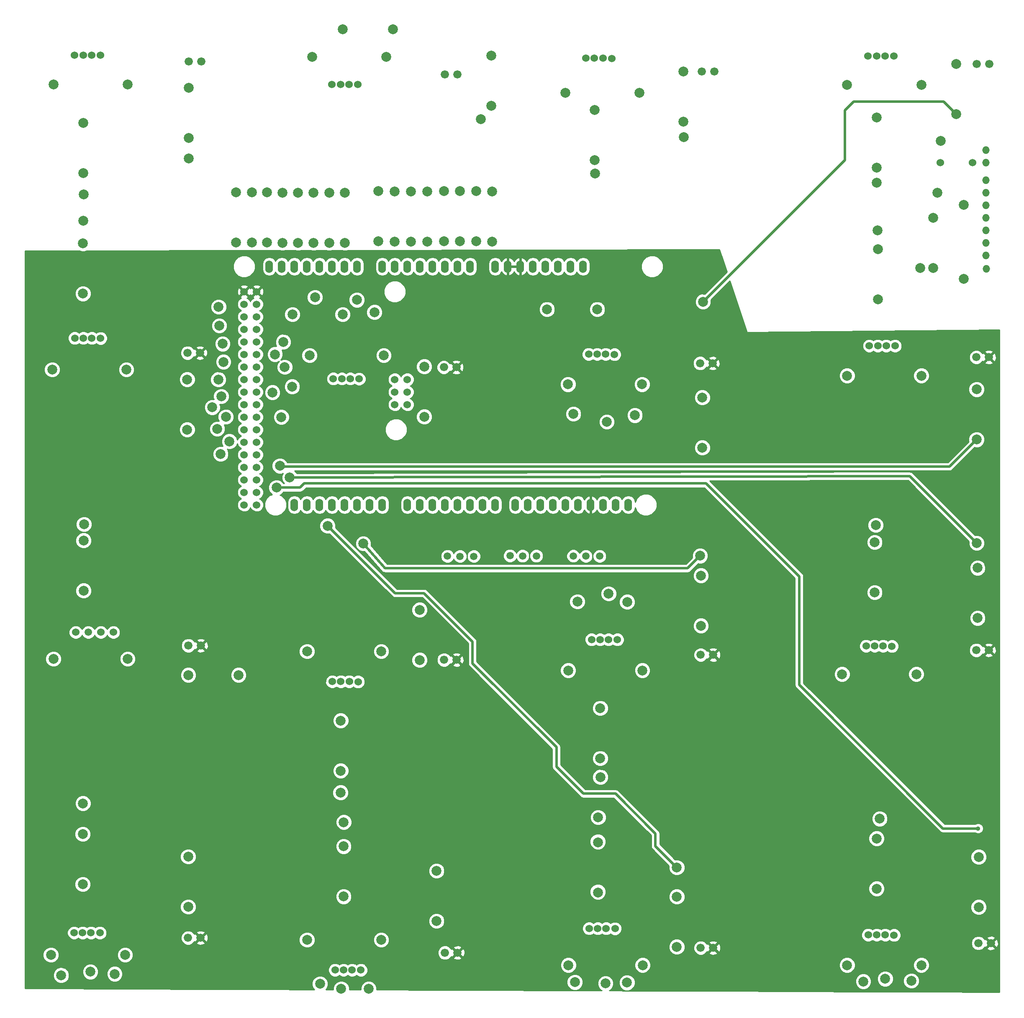
<source format=gbr>
G04 #@! TF.FileFunction,Copper,L1,Top*
%FSLAX46Y46*%
G04 Gerber Fmt 4.6, Leading zero omitted, Abs format (unit mm)*
G04 Created by KiCad (PCBNEW 0.201501251816+5388~20~ubuntu14.04.1-product) date Sat 14 Feb 2015 16:34:55 AEDT*
%MOMM*%
G01*
G04 APERTURE LIST*
%ADD10C,0.100000*%
%ADD11C,1.524000*%
%ADD12C,1.520000*%
%ADD13O,1.524000X1.524000*%
%ADD14C,1.998980*%
%ADD15O,1.524000X2.540000*%
%ADD16C,1.676400*%
%ADD17C,2.000000*%
%ADD18C,0.889000*%
%ADD19C,0.500000*%
%ADD20C,0.254000*%
G04 APERTURE END LIST*
D10*
D11*
X108940600Y-40284400D03*
D12*
X111480600Y-40284400D03*
D11*
X114020600Y-40284400D03*
X116560600Y-40284400D03*
D13*
X293116000Y54864000D03*
X293116000Y57404000D03*
X293141400Y33299400D03*
X293116000Y36068000D03*
X293116000Y38608000D03*
X293116000Y41148000D03*
X293116000Y43688000D03*
X293116000Y46228000D03*
X293116000Y48768000D03*
X293116000Y51308000D03*
D14*
X288569400Y46285800D03*
X288569400Y31285800D03*
D15*
X170942000Y-14478000D03*
X168402000Y-14478000D03*
X165862000Y-14478000D03*
X163322000Y-14478000D03*
X160782000Y-14478000D03*
X158242000Y-14478000D03*
X155702000Y-14478000D03*
X153162000Y-14478000D03*
X148082000Y33782000D03*
X150622000Y33782000D03*
X153162000Y33782000D03*
X155702000Y33782000D03*
X165862000Y33782000D03*
X170942000Y33782000D03*
X173482000Y33782000D03*
X163322000Y33782000D03*
X160782000Y33782000D03*
X158242000Y33782000D03*
X176022000Y33782000D03*
X178562000Y33782000D03*
X181102000Y33782000D03*
X188722000Y33782000D03*
X186182000Y33782000D03*
X183642000Y33782000D03*
X193802000Y33782000D03*
X196342000Y33782000D03*
X198882000Y33782000D03*
X203962000Y33782000D03*
X206502000Y33782000D03*
X176022000Y-14478000D03*
X178562000Y-14478000D03*
X181102000Y-14478000D03*
X183642000Y-14478000D03*
X186182000Y-14478000D03*
X188722000Y-14478000D03*
X191262000Y-14478000D03*
X193802000Y-14478000D03*
X197866000Y-14478000D03*
X200406000Y-14478000D03*
X202946000Y-14478000D03*
X205486000Y-14478000D03*
X208026000Y-14478000D03*
X210566000Y-14478000D03*
X213106000Y-14478000D03*
X215646000Y-14478000D03*
X201422000Y33782000D03*
D11*
X145542000Y-11938000D03*
X143002000Y-11938000D03*
X145542000Y-9398000D03*
X143002000Y-9398000D03*
X145542000Y-6858000D03*
X143002000Y-6858000D03*
X145542000Y-4318000D03*
X143002000Y-4318000D03*
X145542000Y-14478000D03*
X143002000Y-14478000D03*
X143002000Y-1778000D03*
X145542000Y-1778000D03*
X145542000Y762000D03*
X143002000Y762000D03*
X145542000Y3302000D03*
X143002000Y3302000D03*
X145542000Y5842000D03*
X143002000Y5842000D03*
X145542000Y8382000D03*
X143002000Y8382000D03*
X145542000Y10922000D03*
X143002000Y10922000D03*
X145542000Y13462000D03*
X143002000Y13462000D03*
X145542000Y16002000D03*
X143002000Y16002000D03*
X145542000Y18542000D03*
X143002000Y18542000D03*
X145542000Y21082000D03*
X143002000Y21082000D03*
X145542000Y23622000D03*
X143002000Y23622000D03*
X145542000Y26162000D03*
X143002000Y26162000D03*
X145542000Y28702000D03*
X143002000Y28702000D03*
X176022000Y5842000D03*
X173482000Y5842000D03*
X176022000Y8382000D03*
X173482000Y8382000D03*
X176022000Y10922000D03*
X173482000Y10922000D03*
D15*
X209042000Y33782000D03*
X211582000Y33782000D03*
X218186000Y-14478000D03*
X220726000Y-14478000D03*
D14*
X208577800Y-48006000D03*
X223577800Y-48006000D03*
X280016600Y-107696000D03*
X265016600Y-107696000D03*
X280016600Y11684000D03*
X265016600Y11684000D03*
X222993600Y68935600D03*
X207993600Y68935600D03*
X156761800Y76250800D03*
X171761800Y76250800D03*
X104183800Y12903200D03*
X119183800Y12903200D03*
X103929800Y-105613200D03*
X118929800Y-105613200D03*
X170745800Y-44145200D03*
X155745800Y-44145200D03*
X208628600Y-107696000D03*
X223628600Y-107696000D03*
X223527000Y9931400D03*
X208527000Y9931400D03*
X279000600Y-48768000D03*
X264000600Y-48768000D03*
X280016600Y70612000D03*
X265016600Y70612000D03*
X156253800Y15798800D03*
X171253800Y15798800D03*
X104437800Y70662800D03*
X119437800Y70662800D03*
X104437800Y-45669200D03*
X119437800Y-45669200D03*
X170745800Y-102565200D03*
X155745800Y-102565200D03*
D11*
X283845000Y54864000D03*
X290347400Y54864000D03*
X160766760Y70693280D03*
X162499040Y70693280D03*
X164203380Y70693280D03*
X165991540Y70665340D03*
X161046160Y11054080D03*
X162778440Y11054080D03*
X164482780Y11054080D03*
X166270940Y11026140D03*
X108722160Y76611480D03*
X110454440Y76611480D03*
X112158780Y76611480D03*
X113946940Y76583540D03*
X269478760Y17734280D03*
X271211040Y17734280D03*
X272915380Y17734280D03*
X274703540Y17706340D03*
X212150960Y75951080D03*
X213883240Y75951080D03*
X215587580Y75951080D03*
X217375740Y75923140D03*
X269224760Y76408280D03*
X270957040Y76408280D03*
X272661380Y76408280D03*
X274449540Y76380340D03*
X108747560Y19283680D03*
X110479840Y19283680D03*
X112184180Y19283680D03*
X113972340Y19255740D03*
X268843760Y-43073320D03*
X270576040Y-43073320D03*
X272280380Y-43073320D03*
X274068540Y-43101260D03*
X269275560Y-101594920D03*
X271007840Y-101594920D03*
X272712180Y-101594920D03*
X274500340Y-101622860D03*
X108595160Y-101137720D03*
X110327440Y-101137720D03*
X112031780Y-101137720D03*
X113819940Y-101165660D03*
X212811360Y-100274120D03*
X214543640Y-100274120D03*
X216247980Y-100274120D03*
X218036140Y-100302060D03*
X161401760Y-108681520D03*
X163134040Y-108681520D03*
X164838380Y-108681520D03*
X166626540Y-108709460D03*
X212709760Y16007080D03*
X214442040Y16007080D03*
X216146380Y16007080D03*
X217934540Y15979140D03*
X160842960Y-50286920D03*
X162575240Y-50286920D03*
X164279580Y-50286920D03*
X166067740Y-50314860D03*
X213293960Y-41752520D03*
X215026240Y-41752520D03*
X216730580Y-41752520D03*
X218518740Y-41780460D03*
D14*
X173101000Y81838800D03*
X162941000Y81838800D03*
X152781000Y24079200D03*
X162941000Y24079200D03*
X110464600Y52679600D03*
X110464600Y62839600D03*
X271272000Y37338000D03*
X271272000Y27178000D03*
X213893400Y55372000D03*
X213893400Y65532000D03*
X271018000Y53848000D03*
X271018000Y64008000D03*
X110413800Y38455600D03*
X110413800Y28295600D03*
X270586200Y-22047200D03*
X270586200Y-32207200D03*
X110515400Y-21691600D03*
X110515400Y-31851600D03*
X270967200Y-82042000D03*
X270967200Y-92202000D03*
X110363000Y-81153000D03*
X110363000Y-91313000D03*
X214630000Y-82829400D03*
X214630000Y-92989400D03*
X163144200Y-83642200D03*
X163144200Y-93802200D03*
X204292200Y25120600D03*
X214452200Y25120600D03*
X162560000Y-68326000D03*
X162560000Y-58166000D03*
X215061800Y-65811400D03*
X215061800Y-55651400D03*
X189992000Y49072800D03*
X189992000Y38912800D03*
X183413400Y49072800D03*
X183413400Y38912800D03*
X176758600Y48945800D03*
X176758600Y38785800D03*
X170154600Y49072800D03*
X170154600Y38912800D03*
X160223200Y48768000D03*
X160223200Y38608000D03*
X153924000Y48768000D03*
X153924000Y38608000D03*
X147650200Y48818800D03*
X147650200Y38658800D03*
X141401800Y48844200D03*
X141401800Y38684200D03*
X186690000Y49072800D03*
X186690000Y38912800D03*
X193167000Y48971200D03*
X193167000Y38811200D03*
X180035200Y48971200D03*
X180035200Y38811200D03*
X173456600Y49022000D03*
X173456600Y38862000D03*
X163423600Y48768000D03*
X163423600Y38608000D03*
X157048200Y48768000D03*
X157048200Y38608000D03*
X150774400Y48768000D03*
X150774400Y38608000D03*
X144551400Y48818800D03*
X144551400Y38658800D03*
X282448000Y43611800D03*
X282448000Y33451800D03*
D12*
X184150000Y-24866600D03*
X186690000Y-24892000D03*
X189484000Y-24892000D03*
X196799200Y-24790400D03*
X199339200Y-24815800D03*
X202133200Y-24815800D03*
X209600800Y-24841200D03*
X212140800Y-24866600D03*
X214934800Y-24866600D03*
D16*
X235381800Y-44856400D03*
X237921800Y-44856400D03*
X235381800Y-104190800D03*
X237921800Y-104190800D03*
X183464200Y-45872400D03*
X186004200Y-45872400D03*
X183642000Y-105181400D03*
X186182000Y-105181400D03*
X291566600Y-103251000D03*
X294106600Y-103251000D03*
X131673600Y-102158800D03*
X134213600Y-102158800D03*
X291160200Y-43916600D03*
X293700200Y-43916600D03*
X131724400Y-42976800D03*
X134264400Y-42976800D03*
X291160200Y15417800D03*
X293700200Y15417800D03*
X131572000Y16281400D03*
X134112000Y16281400D03*
X235280200Y14198600D03*
X237820200Y14198600D03*
X131775200Y75311000D03*
X134315200Y75311000D03*
X291236400Y74828400D03*
X293776400Y74828400D03*
X183591200Y72669400D03*
X186131200Y72669400D03*
X183413400Y13385800D03*
X185953400Y13385800D03*
X235610400Y73279000D03*
X238150400Y73279000D03*
D14*
X235432600Y-28803600D03*
X235432600Y-38963600D03*
X230555800Y-93827600D03*
X230555800Y-103987600D03*
X178511200Y-35737800D03*
X178511200Y-45897800D03*
X181940200Y-88595200D03*
X181940200Y-98755200D03*
X291617400Y-85775800D03*
X291617400Y-95935800D03*
X131699000Y-85725000D03*
X131699000Y-95885000D03*
X291414200Y-27254200D03*
X291414200Y-37414200D03*
X141884400Y-48945800D03*
X131724400Y-48945800D03*
X291211000Y-1244600D03*
X291211000Y8915400D03*
X131495800Y762000D03*
X131495800Y10922000D03*
X235712000Y-2895600D03*
X235712000Y7264400D03*
X131775200Y59817000D03*
X131775200Y69977000D03*
X287070800Y64668400D03*
X287070800Y74828400D03*
X192989200Y66370200D03*
X192989200Y76530200D03*
X179451000Y3378200D03*
X179451000Y13538200D03*
X231851200Y63119000D03*
X231851200Y73279000D03*
D17*
X283286200Y48717200D03*
X137845800Y25603200D03*
X110540800Y48361600D03*
X137972800Y21793200D03*
X271195800Y41097200D03*
X150926800Y18516600D03*
X214020400Y52628800D03*
X138658600Y18135600D03*
X271018000Y50800000D03*
X149250400Y16002000D03*
X110464600Y43053000D03*
X138836400Y14478000D03*
X270789400Y-18592800D03*
X151231600Y13411200D03*
X110617000Y-18415000D03*
X137795000Y10896600D03*
X271602200Y-78054200D03*
X152730200Y9474200D03*
X110413800Y-74930000D03*
X138379200Y7493000D03*
X214630000Y-77774800D03*
X148742400Y8280400D03*
X215087200Y-69621400D03*
X162509200Y-72745600D03*
X163169600Y-78740000D03*
X235254800Y-24790400D03*
X167106600Y-22301200D03*
X230555800Y-87934800D03*
X159893000Y-18719800D03*
X149555200Y-10998200D03*
D18*
X291490400Y-80010000D03*
D17*
X291236400Y-22225000D03*
X152247600Y-8940800D03*
X150241000Y-6578600D03*
X131800600Y55651400D03*
X138252200Y-4191000D03*
X235864400Y26644600D03*
X190906400Y63652400D03*
X140030200Y-1625600D03*
X231978200Y60020200D03*
X137566400Y889000D03*
X279831800Y33451800D03*
X283946600Y59232800D03*
X210439000Y-34086800D03*
X209626200Y3937000D03*
X158369000Y-111480600D03*
X209931000Y-111150400D03*
X105994200Y-109753400D03*
X268274800Y-110998000D03*
X157353000Y27559000D03*
X216763600Y-32461200D03*
X216382600Y2336800D03*
X162661600Y-112496600D03*
X216128600Y-111404400D03*
X111912400Y-109042200D03*
X272719800Y-110464600D03*
X165811200Y27025600D03*
X220497400Y-34137600D03*
X222072200Y3657600D03*
X168198800Y-112496600D03*
X220472000Y-111226600D03*
X116814600Y-109474000D03*
X278003000Y-110871000D03*
X169367200Y24536400D03*
X150545800Y3302000D03*
X139319000Y3352800D03*
X136575800Y5257800D03*
D19*
X271018000Y50800000D02*
X270967200Y50800000D01*
X110617000Y-18415000D02*
X110617000Y-18542000D01*
X137795000Y10896600D02*
X137820400Y10871200D01*
X214630000Y-77774800D02*
X214630000Y-77851000D01*
X215087200Y-69621400D02*
X215188800Y-69723000D01*
X215188800Y-69723000D02*
X215188800Y-69748400D01*
X235254800Y-24790400D02*
X232714800Y-27330400D01*
X232714800Y-27330400D02*
X171500800Y-27330400D01*
X171500800Y-27330400D02*
X167106600Y-22301200D01*
X206197200Y-63576200D02*
X189204600Y-46583600D01*
X230555800Y-87934800D02*
X226212400Y-83591400D01*
X189204600Y-46583600D02*
X189204600Y-42164000D01*
X189204600Y-42164000D02*
X179425600Y-32385000D01*
X179425600Y-32385000D02*
X173558200Y-32385000D01*
X173558200Y-32385000D02*
X159893000Y-18719800D01*
X226212400Y-81051400D02*
X218135200Y-72974200D01*
X218135200Y-72974200D02*
X211683600Y-72974200D01*
X211683600Y-72974200D02*
X206197200Y-67487800D01*
X206197200Y-67487800D02*
X206197200Y-63576200D01*
X226212400Y-83591400D02*
X226212400Y-81051400D01*
X154330400Y-10998200D02*
X149555200Y-10998200D01*
X155194000Y-10134600D02*
X154330400Y-10998200D01*
X291490400Y-80010000D02*
X284403800Y-80010000D01*
X236474000Y-10134600D02*
X155194000Y-10134600D01*
X255320800Y-28981400D02*
X236474000Y-10134600D01*
X255320800Y-50927000D02*
X255320800Y-28981400D01*
X284403800Y-80010000D02*
X255320800Y-50927000D01*
X291236400Y-22225000D02*
X277672800Y-8661400D01*
X277672800Y-8661400D02*
X152247600Y-8940800D01*
X285724600Y-6731000D02*
X291211000Y-1244600D01*
X150393400Y-6731000D02*
X285724600Y-6731000D01*
X150241000Y-6578600D02*
X150393400Y-6731000D01*
X284556200Y67183000D02*
X287070800Y64668400D01*
X266344400Y67183000D02*
X284556200Y67183000D01*
X264541000Y65379600D02*
X266344400Y67183000D01*
X264541000Y55321200D02*
X264541000Y65379600D01*
X235864400Y26644600D02*
X264541000Y55321200D01*
X140030200Y-1625600D02*
X139979400Y-1574800D01*
D20*
G36*
X295783000Y-113156509D02*
X295591577Y-113155769D01*
X295591577Y-103476903D01*
X295564989Y-102891431D01*
X295392090Y-102474017D01*
X295185177Y-102408797D01*
X295185177Y-44142503D01*
X295185177Y15191897D01*
X295158589Y15777369D01*
X294985690Y16194783D01*
X294735613Y16273608D01*
X294556008Y16094003D01*
X294556008Y16453213D01*
X294477183Y16703290D01*
X293926103Y16902777D01*
X293340631Y16876189D01*
X292923217Y16703290D01*
X292844392Y16453213D01*
X293700200Y15597405D01*
X294556008Y16453213D01*
X294556008Y16094003D01*
X293879805Y15417800D01*
X294735613Y14561992D01*
X294985690Y14640817D01*
X295185177Y15191897D01*
X295185177Y-44142503D01*
X295158589Y-43557031D01*
X294985690Y-43139617D01*
X294735613Y-43060792D01*
X294556008Y-43240397D01*
X294556008Y-42881187D01*
X294556008Y14382387D01*
X293700200Y15238195D01*
X293520595Y15058590D01*
X293520595Y15417800D01*
X292664787Y16273608D01*
X292431036Y16199930D01*
X292409847Y16251211D01*
X291995791Y16665990D01*
X291454523Y16890744D01*
X290868448Y16891255D01*
X290326789Y16667447D01*
X289912010Y16253391D01*
X289687256Y15712123D01*
X289686745Y15126048D01*
X289910553Y14584389D01*
X290324609Y14169610D01*
X290865877Y13944856D01*
X291451952Y13944345D01*
X291993611Y14168153D01*
X292408390Y14582209D01*
X292430641Y14635796D01*
X292664787Y14561992D01*
X293520595Y15417800D01*
X293520595Y15058590D01*
X292844392Y14382387D01*
X292923217Y14132310D01*
X293474297Y13932823D01*
X294059769Y13959411D01*
X294477183Y14132310D01*
X294556008Y14382387D01*
X294556008Y-42881187D01*
X294477183Y-42631110D01*
X293926103Y-42431623D01*
X293340631Y-42458211D01*
X293048974Y-42579019D01*
X293048974Y-37090506D01*
X293048974Y-26930506D01*
X292871684Y-26501431D01*
X292871684Y-21901205D01*
X292623294Y-21300057D01*
X292163763Y-20839722D01*
X291563048Y-20590284D01*
X290912605Y-20589716D01*
X290870211Y-20607232D01*
X278298590Y-8035610D01*
X278297753Y-8035050D01*
X278297194Y-8034218D01*
X278154280Y-7939186D01*
X278011474Y-7843767D01*
X278010489Y-7843571D01*
X278009653Y-7843015D01*
X277841425Y-7809941D01*
X277672800Y-7776399D01*
X277671812Y-7776595D01*
X277670828Y-7776402D01*
X153649706Y-8052674D01*
X153634494Y-8015857D01*
X153235335Y-7616000D01*
X285724594Y-7616000D01*
X285724600Y-7616001D01*
X285724600Y-7616000D01*
X286007084Y-7559810D01*
X286063274Y-7548633D01*
X286063275Y-7548633D01*
X286350390Y-7356790D01*
X290844827Y-2862351D01*
X290884453Y-2878806D01*
X291534694Y-2879374D01*
X292135655Y-2631062D01*
X292595846Y-2171673D01*
X292845206Y-1571147D01*
X292845774Y-920906D01*
X292845774Y9239094D01*
X292597462Y9840055D01*
X292138073Y10300246D01*
X291537547Y10549606D01*
X290887306Y10550174D01*
X290286345Y10301862D01*
X289826154Y9842473D01*
X289576794Y9241947D01*
X289576226Y8591706D01*
X289824538Y7990745D01*
X290283927Y7530554D01*
X290884453Y7281194D01*
X291534694Y7280626D01*
X292135655Y7528938D01*
X292595846Y7988327D01*
X292845206Y8588853D01*
X292845774Y9239094D01*
X292845774Y-920906D01*
X292597462Y-319945D01*
X292138073Y140246D01*
X291537547Y389606D01*
X290887306Y390174D01*
X290286345Y141862D01*
X289826154Y-317527D01*
X289576794Y-918053D01*
X289576226Y-1568294D01*
X289593622Y-1610397D01*
X285358020Y-5846000D01*
X281651374Y-5846000D01*
X281651374Y12007694D01*
X281403062Y12608655D01*
X280943673Y13068846D01*
X280343147Y13318206D01*
X279692906Y13318774D01*
X279091945Y13070462D01*
X278631754Y12611073D01*
X278382394Y12010547D01*
X278381826Y11360306D01*
X278630138Y10759345D01*
X279089527Y10299154D01*
X279690053Y10049794D01*
X280340294Y10049226D01*
X280941255Y10297538D01*
X281401446Y10756927D01*
X281650806Y11357453D01*
X281651374Y12007694D01*
X281651374Y-5846000D01*
X276100782Y-5846000D01*
X276100782Y17983001D01*
X275888550Y18496643D01*
X275495910Y18889969D01*
X274982640Y19103097D01*
X274426879Y19103582D01*
X273913237Y18891350D01*
X273823593Y18801863D01*
X273707750Y18917909D01*
X273194480Y19131037D01*
X272638719Y19131522D01*
X272125077Y18919290D01*
X272063446Y18857768D01*
X272003410Y18917909D01*
X271490140Y19131037D01*
X270934379Y19131522D01*
X270420737Y18919290D01*
X270345112Y18843798D01*
X270271130Y18917909D01*
X269757860Y19131037D01*
X269202099Y19131522D01*
X268688457Y18919290D01*
X268295131Y18526650D01*
X268082003Y18013380D01*
X268081518Y17457619D01*
X268293750Y16943977D01*
X268686390Y16550651D01*
X269199660Y16337523D01*
X269755421Y16337038D01*
X270269063Y16549270D01*
X270344687Y16624763D01*
X270418670Y16550651D01*
X270931940Y16337523D01*
X271487701Y16337038D01*
X272001343Y16549270D01*
X272062973Y16610793D01*
X272123010Y16550651D01*
X272636280Y16337523D01*
X273192041Y16337038D01*
X273705683Y16549270D01*
X273795326Y16638758D01*
X273911170Y16522711D01*
X274424440Y16309583D01*
X274980201Y16309098D01*
X275493843Y16521330D01*
X275887169Y16913970D01*
X276100297Y17427240D01*
X276100782Y17983001D01*
X276100782Y-5846000D01*
X266651374Y-5846000D01*
X266651374Y12007694D01*
X266403062Y12608655D01*
X265943673Y13068846D01*
X265343147Y13318206D01*
X264692906Y13318774D01*
X264091945Y13070462D01*
X263631754Y12611073D01*
X263382394Y12010547D01*
X263381826Y11360306D01*
X263630138Y10759345D01*
X264089527Y10299154D01*
X264690053Y10049794D01*
X265340294Y10049226D01*
X265941255Y10297538D01*
X266401446Y10756927D01*
X266650806Y11357453D01*
X266651374Y12007694D01*
X266651374Y-5846000D01*
X239305177Y-5846000D01*
X239305177Y13972697D01*
X239278589Y14558169D01*
X239105690Y14975583D01*
X238855613Y15054408D01*
X238676008Y14874803D01*
X238676008Y15234013D01*
X238597183Y15484090D01*
X238046103Y15683577D01*
X237460631Y15656989D01*
X237043217Y15484090D01*
X236964392Y15234013D01*
X237820200Y14378205D01*
X238676008Y15234013D01*
X238676008Y14874803D01*
X237999805Y14198600D01*
X238855613Y13342792D01*
X239105690Y13421617D01*
X239305177Y13972697D01*
X239305177Y-5846000D01*
X238676008Y-5846000D01*
X238676008Y13163187D01*
X237820200Y14018995D01*
X237640595Y13839390D01*
X237640595Y14198600D01*
X236784787Y15054408D01*
X236551036Y14980730D01*
X236529847Y15032011D01*
X236115791Y15446790D01*
X235574523Y15671544D01*
X234988448Y15672055D01*
X234446789Y15448247D01*
X234032010Y15034191D01*
X233807256Y14492923D01*
X233806745Y13906848D01*
X234030553Y13365189D01*
X234444609Y12950410D01*
X234985877Y12725656D01*
X235571952Y12725145D01*
X236113611Y12948953D01*
X236528390Y13363009D01*
X236550641Y13416596D01*
X236784787Y13342792D01*
X237640595Y14198600D01*
X237640595Y13839390D01*
X236964392Y13163187D01*
X237043217Y12913110D01*
X237594297Y12713623D01*
X238179769Y12740211D01*
X238597183Y12913110D01*
X238676008Y13163187D01*
X238676008Y-5846000D01*
X237346774Y-5846000D01*
X237346774Y-2571906D01*
X237346774Y7588094D01*
X237098462Y8189055D01*
X236639073Y8649246D01*
X236038547Y8898606D01*
X235388306Y8899174D01*
X234787345Y8650862D01*
X234327154Y8191473D01*
X234077794Y7590947D01*
X234077226Y6940706D01*
X234325538Y6339745D01*
X234784927Y5879554D01*
X235385453Y5630194D01*
X236035694Y5629626D01*
X236636655Y5877938D01*
X237096846Y6337327D01*
X237346206Y6937853D01*
X237346774Y7588094D01*
X237346774Y-2571906D01*
X237098462Y-1970945D01*
X236639073Y-1510754D01*
X236038547Y-1261394D01*
X235388306Y-1260826D01*
X234787345Y-1509138D01*
X234327154Y-1968527D01*
X234077794Y-2569053D01*
X234077226Y-3219294D01*
X234325538Y-3820255D01*
X234784927Y-4280446D01*
X235385453Y-4529806D01*
X236035694Y-4530374D01*
X236636655Y-4282062D01*
X237096846Y-3822673D01*
X237346206Y-3222147D01*
X237346774Y-2571906D01*
X237346774Y-5846000D01*
X227774885Y-5846000D01*
X227774885Y34222143D01*
X227437242Y35039300D01*
X226812589Y35665045D01*
X225996022Y36004113D01*
X225111857Y36004885D01*
X224294700Y35667242D01*
X223668955Y35042589D01*
X223329887Y34226022D01*
X223329115Y33341857D01*
X223666758Y32524700D01*
X224291411Y31898955D01*
X225107978Y31559887D01*
X225992143Y31559115D01*
X226809300Y31896758D01*
X227435045Y32521411D01*
X227774113Y33337978D01*
X227774885Y34222143D01*
X227774885Y-5846000D01*
X225161774Y-5846000D01*
X225161774Y10255094D01*
X224913462Y10856055D01*
X224454073Y11316246D01*
X223853547Y11565606D01*
X223203306Y11566174D01*
X222602345Y11317862D01*
X222142154Y10858473D01*
X221892794Y10257947D01*
X221892226Y9607706D01*
X222140538Y9006745D01*
X222599927Y8546554D01*
X223200453Y8297194D01*
X223850694Y8296626D01*
X224451655Y8544938D01*
X224911846Y9004327D01*
X225161206Y9604853D01*
X225161774Y10255094D01*
X225161774Y-5846000D01*
X223707484Y-5846000D01*
X223707484Y3981395D01*
X223459094Y4582543D01*
X222999563Y5042878D01*
X222398848Y5292316D01*
X221748405Y5292884D01*
X221147257Y5044494D01*
X220686922Y4584963D01*
X220437484Y3984248D01*
X220436916Y3333805D01*
X220685306Y2732657D01*
X221144837Y2272322D01*
X221745552Y2022884D01*
X222395995Y2022316D01*
X222997143Y2270706D01*
X223457478Y2730237D01*
X223706916Y3330952D01*
X223707484Y3981395D01*
X223707484Y-5846000D01*
X219331782Y-5846000D01*
X219331782Y16255801D01*
X219119550Y16769443D01*
X218726910Y17162769D01*
X218213640Y17375897D01*
X217657879Y17376382D01*
X217144237Y17164150D01*
X217054593Y17074663D01*
X216938750Y17190709D01*
X216425480Y17403837D01*
X216086974Y17404132D01*
X216086974Y25444294D01*
X215838662Y26045255D01*
X215379273Y26505446D01*
X214778747Y26754806D01*
X214128506Y26755374D01*
X213527545Y26507062D01*
X213067354Y26047673D01*
X212979000Y25834892D01*
X212979000Y33236679D01*
X212979000Y34327321D01*
X212872660Y34861930D01*
X212569828Y35315149D01*
X212116609Y35617981D01*
X211582000Y35724321D01*
X211047391Y35617981D01*
X210594172Y35315149D01*
X210312000Y34892850D01*
X210029828Y35315149D01*
X209576609Y35617981D01*
X209042000Y35724321D01*
X208507391Y35617981D01*
X208054172Y35315149D01*
X207772000Y34892850D01*
X207489828Y35315149D01*
X207036609Y35617981D01*
X206502000Y35724321D01*
X205967391Y35617981D01*
X205514172Y35315149D01*
X205232000Y34892850D01*
X204949828Y35315149D01*
X204496609Y35617981D01*
X203962000Y35724321D01*
X203427391Y35617981D01*
X202974172Y35315149D01*
X202692000Y34892850D01*
X202409828Y35315149D01*
X201956609Y35617981D01*
X201422000Y35724321D01*
X200887391Y35617981D01*
X200434172Y35315149D01*
X200142670Y34878887D01*
X200124059Y34941941D01*
X199780026Y35367630D01*
X199299277Y35629260D01*
X199225070Y35644220D01*
X199009000Y35521720D01*
X199009000Y33909000D01*
X199029000Y33909000D01*
X199029000Y33655000D01*
X199009000Y33655000D01*
X199009000Y32042280D01*
X199225070Y31919780D01*
X199299277Y31934740D01*
X199780026Y32196370D01*
X200124059Y32622059D01*
X200142670Y32685114D01*
X200434172Y32248851D01*
X200887391Y31946019D01*
X201422000Y31839679D01*
X201956609Y31946019D01*
X202409828Y32248851D01*
X202692000Y32671151D01*
X202974172Y32248851D01*
X203427391Y31946019D01*
X203962000Y31839679D01*
X204496609Y31946019D01*
X204949828Y32248851D01*
X205232000Y32671151D01*
X205514172Y32248851D01*
X205967391Y31946019D01*
X206502000Y31839679D01*
X207036609Y31946019D01*
X207489828Y32248851D01*
X207772000Y32671151D01*
X208054172Y32248851D01*
X208507391Y31946019D01*
X209042000Y31839679D01*
X209576609Y31946019D01*
X210029828Y32248851D01*
X210312000Y32671151D01*
X210594172Y32248851D01*
X211047391Y31946019D01*
X211582000Y31839679D01*
X212116609Y31946019D01*
X212569828Y32248851D01*
X212872660Y32702070D01*
X212979000Y33236679D01*
X212979000Y25834892D01*
X212817994Y25447147D01*
X212817426Y24796906D01*
X213065738Y24195945D01*
X213525127Y23735754D01*
X214125653Y23486394D01*
X214775894Y23485826D01*
X215376855Y23734138D01*
X215837046Y24193527D01*
X216086406Y24794053D01*
X216086974Y25444294D01*
X216086974Y17404132D01*
X215869719Y17404322D01*
X215356077Y17192090D01*
X215294446Y17130568D01*
X215234410Y17190709D01*
X214721140Y17403837D01*
X214165379Y17404322D01*
X213651737Y17192090D01*
X213576112Y17116598D01*
X213502130Y17190709D01*
X212988860Y17403837D01*
X212433099Y17404322D01*
X211919457Y17192090D01*
X211526131Y16799450D01*
X211313003Y16286180D01*
X211312518Y15730419D01*
X211524750Y15216777D01*
X211917390Y14823451D01*
X212430660Y14610323D01*
X212986421Y14609838D01*
X213500063Y14822070D01*
X213575687Y14897563D01*
X213649670Y14823451D01*
X214162940Y14610323D01*
X214718701Y14609838D01*
X215232343Y14822070D01*
X215293973Y14883593D01*
X215354010Y14823451D01*
X215867280Y14610323D01*
X216423041Y14609838D01*
X216936683Y14822070D01*
X217026326Y14911558D01*
X217142170Y14795511D01*
X217655440Y14582383D01*
X218211201Y14581898D01*
X218724843Y14794130D01*
X219118169Y15186770D01*
X219331297Y15700040D01*
X219331782Y16255801D01*
X219331782Y-5846000D01*
X218017884Y-5846000D01*
X218017884Y2660595D01*
X217769494Y3261743D01*
X217309963Y3722078D01*
X216709248Y3971516D01*
X216058805Y3972084D01*
X215457657Y3723694D01*
X214997322Y3264163D01*
X214747884Y2663448D01*
X214747316Y2013005D01*
X214995706Y1411857D01*
X215455237Y951522D01*
X216055952Y702084D01*
X216706395Y701516D01*
X217307543Y949906D01*
X217767878Y1409437D01*
X218017316Y2010152D01*
X218017884Y2660595D01*
X218017884Y-5846000D01*
X211261484Y-5846000D01*
X211261484Y4260795D01*
X211013094Y4861943D01*
X210553563Y5322278D01*
X210161774Y5484962D01*
X210161774Y10255094D01*
X209913462Y10856055D01*
X209454073Y11316246D01*
X208853547Y11565606D01*
X208203306Y11566174D01*
X207602345Y11317862D01*
X207142154Y10858473D01*
X206892794Y10257947D01*
X206892226Y9607706D01*
X207140538Y9006745D01*
X207599927Y8546554D01*
X208200453Y8297194D01*
X208850694Y8296626D01*
X209451655Y8544938D01*
X209911846Y9004327D01*
X210161206Y9604853D01*
X210161774Y10255094D01*
X210161774Y5484962D01*
X209952848Y5571716D01*
X209302405Y5572284D01*
X208701257Y5323894D01*
X208240922Y4864363D01*
X207991484Y4263648D01*
X207990916Y3613205D01*
X208239306Y3012057D01*
X208698837Y2551722D01*
X209299552Y2302284D01*
X209949995Y2301716D01*
X210551143Y2550106D01*
X211011478Y3009637D01*
X211260916Y3610352D01*
X211261484Y4260795D01*
X211261484Y-5846000D01*
X205926974Y-5846000D01*
X205926974Y25444294D01*
X205678662Y26045255D01*
X205219273Y26505446D01*
X204618747Y26754806D01*
X203968506Y26755374D01*
X203367545Y26507062D01*
X202907354Y26047673D01*
X202657994Y25447147D01*
X202657426Y24796906D01*
X202905738Y24195945D01*
X203365127Y23735754D01*
X203965653Y23486394D01*
X204615894Y23485826D01*
X205216855Y23734138D01*
X205677046Y24193527D01*
X205926406Y24794053D01*
X205926974Y25444294D01*
X205926974Y-5846000D01*
X198755000Y-5846000D01*
X198755000Y32042280D01*
X198755000Y33655000D01*
X198755000Y33909000D01*
X198755000Y35521720D01*
X198538930Y35644220D01*
X198464723Y35629260D01*
X197983974Y35367630D01*
X197639941Y34941941D01*
X197612000Y34847277D01*
X197584059Y34941941D01*
X197240026Y35367630D01*
X196759277Y35629260D01*
X196685070Y35644220D01*
X196469000Y35521720D01*
X196469000Y33909000D01*
X197485000Y33909000D01*
X197739000Y33909000D01*
X198755000Y33909000D01*
X198755000Y33655000D01*
X197739000Y33655000D01*
X197485000Y33655000D01*
X196469000Y33655000D01*
X196469000Y32042280D01*
X196685070Y31919780D01*
X196759277Y31934740D01*
X197240026Y32196370D01*
X197584059Y32622059D01*
X197612000Y32716724D01*
X197639941Y32622059D01*
X197983974Y32196370D01*
X198464723Y31934740D01*
X198538930Y31919780D01*
X198755000Y32042280D01*
X198755000Y-5846000D01*
X196215000Y-5846000D01*
X196215000Y32042280D01*
X196215000Y33655000D01*
X196195000Y33655000D01*
X196195000Y33909000D01*
X196215000Y33909000D01*
X196215000Y35521720D01*
X195998930Y35644220D01*
X195924723Y35629260D01*
X195443974Y35367630D01*
X195099941Y34941941D01*
X195081329Y34878887D01*
X194789828Y35315149D01*
X194336609Y35617981D01*
X193802000Y35724321D01*
X193267391Y35617981D01*
X192814172Y35315149D01*
X192511340Y34861930D01*
X192405000Y34327321D01*
X192405000Y33236679D01*
X192511340Y32702070D01*
X192814172Y32248851D01*
X193267391Y31946019D01*
X193802000Y31839679D01*
X194336609Y31946019D01*
X194789828Y32248851D01*
X195081329Y32685114D01*
X195099941Y32622059D01*
X195443974Y32196370D01*
X195924723Y31934740D01*
X195998930Y31919780D01*
X196215000Y32042280D01*
X196215000Y-5846000D01*
X190119000Y-5846000D01*
X190119000Y33236679D01*
X190119000Y34327321D01*
X190012660Y34861930D01*
X189709828Y35315149D01*
X189256609Y35617981D01*
X188722000Y35724321D01*
X188187391Y35617981D01*
X187734172Y35315149D01*
X187452000Y34892850D01*
X187169828Y35315149D01*
X186716609Y35617981D01*
X186182000Y35724321D01*
X185647391Y35617981D01*
X185194172Y35315149D01*
X184912000Y34892850D01*
X184629828Y35315149D01*
X184176609Y35617981D01*
X183642000Y35724321D01*
X183107391Y35617981D01*
X182654172Y35315149D01*
X182372000Y34892850D01*
X182089828Y35315149D01*
X181636609Y35617981D01*
X181102000Y35724321D01*
X180567391Y35617981D01*
X180114172Y35315149D01*
X179832000Y34892850D01*
X179549828Y35315149D01*
X179096609Y35617981D01*
X178562000Y35724321D01*
X178027391Y35617981D01*
X177574172Y35315149D01*
X177292000Y34892850D01*
X177009828Y35315149D01*
X176556609Y35617981D01*
X176022000Y35724321D01*
X175487391Y35617981D01*
X175034172Y35315149D01*
X174752000Y34892850D01*
X174469828Y35315149D01*
X174016609Y35617981D01*
X173482000Y35724321D01*
X172947391Y35617981D01*
X172494172Y35315149D01*
X172212000Y34892850D01*
X171929828Y35315149D01*
X171476609Y35617981D01*
X170942000Y35724321D01*
X170407391Y35617981D01*
X169954172Y35315149D01*
X169651340Y34861930D01*
X169545000Y34327321D01*
X169545000Y33236679D01*
X169651340Y32702070D01*
X169954172Y32248851D01*
X170407391Y31946019D01*
X170942000Y31839679D01*
X171476609Y31946019D01*
X171929828Y32248851D01*
X172212000Y32671151D01*
X172494172Y32248851D01*
X172947391Y31946019D01*
X173482000Y31839679D01*
X174016609Y31946019D01*
X174469828Y32248851D01*
X174752000Y32671151D01*
X175034172Y32248851D01*
X175487391Y31946019D01*
X176022000Y31839679D01*
X176556609Y31946019D01*
X177009828Y32248851D01*
X177292000Y32671151D01*
X177574172Y32248851D01*
X178027391Y31946019D01*
X178562000Y31839679D01*
X179096609Y31946019D01*
X179549828Y32248851D01*
X179832000Y32671151D01*
X180114172Y32248851D01*
X180567391Y31946019D01*
X181102000Y31839679D01*
X181636609Y31946019D01*
X182089828Y32248851D01*
X182372000Y32671151D01*
X182654172Y32248851D01*
X183107391Y31946019D01*
X183642000Y31839679D01*
X184176609Y31946019D01*
X184629828Y32248851D01*
X184912000Y32671151D01*
X185194172Y32248851D01*
X185647391Y31946019D01*
X186182000Y31839679D01*
X186716609Y31946019D01*
X187169828Y32248851D01*
X187452000Y32671151D01*
X187734172Y32248851D01*
X188187391Y31946019D01*
X188722000Y31839679D01*
X189256609Y31946019D01*
X189709828Y32248851D01*
X190012660Y32702070D01*
X190119000Y33236679D01*
X190119000Y-5846000D01*
X187438377Y-5846000D01*
X187438377Y13159897D01*
X187411789Y13745369D01*
X187238890Y14162783D01*
X186988813Y14241608D01*
X186809208Y14062003D01*
X186809208Y14421213D01*
X186730383Y14671290D01*
X186179303Y14870777D01*
X185593831Y14844189D01*
X185176417Y14671290D01*
X185097592Y14421213D01*
X185953400Y13565405D01*
X186809208Y14421213D01*
X186809208Y14062003D01*
X186133005Y13385800D01*
X186988813Y12529992D01*
X187238890Y12608817D01*
X187438377Y13159897D01*
X187438377Y-5846000D01*
X186809208Y-5846000D01*
X186809208Y12350387D01*
X185953400Y13206195D01*
X185773795Y13026590D01*
X185773795Y13385800D01*
X184917987Y14241608D01*
X184684236Y14167930D01*
X184663047Y14219211D01*
X184248991Y14633990D01*
X183707723Y14858744D01*
X183121648Y14859255D01*
X182579989Y14635447D01*
X182165210Y14221391D01*
X181940456Y13680123D01*
X181939945Y13094048D01*
X182163753Y12552389D01*
X182577809Y12137610D01*
X183119077Y11912856D01*
X183705152Y11912345D01*
X184246811Y12136153D01*
X184661590Y12550209D01*
X184683841Y12603796D01*
X184917987Y12529992D01*
X185773795Y13385800D01*
X185773795Y13026590D01*
X185097592Y12350387D01*
X185176417Y12100310D01*
X185727497Y11900823D01*
X186312969Y11927411D01*
X186730383Y12100310D01*
X186809208Y12350387D01*
X186809208Y-5846000D01*
X181085774Y-5846000D01*
X181085774Y3701894D01*
X181085774Y13861894D01*
X180837462Y14462855D01*
X180378073Y14923046D01*
X179777547Y15172406D01*
X179127306Y15172974D01*
X178526345Y14924662D01*
X178066154Y14465273D01*
X177816794Y13864747D01*
X177816226Y13214506D01*
X178064538Y12613545D01*
X178523927Y12153354D01*
X179124453Y11903994D01*
X179774694Y11903426D01*
X180375655Y12151738D01*
X180835846Y12611127D01*
X181085206Y13211653D01*
X181085774Y13861894D01*
X181085774Y3701894D01*
X180837462Y4302855D01*
X180378073Y4763046D01*
X179777547Y5012406D01*
X179127306Y5012974D01*
X178526345Y4764662D01*
X178066154Y4305273D01*
X177816794Y3704747D01*
X177816226Y3054506D01*
X178064538Y2453545D01*
X178523927Y1993354D01*
X179124453Y1743994D01*
X179774694Y1743426D01*
X180375655Y1991738D01*
X180835846Y2451127D01*
X181085206Y3051653D01*
X181085774Y3701894D01*
X181085774Y-5846000D01*
X177419242Y-5846000D01*
X177419242Y6118661D01*
X177207010Y6632303D01*
X176814370Y7025629D01*
X176606487Y7111950D01*
X176812303Y7196990D01*
X177205629Y7589630D01*
X177418757Y8102900D01*
X177419242Y8658661D01*
X177207010Y9172303D01*
X176814370Y9565629D01*
X176606487Y9651950D01*
X176812303Y9736990D01*
X177205629Y10129630D01*
X177418757Y10642900D01*
X177419242Y11198661D01*
X177207010Y11712303D01*
X176814370Y12105629D01*
X176301100Y12318757D01*
X175745339Y12319242D01*
X175704885Y12302526D01*
X175704885Y29142143D01*
X175367242Y29959300D01*
X174742589Y30585045D01*
X173926022Y30924113D01*
X173041857Y30924885D01*
X172224700Y30587242D01*
X171598955Y29962589D01*
X171259887Y29146022D01*
X171259115Y28261857D01*
X171596758Y27444700D01*
X172221411Y26818955D01*
X173037978Y26479887D01*
X173922143Y26479115D01*
X174739300Y26816758D01*
X175365045Y27441411D01*
X175704113Y28257978D01*
X175704885Y29142143D01*
X175704885Y12302526D01*
X175231697Y12107010D01*
X174838371Y11714370D01*
X174752050Y11506488D01*
X174667010Y11712303D01*
X174274370Y12105629D01*
X173761100Y12318757D01*
X173205339Y12319242D01*
X172888574Y12188357D01*
X172888574Y16122494D01*
X172640262Y16723455D01*
X172180873Y17183646D01*
X171580347Y17433006D01*
X171002484Y17433510D01*
X171002484Y24860195D01*
X170754094Y25461343D01*
X170294563Y25921678D01*
X169693848Y26171116D01*
X169043405Y26171684D01*
X168442257Y25923294D01*
X167981922Y25463763D01*
X167732484Y24863048D01*
X167731916Y24212605D01*
X167980306Y23611457D01*
X168439837Y23151122D01*
X169040552Y22901684D01*
X169690995Y22901116D01*
X170292143Y23149506D01*
X170752478Y23609037D01*
X171001916Y24209752D01*
X171002484Y24860195D01*
X171002484Y17433510D01*
X170930106Y17433574D01*
X170329145Y17185262D01*
X169868954Y16725873D01*
X169619594Y16125347D01*
X169619026Y15475106D01*
X169867338Y14874145D01*
X170326727Y14413954D01*
X170927253Y14164594D01*
X171577494Y14164026D01*
X172178455Y14412338D01*
X172638646Y14871727D01*
X172888006Y15472253D01*
X172888574Y16122494D01*
X172888574Y12188357D01*
X172691697Y12107010D01*
X172298371Y11714370D01*
X172085243Y11201100D01*
X172084758Y10645339D01*
X172296990Y10131697D01*
X172689630Y9738371D01*
X172897512Y9652051D01*
X172691697Y9567010D01*
X172298371Y9174370D01*
X172085243Y8661100D01*
X172084758Y8105339D01*
X172296990Y7591697D01*
X172689630Y7198371D01*
X172897512Y7112051D01*
X172691697Y7027010D01*
X172298371Y6634370D01*
X172085243Y6121100D01*
X172084758Y5565339D01*
X172296990Y5051697D01*
X172689630Y4658371D01*
X173202900Y4445243D01*
X173758661Y4444758D01*
X174272303Y4656990D01*
X174665629Y5049630D01*
X174751949Y5257513D01*
X174836990Y5051697D01*
X175229630Y4658371D01*
X175742900Y4445243D01*
X176298661Y4444758D01*
X176812303Y4656990D01*
X177205629Y5049630D01*
X177418757Y5562900D01*
X177419242Y6118661D01*
X177419242Y-5846000D01*
X175958885Y-5846000D01*
X175958885Y1202143D01*
X175621242Y2019300D01*
X174996589Y2645045D01*
X174180022Y2984113D01*
X173295857Y2984885D01*
X172478700Y2647242D01*
X171852955Y2022589D01*
X171513887Y1206022D01*
X171513115Y321857D01*
X171850758Y-495300D01*
X172475411Y-1121045D01*
X173291978Y-1460113D01*
X174176143Y-1460885D01*
X174993300Y-1123242D01*
X175619045Y-498589D01*
X175958113Y317978D01*
X175958885Y1202143D01*
X175958885Y-5846000D01*
X167668182Y-5846000D01*
X167668182Y11302801D01*
X167455950Y11816443D01*
X167446484Y11825925D01*
X167446484Y27349395D01*
X167259000Y27803139D01*
X167259000Y33236679D01*
X167259000Y34327321D01*
X167152660Y34861930D01*
X166849828Y35315149D01*
X166396609Y35617981D01*
X165862000Y35724321D01*
X165327391Y35617981D01*
X164874172Y35315149D01*
X164592000Y34892850D01*
X164309828Y35315149D01*
X163856609Y35617981D01*
X163322000Y35724321D01*
X162787391Y35617981D01*
X162334172Y35315149D01*
X162052000Y34892850D01*
X161769828Y35315149D01*
X161316609Y35617981D01*
X160782000Y35724321D01*
X160247391Y35617981D01*
X159794172Y35315149D01*
X159512000Y34892850D01*
X159229828Y35315149D01*
X158776609Y35617981D01*
X158242000Y35724321D01*
X157707391Y35617981D01*
X157254172Y35315149D01*
X156972000Y34892850D01*
X156689828Y35315149D01*
X156236609Y35617981D01*
X155702000Y35724321D01*
X155167391Y35617981D01*
X154714172Y35315149D01*
X154432000Y34892850D01*
X154149828Y35315149D01*
X153696609Y35617981D01*
X153162000Y35724321D01*
X152627391Y35617981D01*
X152174172Y35315149D01*
X151892000Y34892850D01*
X151609828Y35315149D01*
X151156609Y35617981D01*
X150622000Y35724321D01*
X150087391Y35617981D01*
X149634172Y35315149D01*
X149352000Y34892850D01*
X149069828Y35315149D01*
X148616609Y35617981D01*
X148082000Y35724321D01*
X147547391Y35617981D01*
X147094172Y35315149D01*
X146791340Y34861930D01*
X146685000Y34327321D01*
X146685000Y33236679D01*
X146791340Y32702070D01*
X147094172Y32248851D01*
X147547391Y31946019D01*
X148082000Y31839679D01*
X148616609Y31946019D01*
X149069828Y32248851D01*
X149352000Y32671151D01*
X149634172Y32248851D01*
X150087391Y31946019D01*
X150622000Y31839679D01*
X151156609Y31946019D01*
X151609828Y32248851D01*
X151892000Y32671151D01*
X152174172Y32248851D01*
X152627391Y31946019D01*
X153162000Y31839679D01*
X153696609Y31946019D01*
X154149828Y32248851D01*
X154432000Y32671151D01*
X154714172Y32248851D01*
X155167391Y31946019D01*
X155702000Y31839679D01*
X156236609Y31946019D01*
X156689828Y32248851D01*
X156972000Y32671151D01*
X157254172Y32248851D01*
X157707391Y31946019D01*
X158242000Y31839679D01*
X158776609Y31946019D01*
X159229828Y32248851D01*
X159512000Y32671151D01*
X159794172Y32248851D01*
X160247391Y31946019D01*
X160782000Y31839679D01*
X161316609Y31946019D01*
X161769828Y32248851D01*
X162052000Y32671151D01*
X162334172Y32248851D01*
X162787391Y31946019D01*
X163322000Y31839679D01*
X163856609Y31946019D01*
X164309828Y32248851D01*
X164592000Y32671151D01*
X164874172Y32248851D01*
X165327391Y31946019D01*
X165862000Y31839679D01*
X166396609Y31946019D01*
X166849828Y32248851D01*
X167152660Y32702070D01*
X167259000Y33236679D01*
X167259000Y27803139D01*
X167198094Y27950543D01*
X166738563Y28410878D01*
X166137848Y28660316D01*
X165487405Y28660884D01*
X164886257Y28412494D01*
X164425922Y27952963D01*
X164176484Y27352248D01*
X164175916Y26701805D01*
X164424306Y26100657D01*
X164883837Y25640322D01*
X165484552Y25390884D01*
X166134995Y25390316D01*
X166736143Y25638706D01*
X167196478Y26098237D01*
X167445916Y26698952D01*
X167446484Y27349395D01*
X167446484Y11825925D01*
X167063310Y12209769D01*
X166550040Y12422897D01*
X165994279Y12423382D01*
X165480637Y12211150D01*
X165390993Y12121663D01*
X165275150Y12237709D01*
X164761880Y12450837D01*
X164575774Y12450999D01*
X164575774Y24402894D01*
X164327462Y25003855D01*
X163868073Y25464046D01*
X163267547Y25713406D01*
X162617306Y25713974D01*
X162016345Y25465662D01*
X161556154Y25006273D01*
X161306794Y24405747D01*
X161306226Y23755506D01*
X161554538Y23154545D01*
X162013927Y22694354D01*
X162614453Y22444994D01*
X163264694Y22444426D01*
X163865655Y22692738D01*
X164325846Y23152127D01*
X164575206Y23752653D01*
X164575774Y24402894D01*
X164575774Y12450999D01*
X164206119Y12451322D01*
X163692477Y12239090D01*
X163630846Y12177568D01*
X163570810Y12237709D01*
X163057540Y12450837D01*
X162501779Y12451322D01*
X161988137Y12239090D01*
X161912512Y12163598D01*
X161838530Y12237709D01*
X161325260Y12450837D01*
X160769499Y12451322D01*
X160255857Y12239090D01*
X159862531Y11846450D01*
X159649403Y11333180D01*
X159648918Y10777419D01*
X159861150Y10263777D01*
X160253790Y9870451D01*
X160767060Y9657323D01*
X161322821Y9656838D01*
X161836463Y9869070D01*
X161912087Y9944563D01*
X161986070Y9870451D01*
X162499340Y9657323D01*
X163055101Y9656838D01*
X163568743Y9869070D01*
X163630373Y9930593D01*
X163690410Y9870451D01*
X164203680Y9657323D01*
X164759441Y9656838D01*
X165273083Y9869070D01*
X165362726Y9958558D01*
X165478570Y9842511D01*
X165991840Y9629383D01*
X166547601Y9628898D01*
X167061243Y9841130D01*
X167454569Y10233770D01*
X167667697Y10747040D01*
X167668182Y11302801D01*
X167668182Y-5846000D01*
X158988284Y-5846000D01*
X158988284Y27882795D01*
X158739894Y28483943D01*
X158280363Y28944278D01*
X157679648Y29193716D01*
X157029205Y29194284D01*
X156428057Y28945894D01*
X155967722Y28486363D01*
X155718284Y27885648D01*
X155717716Y27235205D01*
X155966106Y26634057D01*
X156425637Y26173722D01*
X157026352Y25924284D01*
X157676795Y25923716D01*
X158277943Y26172106D01*
X158738278Y26631637D01*
X158987716Y27232352D01*
X158988284Y27882795D01*
X158988284Y-5846000D01*
X157888574Y-5846000D01*
X157888574Y16122494D01*
X157640262Y16723455D01*
X157180873Y17183646D01*
X156580347Y17433006D01*
X155930106Y17433574D01*
X155329145Y17185262D01*
X154868954Y16725873D01*
X154619594Y16125347D01*
X154619026Y15475106D01*
X154867338Y14874145D01*
X155326727Y14413954D01*
X155927253Y14164594D01*
X156577494Y14164026D01*
X157178455Y14412338D01*
X157638646Y14871727D01*
X157888006Y15472253D01*
X157888574Y16122494D01*
X157888574Y-5846000D01*
X154415774Y-5846000D01*
X154415774Y24402894D01*
X154167462Y25003855D01*
X153708073Y25464046D01*
X153107547Y25713406D01*
X152457306Y25713974D01*
X151856345Y25465662D01*
X151396154Y25006273D01*
X151146794Y24405747D01*
X151146226Y23755506D01*
X151394538Y23154545D01*
X151853927Y22694354D01*
X152454453Y22444994D01*
X153104694Y22444426D01*
X153705655Y22692738D01*
X154165846Y23152127D01*
X154415206Y23752653D01*
X154415774Y24402894D01*
X154415774Y-5846000D01*
X154365484Y-5846000D01*
X154365484Y9797995D01*
X154117094Y10399143D01*
X153657563Y10859478D01*
X153056848Y11108916D01*
X152866884Y11109081D01*
X152866884Y13734995D01*
X152618494Y14336143D01*
X152158963Y14796478D01*
X151558248Y15045916D01*
X150907805Y15046484D01*
X150395371Y14834751D01*
X150635678Y15074637D01*
X150885116Y15675352D01*
X150885684Y16325795D01*
X150655932Y16881836D01*
X151250595Y16881316D01*
X151851743Y17129706D01*
X152312078Y17589237D01*
X152561516Y18189952D01*
X152562084Y18840395D01*
X152313694Y19441543D01*
X151854163Y19901878D01*
X151253448Y20151316D01*
X150603005Y20151884D01*
X150001857Y19903494D01*
X149541522Y19443963D01*
X149292084Y18843248D01*
X149291516Y18192805D01*
X149521267Y17636765D01*
X148926605Y17637284D01*
X148325457Y17388894D01*
X147865122Y16929363D01*
X147615684Y16328648D01*
X147615116Y15678205D01*
X147863506Y15077057D01*
X148323037Y14616722D01*
X148923752Y14367284D01*
X149574195Y14366716D01*
X150086628Y14578450D01*
X149846322Y14338563D01*
X149596884Y13737848D01*
X149596316Y13087405D01*
X149844706Y12486257D01*
X150304237Y12025922D01*
X150904952Y11776484D01*
X151555395Y11775916D01*
X152156543Y12024306D01*
X152616878Y12483837D01*
X152866316Y13084552D01*
X152866884Y13734995D01*
X152866884Y11109081D01*
X152406405Y11109484D01*
X151805257Y10861094D01*
X151344922Y10401563D01*
X151095484Y9800848D01*
X151094916Y9150405D01*
X151343306Y8549257D01*
X151802837Y8088922D01*
X152403552Y7839484D01*
X153053995Y7838916D01*
X153655143Y8087306D01*
X154115478Y8546837D01*
X154364916Y9147552D01*
X154365484Y9797995D01*
X154365484Y-5846000D01*
X152181084Y-5846000D01*
X152181084Y3625795D01*
X151932694Y4226943D01*
X151473163Y4687278D01*
X150872448Y4936716D01*
X150377684Y4937148D01*
X150377684Y8604195D01*
X150129294Y9205343D01*
X149669763Y9665678D01*
X149069048Y9915116D01*
X148418605Y9915684D01*
X147817457Y9667294D01*
X147357122Y9207763D01*
X147107684Y8607048D01*
X147107116Y7956605D01*
X147355506Y7355457D01*
X147815037Y6895122D01*
X148415752Y6645684D01*
X149066195Y6645116D01*
X149667343Y6893506D01*
X150127678Y7353037D01*
X150377116Y7953752D01*
X150377684Y8604195D01*
X150377684Y4937148D01*
X150222005Y4937284D01*
X149620857Y4688894D01*
X149160522Y4229363D01*
X148911084Y3628648D01*
X148910516Y2978205D01*
X149158906Y2377057D01*
X149618437Y1916722D01*
X150219152Y1667284D01*
X150869595Y1666716D01*
X151470743Y1915106D01*
X151931078Y2374637D01*
X152180516Y2975352D01*
X152181084Y3625795D01*
X152181084Y-5846000D01*
X151707368Y-5846000D01*
X151627894Y-5653657D01*
X151168363Y-5193322D01*
X150567648Y-4943884D01*
X149917205Y-4943316D01*
X149316057Y-5191706D01*
X148855722Y-5651237D01*
X148606284Y-6251952D01*
X148605716Y-6902395D01*
X148854106Y-7503543D01*
X149313637Y-7963878D01*
X149914352Y-8213316D01*
X150564795Y-8213884D01*
X150823470Y-8107000D01*
X150612884Y-8614152D01*
X150612316Y-9264595D01*
X150860706Y-9865743D01*
X151107730Y-10113200D01*
X150958598Y-10113200D01*
X150942094Y-10073257D01*
X150482563Y-9612922D01*
X149881848Y-9363484D01*
X149231405Y-9362916D01*
X148630257Y-9611306D01*
X148169922Y-10070837D01*
X147920484Y-10671552D01*
X147919916Y-11321995D01*
X148168306Y-11923143D01*
X148620057Y-12375684D01*
X148094700Y-12592758D01*
X147468955Y-13217411D01*
X147129887Y-14033978D01*
X147129115Y-14918143D01*
X147466758Y-15735300D01*
X148091411Y-16361045D01*
X148907978Y-16700113D01*
X149792143Y-16700885D01*
X150609300Y-16363242D01*
X151235045Y-15738589D01*
X151574113Y-14922022D01*
X151574885Y-14037857D01*
X151237242Y-13220700D01*
X150612589Y-12594955D01*
X150293205Y-12462335D01*
X150480143Y-12385094D01*
X150940478Y-11925563D01*
X150958068Y-11883200D01*
X154330394Y-11883200D01*
X154330400Y-11883201D01*
X154330400Y-11883200D01*
X154612884Y-11827010D01*
X154669074Y-11815833D01*
X154669075Y-11815833D01*
X154956190Y-11623990D01*
X155560579Y-11019600D01*
X236107420Y-11019600D01*
X254435800Y-29347979D01*
X254435800Y-50926994D01*
X254435799Y-50927000D01*
X254491989Y-51209484D01*
X254503167Y-51265675D01*
X254695010Y-51552790D01*
X283778007Y-80635786D01*
X283778010Y-80635790D01*
X284065125Y-80827633D01*
X284065126Y-80827633D01*
X284121315Y-80838810D01*
X284403800Y-80895001D01*
X284403800Y-80895000D01*
X284403805Y-80895000D01*
X290848543Y-80895000D01*
X290878114Y-80924622D01*
X291274732Y-81089313D01*
X291704184Y-81089687D01*
X292101089Y-80925689D01*
X292405022Y-80622286D01*
X292569713Y-80225668D01*
X292570087Y-79796216D01*
X292406089Y-79399311D01*
X292102686Y-79095378D01*
X291706068Y-78930687D01*
X291276616Y-78930313D01*
X290879711Y-79094311D01*
X290848968Y-79125000D01*
X284770379Y-79125000D01*
X280635374Y-74989994D01*
X280635374Y-48444306D01*
X280387062Y-47843345D01*
X279927673Y-47383154D01*
X279327147Y-47133794D01*
X278676906Y-47133226D01*
X278075945Y-47381538D01*
X277615754Y-47840927D01*
X277366394Y-48441453D01*
X277365826Y-49091694D01*
X277614138Y-49692655D01*
X278073527Y-50152846D01*
X278674053Y-50402206D01*
X279324294Y-50402774D01*
X279925255Y-50154462D01*
X280385446Y-49695073D01*
X280634806Y-49094547D01*
X280635374Y-48444306D01*
X280635374Y-74989994D01*
X275465782Y-69820402D01*
X275465782Y-42824599D01*
X275253550Y-42310957D01*
X274860910Y-41917631D01*
X274347640Y-41704503D01*
X273791879Y-41704018D01*
X273278237Y-41916250D01*
X273188593Y-42005737D01*
X273072750Y-41889691D01*
X272559480Y-41676563D01*
X272424684Y-41676445D01*
X272424684Y-18269005D01*
X272176294Y-17667857D01*
X271716763Y-17207522D01*
X271116048Y-16958084D01*
X270465605Y-16957516D01*
X269864457Y-17205906D01*
X269404122Y-17665437D01*
X269154684Y-18266152D01*
X269154116Y-18916595D01*
X269402506Y-19517743D01*
X269862037Y-19978078D01*
X270462752Y-20227516D01*
X271113195Y-20228084D01*
X271714343Y-19979694D01*
X272174678Y-19520163D01*
X272424116Y-18919448D01*
X272424684Y-18269005D01*
X272424684Y-41676445D01*
X272220974Y-41676267D01*
X272220974Y-31883506D01*
X272220974Y-21723506D01*
X271972662Y-21122545D01*
X271513273Y-20662354D01*
X270912747Y-20412994D01*
X270262506Y-20412426D01*
X269661545Y-20660738D01*
X269201354Y-21120127D01*
X268951994Y-21720653D01*
X268951426Y-22370894D01*
X269199738Y-22971855D01*
X269659127Y-23432046D01*
X270259653Y-23681406D01*
X270909894Y-23681974D01*
X271510855Y-23433662D01*
X271971046Y-22974273D01*
X272220406Y-22373747D01*
X272220974Y-21723506D01*
X272220974Y-31883506D01*
X271972662Y-31282545D01*
X271513273Y-30822354D01*
X270912747Y-30572994D01*
X270262506Y-30572426D01*
X269661545Y-30820738D01*
X269201354Y-31280127D01*
X268951994Y-31880653D01*
X268951426Y-32530894D01*
X269199738Y-33131855D01*
X269659127Y-33592046D01*
X270259653Y-33841406D01*
X270909894Y-33841974D01*
X271510855Y-33593662D01*
X271971046Y-33134273D01*
X272220406Y-32533747D01*
X272220974Y-31883506D01*
X272220974Y-41676267D01*
X272003719Y-41676078D01*
X271490077Y-41888310D01*
X271428446Y-41949832D01*
X271368410Y-41889691D01*
X270855140Y-41676563D01*
X270299379Y-41676078D01*
X269785737Y-41888310D01*
X269710112Y-41963802D01*
X269636130Y-41889691D01*
X269122860Y-41676563D01*
X268567099Y-41676078D01*
X268053457Y-41888310D01*
X267660131Y-42280950D01*
X267447003Y-42794220D01*
X267446518Y-43349981D01*
X267658750Y-43863623D01*
X268051390Y-44256949D01*
X268564660Y-44470077D01*
X269120421Y-44470562D01*
X269634063Y-44258330D01*
X269709687Y-44182837D01*
X269783670Y-44256949D01*
X270296940Y-44470077D01*
X270852701Y-44470562D01*
X271366343Y-44258330D01*
X271427973Y-44196807D01*
X271488010Y-44256949D01*
X272001280Y-44470077D01*
X272557041Y-44470562D01*
X273070683Y-44258330D01*
X273160326Y-44168842D01*
X273276170Y-44284889D01*
X273789440Y-44498017D01*
X274345201Y-44498502D01*
X274858843Y-44286270D01*
X275252169Y-43893630D01*
X275465297Y-43380360D01*
X275465782Y-42824599D01*
X275465782Y-69820402D01*
X265635374Y-59989994D01*
X265635374Y-48444306D01*
X265387062Y-47843345D01*
X264927673Y-47383154D01*
X264327147Y-47133794D01*
X263676906Y-47133226D01*
X263075945Y-47381538D01*
X262615754Y-47840927D01*
X262366394Y-48441453D01*
X262365826Y-49091694D01*
X262614138Y-49692655D01*
X263073527Y-50152846D01*
X263674053Y-50402206D01*
X264324294Y-50402774D01*
X264925255Y-50154462D01*
X265385446Y-49695073D01*
X265634806Y-49094547D01*
X265635374Y-48444306D01*
X265635374Y-59989994D01*
X256205800Y-50560420D01*
X256205800Y-28981405D01*
X256205800Y-28981400D01*
X256205801Y-28981400D01*
X256138433Y-28642725D01*
X255946590Y-28355610D01*
X255946586Y-28355607D01*
X237227479Y-9636499D01*
X277307037Y-9547217D01*
X289618258Y-21858437D01*
X289601684Y-21898352D01*
X289601116Y-22548795D01*
X289849506Y-23149943D01*
X290309037Y-23610278D01*
X290909752Y-23859716D01*
X291560195Y-23860284D01*
X292161343Y-23611894D01*
X292621678Y-23152363D01*
X292871116Y-22551648D01*
X292871684Y-21901205D01*
X292871684Y-26501431D01*
X292800662Y-26329545D01*
X292341273Y-25869354D01*
X291740747Y-25619994D01*
X291090506Y-25619426D01*
X290489545Y-25867738D01*
X290029354Y-26327127D01*
X289779994Y-26927653D01*
X289779426Y-27577894D01*
X290027738Y-28178855D01*
X290487127Y-28639046D01*
X291087653Y-28888406D01*
X291737894Y-28888974D01*
X292338855Y-28640662D01*
X292799046Y-28181273D01*
X293048406Y-27580747D01*
X293048974Y-26930506D01*
X293048974Y-37090506D01*
X292800662Y-36489545D01*
X292341273Y-36029354D01*
X291740747Y-35779994D01*
X291090506Y-35779426D01*
X290489545Y-36027738D01*
X290029354Y-36487127D01*
X289779994Y-37087653D01*
X289779426Y-37737894D01*
X290027738Y-38338855D01*
X290487127Y-38799046D01*
X291087653Y-39048406D01*
X291737894Y-39048974D01*
X292338855Y-38800662D01*
X292799046Y-38341273D01*
X293048406Y-37740747D01*
X293048974Y-37090506D01*
X293048974Y-42579019D01*
X292923217Y-42631110D01*
X292844392Y-42881187D01*
X293700200Y-43736995D01*
X294556008Y-42881187D01*
X294556008Y-43240397D01*
X293879805Y-43916600D01*
X294735613Y-44772408D01*
X294985690Y-44693583D01*
X295185177Y-44142503D01*
X295185177Y-102408797D01*
X295142013Y-102395192D01*
X294962408Y-102574797D01*
X294962408Y-102215587D01*
X294883583Y-101965510D01*
X294556008Y-101846930D01*
X294556008Y-44952013D01*
X293700200Y-44096205D01*
X293520595Y-44275810D01*
X293520595Y-43916600D01*
X292664787Y-43060792D01*
X292431036Y-43134470D01*
X292409847Y-43083189D01*
X291995791Y-42668410D01*
X291454523Y-42443656D01*
X290868448Y-42443145D01*
X290326789Y-42666953D01*
X289912010Y-43081009D01*
X289687256Y-43622277D01*
X289686745Y-44208352D01*
X289910553Y-44750011D01*
X290324609Y-45164790D01*
X290865877Y-45389544D01*
X291451952Y-45390055D01*
X291993611Y-45166247D01*
X292408390Y-44752191D01*
X292430641Y-44698604D01*
X292664787Y-44772408D01*
X293520595Y-43916600D01*
X293520595Y-44275810D01*
X292844392Y-44952013D01*
X292923217Y-45202090D01*
X293474297Y-45401577D01*
X294059769Y-45374989D01*
X294477183Y-45202090D01*
X294556008Y-44952013D01*
X294556008Y-101846930D01*
X294332503Y-101766023D01*
X293747031Y-101792611D01*
X293329617Y-101965510D01*
X293252174Y-102211202D01*
X293252174Y-95612106D01*
X293252174Y-85452106D01*
X293003862Y-84851145D01*
X292544473Y-84390954D01*
X291943947Y-84141594D01*
X291293706Y-84141026D01*
X290692745Y-84389338D01*
X290232554Y-84848727D01*
X289983194Y-85449253D01*
X289982626Y-86099494D01*
X290230938Y-86700455D01*
X290690327Y-87160646D01*
X291290853Y-87410006D01*
X291941094Y-87410574D01*
X292542055Y-87162262D01*
X293002246Y-86702873D01*
X293251606Y-86102347D01*
X293252174Y-85452106D01*
X293252174Y-95612106D01*
X293003862Y-95011145D01*
X292544473Y-94550954D01*
X291943947Y-94301594D01*
X291293706Y-94301026D01*
X290692745Y-94549338D01*
X290232554Y-95008727D01*
X289983194Y-95609253D01*
X289982626Y-96259494D01*
X290230938Y-96860455D01*
X290690327Y-97320646D01*
X291290853Y-97570006D01*
X291941094Y-97570574D01*
X292542055Y-97322262D01*
X293002246Y-96862873D01*
X293251606Y-96262347D01*
X293252174Y-95612106D01*
X293252174Y-102211202D01*
X293250792Y-102215587D01*
X294106600Y-103071395D01*
X294962408Y-102215587D01*
X294962408Y-102574797D01*
X294286205Y-103251000D01*
X295142013Y-104106808D01*
X295392090Y-104027983D01*
X295591577Y-103476903D01*
X295591577Y-113155769D01*
X294962408Y-113153340D01*
X294962408Y-104286413D01*
X294106600Y-103430605D01*
X293926995Y-103610210D01*
X293926995Y-103251000D01*
X293071187Y-102395192D01*
X292837436Y-102468870D01*
X292816247Y-102417589D01*
X292402191Y-102002810D01*
X291860923Y-101778056D01*
X291274848Y-101777545D01*
X290733189Y-102001353D01*
X290318410Y-102415409D01*
X290093656Y-102956677D01*
X290093145Y-103542752D01*
X290316953Y-104084411D01*
X290731009Y-104499190D01*
X291272277Y-104723944D01*
X291858352Y-104724455D01*
X292400011Y-104500647D01*
X292814790Y-104086591D01*
X292837041Y-104033004D01*
X293071187Y-104106808D01*
X293926995Y-103251000D01*
X293926995Y-103610210D01*
X293250792Y-104286413D01*
X293329617Y-104536490D01*
X293880697Y-104735977D01*
X294466169Y-104709389D01*
X294883583Y-104536490D01*
X294962408Y-104286413D01*
X294962408Y-113153340D01*
X281651374Y-113101946D01*
X281651374Y-107372306D01*
X281403062Y-106771345D01*
X280943673Y-106311154D01*
X280343147Y-106061794D01*
X279692906Y-106061226D01*
X279091945Y-106309538D01*
X278631754Y-106768927D01*
X278382394Y-107369453D01*
X278381826Y-108019694D01*
X278630138Y-108620655D01*
X279089527Y-109080846D01*
X279690053Y-109330206D01*
X280340294Y-109330774D01*
X280941255Y-109082462D01*
X281401446Y-108623073D01*
X281650806Y-108022547D01*
X281651374Y-107372306D01*
X281651374Y-113101946D01*
X279638284Y-113094174D01*
X279638284Y-110547205D01*
X279389894Y-109946057D01*
X278930363Y-109485722D01*
X278329648Y-109236284D01*
X277679205Y-109235716D01*
X277078057Y-109484106D01*
X276617722Y-109943637D01*
X276368284Y-110544352D01*
X276367716Y-111194795D01*
X276616106Y-111795943D01*
X277075637Y-112256278D01*
X277676352Y-112505716D01*
X278326795Y-112506284D01*
X278927943Y-112257894D01*
X279388278Y-111798363D01*
X279637716Y-111197648D01*
X279638284Y-110547205D01*
X279638284Y-113094174D01*
X275897582Y-113079731D01*
X275897582Y-101346199D01*
X275685350Y-100832557D01*
X275292710Y-100439231D01*
X274779440Y-100226103D01*
X274223679Y-100225618D01*
X273710037Y-100437850D01*
X273620393Y-100527337D01*
X273504550Y-100411291D01*
X273237484Y-100300395D01*
X273237484Y-77730405D01*
X272989094Y-77129257D01*
X272529563Y-76668922D01*
X271928848Y-76419484D01*
X271278405Y-76418916D01*
X270677257Y-76667306D01*
X270216922Y-77126837D01*
X269967484Y-77727552D01*
X269966916Y-78377995D01*
X270215306Y-78979143D01*
X270674837Y-79439478D01*
X271275552Y-79688916D01*
X271925995Y-79689484D01*
X272527143Y-79441094D01*
X272987478Y-78981563D01*
X273236916Y-78380848D01*
X273237484Y-77730405D01*
X273237484Y-100300395D01*
X272991280Y-100198163D01*
X272601974Y-100197823D01*
X272601974Y-91878306D01*
X272601974Y-81718306D01*
X272353662Y-81117345D01*
X271894273Y-80657154D01*
X271293747Y-80407794D01*
X270643506Y-80407226D01*
X270042545Y-80655538D01*
X269582354Y-81114927D01*
X269332994Y-81715453D01*
X269332426Y-82365694D01*
X269580738Y-82966655D01*
X270040127Y-83426846D01*
X270640653Y-83676206D01*
X271290894Y-83676774D01*
X271891855Y-83428462D01*
X272352046Y-82969073D01*
X272601406Y-82368547D01*
X272601974Y-81718306D01*
X272601974Y-91878306D01*
X272353662Y-91277345D01*
X271894273Y-90817154D01*
X271293747Y-90567794D01*
X270643506Y-90567226D01*
X270042545Y-90815538D01*
X269582354Y-91274927D01*
X269332994Y-91875453D01*
X269332426Y-92525694D01*
X269580738Y-93126655D01*
X270040127Y-93586846D01*
X270640653Y-93836206D01*
X271290894Y-93836774D01*
X271891855Y-93588462D01*
X272352046Y-93129073D01*
X272601406Y-92528547D01*
X272601974Y-91878306D01*
X272601974Y-100197823D01*
X272435519Y-100197678D01*
X271921877Y-100409910D01*
X271860246Y-100471432D01*
X271800210Y-100411291D01*
X271286940Y-100198163D01*
X270731179Y-100197678D01*
X270217537Y-100409910D01*
X270141912Y-100485402D01*
X270067930Y-100411291D01*
X269554660Y-100198163D01*
X268998899Y-100197678D01*
X268485257Y-100409910D01*
X268091931Y-100802550D01*
X267878803Y-101315820D01*
X267878318Y-101871581D01*
X268090550Y-102385223D01*
X268483190Y-102778549D01*
X268996460Y-102991677D01*
X269552221Y-102992162D01*
X270065863Y-102779930D01*
X270141487Y-102704437D01*
X270215470Y-102778549D01*
X270728740Y-102991677D01*
X271284501Y-102992162D01*
X271798143Y-102779930D01*
X271859773Y-102718407D01*
X271919810Y-102778549D01*
X272433080Y-102991677D01*
X272988841Y-102992162D01*
X273502483Y-102779930D01*
X273592126Y-102690442D01*
X273707970Y-102806489D01*
X274221240Y-103019617D01*
X274777001Y-103020102D01*
X275290643Y-102807870D01*
X275683969Y-102415230D01*
X275897097Y-101901960D01*
X275897582Y-101346199D01*
X275897582Y-113079731D01*
X274355084Y-113073775D01*
X274355084Y-110140805D01*
X274106694Y-109539657D01*
X273647163Y-109079322D01*
X273046448Y-108829884D01*
X272396005Y-108829316D01*
X271794857Y-109077706D01*
X271334522Y-109537237D01*
X271085084Y-110137952D01*
X271084516Y-110788395D01*
X271332906Y-111389543D01*
X271792437Y-111849878D01*
X272393152Y-112099316D01*
X273043595Y-112099884D01*
X273644743Y-111851494D01*
X274105078Y-111391963D01*
X274354516Y-110791248D01*
X274355084Y-110140805D01*
X274355084Y-113073775D01*
X269910084Y-113056613D01*
X269910084Y-110674205D01*
X269661694Y-110073057D01*
X269202163Y-109612722D01*
X268601448Y-109363284D01*
X267951005Y-109362716D01*
X267349857Y-109611106D01*
X266889522Y-110070637D01*
X266651374Y-110644162D01*
X266651374Y-107372306D01*
X266403062Y-106771345D01*
X265943673Y-106311154D01*
X265343147Y-106061794D01*
X264692906Y-106061226D01*
X264091945Y-106309538D01*
X263631754Y-106768927D01*
X263382394Y-107369453D01*
X263381826Y-108019694D01*
X263630138Y-108620655D01*
X264089527Y-109080846D01*
X264690053Y-109330206D01*
X265340294Y-109330774D01*
X265941255Y-109082462D01*
X266401446Y-108623073D01*
X266650806Y-108022547D01*
X266651374Y-107372306D01*
X266651374Y-110644162D01*
X266640084Y-110671352D01*
X266639516Y-111321795D01*
X266887906Y-111922943D01*
X267347437Y-112383278D01*
X267948152Y-112632716D01*
X268598595Y-112633284D01*
X269199743Y-112384894D01*
X269660078Y-111925363D01*
X269909516Y-111324648D01*
X269910084Y-110674205D01*
X269910084Y-113056613D01*
X239406777Y-112938839D01*
X239406777Y-104416703D01*
X239406777Y-45082303D01*
X239380189Y-44496831D01*
X239207290Y-44079417D01*
X238957213Y-44000592D01*
X238777608Y-44180197D01*
X238777608Y-43820987D01*
X238698783Y-43570910D01*
X238147703Y-43371423D01*
X237562231Y-43398011D01*
X237144817Y-43570910D01*
X237067374Y-43816602D01*
X237067374Y-38639906D01*
X237067374Y-28479906D01*
X236890084Y-28050831D01*
X236890084Y-24466605D01*
X236641694Y-23865457D01*
X236182163Y-23405122D01*
X235581448Y-23155684D01*
X234931005Y-23155116D01*
X234329857Y-23403506D01*
X233869522Y-23863037D01*
X233620084Y-24463752D01*
X233619516Y-25114195D01*
X233637032Y-25156588D01*
X232348220Y-26445400D01*
X226504885Y-26445400D01*
X226504885Y-14037857D01*
X226167242Y-13220700D01*
X225542589Y-12594955D01*
X224726022Y-12255887D01*
X223841857Y-12255115D01*
X223024700Y-12592758D01*
X222398955Y-13217411D01*
X222116182Y-13898403D01*
X222016660Y-13398070D01*
X221713828Y-12944851D01*
X221260609Y-12642019D01*
X220726000Y-12535679D01*
X220191391Y-12642019D01*
X219738172Y-12944851D01*
X219456000Y-13367150D01*
X219173828Y-12944851D01*
X218720609Y-12642019D01*
X218186000Y-12535679D01*
X217651391Y-12642019D01*
X217198172Y-12944851D01*
X216916000Y-13367150D01*
X216633828Y-12944851D01*
X216180609Y-12642019D01*
X215646000Y-12535679D01*
X215111391Y-12642019D01*
X214658172Y-12944851D01*
X214366670Y-13381113D01*
X214348059Y-13318059D01*
X214004026Y-12892370D01*
X213523277Y-12630740D01*
X213449070Y-12615780D01*
X213233000Y-12738280D01*
X213233000Y-14351000D01*
X213253000Y-14351000D01*
X213253000Y-14605000D01*
X213233000Y-14605000D01*
X213233000Y-16217720D01*
X213449070Y-16340220D01*
X213523277Y-16325260D01*
X214004026Y-16063630D01*
X214348059Y-15637941D01*
X214366670Y-15574886D01*
X214658172Y-16011149D01*
X215111391Y-16313981D01*
X215646000Y-16420321D01*
X216180609Y-16313981D01*
X216633828Y-16011149D01*
X216916000Y-15588849D01*
X217198172Y-16011149D01*
X217651391Y-16313981D01*
X218186000Y-16420321D01*
X218720609Y-16313981D01*
X219173828Y-16011149D01*
X219456000Y-15588849D01*
X219738172Y-16011149D01*
X220191391Y-16313981D01*
X220726000Y-16420321D01*
X221260609Y-16313981D01*
X221713828Y-16011149D01*
X222016660Y-15557930D01*
X222116362Y-15056691D01*
X222396758Y-15735300D01*
X223021411Y-16361045D01*
X223837978Y-16700113D01*
X224722143Y-16700885D01*
X225539300Y-16363242D01*
X226165045Y-15738589D01*
X226504113Y-14922022D01*
X226504885Y-14037857D01*
X226504885Y-26445400D01*
X216330042Y-26445400D01*
X216330042Y-24590335D01*
X216118113Y-24077428D01*
X215726036Y-23684666D01*
X215213500Y-23471842D01*
X214658535Y-23471358D01*
X214145628Y-23683287D01*
X213752866Y-24075364D01*
X213540042Y-24587900D01*
X213539558Y-25142865D01*
X213751487Y-25655772D01*
X214143564Y-26048534D01*
X214656100Y-26261358D01*
X215211065Y-26261842D01*
X215723972Y-26049913D01*
X216116734Y-25657836D01*
X216329558Y-25145300D01*
X216330042Y-24590335D01*
X216330042Y-26445400D01*
X213536042Y-26445400D01*
X213536042Y-24590335D01*
X213324113Y-24077428D01*
X212979000Y-23731712D01*
X212979000Y-16217720D01*
X212979000Y-14605000D01*
X212959000Y-14605000D01*
X212959000Y-14351000D01*
X212979000Y-14351000D01*
X212979000Y-12738280D01*
X212762930Y-12615780D01*
X212688723Y-12630740D01*
X212207974Y-12892370D01*
X211863941Y-13318059D01*
X211845329Y-13381113D01*
X211553828Y-12944851D01*
X211100609Y-12642019D01*
X210566000Y-12535679D01*
X210031391Y-12642019D01*
X209578172Y-12944851D01*
X209296000Y-13367150D01*
X209013828Y-12944851D01*
X208560609Y-12642019D01*
X208026000Y-12535679D01*
X207491391Y-12642019D01*
X207038172Y-12944851D01*
X206756000Y-13367150D01*
X206473828Y-12944851D01*
X206020609Y-12642019D01*
X205486000Y-12535679D01*
X204951391Y-12642019D01*
X204498172Y-12944851D01*
X204216000Y-13367150D01*
X203933828Y-12944851D01*
X203480609Y-12642019D01*
X202946000Y-12535679D01*
X202411391Y-12642019D01*
X201958172Y-12944851D01*
X201676000Y-13367150D01*
X201393828Y-12944851D01*
X200940609Y-12642019D01*
X200406000Y-12535679D01*
X199871391Y-12642019D01*
X199418172Y-12944851D01*
X199136000Y-13367150D01*
X198853828Y-12944851D01*
X198400609Y-12642019D01*
X197866000Y-12535679D01*
X197331391Y-12642019D01*
X196878172Y-12944851D01*
X196575340Y-13398070D01*
X196469000Y-13932679D01*
X196469000Y-15023321D01*
X196575340Y-15557930D01*
X196878172Y-16011149D01*
X197331391Y-16313981D01*
X197866000Y-16420321D01*
X198400609Y-16313981D01*
X198853828Y-16011149D01*
X199136000Y-15588849D01*
X199418172Y-16011149D01*
X199871391Y-16313981D01*
X200406000Y-16420321D01*
X200940609Y-16313981D01*
X201393828Y-16011149D01*
X201676000Y-15588849D01*
X201958172Y-16011149D01*
X202411391Y-16313981D01*
X202946000Y-16420321D01*
X203480609Y-16313981D01*
X203933828Y-16011149D01*
X204216000Y-15588849D01*
X204498172Y-16011149D01*
X204951391Y-16313981D01*
X205486000Y-16420321D01*
X206020609Y-16313981D01*
X206473828Y-16011149D01*
X206756000Y-15588849D01*
X207038172Y-16011149D01*
X207491391Y-16313981D01*
X208026000Y-16420321D01*
X208560609Y-16313981D01*
X209013828Y-16011149D01*
X209296000Y-15588849D01*
X209578172Y-16011149D01*
X210031391Y-16313981D01*
X210566000Y-16420321D01*
X211100609Y-16313981D01*
X211553828Y-16011149D01*
X211845329Y-15574886D01*
X211863941Y-15637941D01*
X212207974Y-16063630D01*
X212688723Y-16325260D01*
X212762930Y-16340220D01*
X212979000Y-16217720D01*
X212979000Y-23731712D01*
X212932036Y-23684666D01*
X212419500Y-23471842D01*
X211864535Y-23471358D01*
X211351628Y-23683287D01*
X210958866Y-24075364D01*
X210876106Y-24274669D01*
X210784113Y-24052028D01*
X210392036Y-23659266D01*
X209879500Y-23446442D01*
X209324535Y-23445958D01*
X208811628Y-23657887D01*
X208418866Y-24049964D01*
X208206042Y-24562500D01*
X208205558Y-25117465D01*
X208417487Y-25630372D01*
X208809564Y-26023134D01*
X209322100Y-26235958D01*
X209877065Y-26236442D01*
X210389972Y-26024513D01*
X210782734Y-25632436D01*
X210865493Y-25433130D01*
X210957487Y-25655772D01*
X211349564Y-26048534D01*
X211862100Y-26261358D01*
X212417065Y-26261842D01*
X212929972Y-26049913D01*
X213322734Y-25657836D01*
X213535558Y-25145300D01*
X213536042Y-24590335D01*
X213536042Y-26445400D01*
X203528442Y-26445400D01*
X203528442Y-24539535D01*
X203316513Y-24026628D01*
X202924436Y-23633866D01*
X202411900Y-23421042D01*
X201856935Y-23420558D01*
X201344028Y-23632487D01*
X200951266Y-24024564D01*
X200738442Y-24537100D01*
X200737958Y-25092065D01*
X200949887Y-25604972D01*
X201341964Y-25997734D01*
X201854500Y-26210558D01*
X202409465Y-26211042D01*
X202922372Y-25999113D01*
X203315134Y-25607036D01*
X203527958Y-25094500D01*
X203528442Y-24539535D01*
X203528442Y-26445400D01*
X200734442Y-26445400D01*
X200734442Y-24539535D01*
X200522513Y-24026628D01*
X200130436Y-23633866D01*
X199617900Y-23421042D01*
X199062935Y-23420558D01*
X198550028Y-23632487D01*
X198157266Y-24024564D01*
X198074506Y-24223869D01*
X197982513Y-24001228D01*
X197590436Y-23608466D01*
X197077900Y-23395642D01*
X196522935Y-23395158D01*
X196010028Y-23607087D01*
X195617266Y-23999164D01*
X195404442Y-24511700D01*
X195403958Y-25066665D01*
X195615887Y-25579572D01*
X196007964Y-25972334D01*
X196520500Y-26185158D01*
X197075465Y-26185642D01*
X197588372Y-25973713D01*
X197981134Y-25581636D01*
X198063893Y-25382330D01*
X198155887Y-25604972D01*
X198547964Y-25997734D01*
X199060500Y-26210558D01*
X199615465Y-26211042D01*
X200128372Y-25999113D01*
X200521134Y-25607036D01*
X200733958Y-25094500D01*
X200734442Y-24539535D01*
X200734442Y-26445400D01*
X195199000Y-26445400D01*
X195199000Y-15023321D01*
X195199000Y-13932679D01*
X195092660Y-13398070D01*
X194789828Y-12944851D01*
X194336609Y-12642019D01*
X193802000Y-12535679D01*
X193267391Y-12642019D01*
X192814172Y-12944851D01*
X192532000Y-13367150D01*
X192249828Y-12944851D01*
X191796609Y-12642019D01*
X191262000Y-12535679D01*
X190727391Y-12642019D01*
X190274172Y-12944851D01*
X189992000Y-13367150D01*
X189709828Y-12944851D01*
X189256609Y-12642019D01*
X188722000Y-12535679D01*
X188187391Y-12642019D01*
X187734172Y-12944851D01*
X187452000Y-13367150D01*
X187169828Y-12944851D01*
X186716609Y-12642019D01*
X186182000Y-12535679D01*
X185647391Y-12642019D01*
X185194172Y-12944851D01*
X184912000Y-13367150D01*
X184629828Y-12944851D01*
X184176609Y-12642019D01*
X183642000Y-12535679D01*
X183107391Y-12642019D01*
X182654172Y-12944851D01*
X182372000Y-13367150D01*
X182089828Y-12944851D01*
X181636609Y-12642019D01*
X181102000Y-12535679D01*
X180567391Y-12642019D01*
X180114172Y-12944851D01*
X179832000Y-13367150D01*
X179549828Y-12944851D01*
X179096609Y-12642019D01*
X178562000Y-12535679D01*
X178027391Y-12642019D01*
X177574172Y-12944851D01*
X177292000Y-13367150D01*
X177009828Y-12944851D01*
X176556609Y-12642019D01*
X176022000Y-12535679D01*
X175487391Y-12642019D01*
X175034172Y-12944851D01*
X174731340Y-13398070D01*
X174625000Y-13932679D01*
X174625000Y-15023321D01*
X174731340Y-15557930D01*
X175034172Y-16011149D01*
X175487391Y-16313981D01*
X176022000Y-16420321D01*
X176556609Y-16313981D01*
X177009828Y-16011149D01*
X177292000Y-15588849D01*
X177574172Y-16011149D01*
X178027391Y-16313981D01*
X178562000Y-16420321D01*
X179096609Y-16313981D01*
X179549828Y-16011149D01*
X179832000Y-15588849D01*
X180114172Y-16011149D01*
X180567391Y-16313981D01*
X181102000Y-16420321D01*
X181636609Y-16313981D01*
X182089828Y-16011149D01*
X182372000Y-15588849D01*
X182654172Y-16011149D01*
X183107391Y-16313981D01*
X183642000Y-16420321D01*
X184176609Y-16313981D01*
X184629828Y-16011149D01*
X184912000Y-15588849D01*
X185194172Y-16011149D01*
X185647391Y-16313981D01*
X186182000Y-16420321D01*
X186716609Y-16313981D01*
X187169828Y-16011149D01*
X187452000Y-15588849D01*
X187734172Y-16011149D01*
X188187391Y-16313981D01*
X188722000Y-16420321D01*
X189256609Y-16313981D01*
X189709828Y-16011149D01*
X189992000Y-15588849D01*
X190274172Y-16011149D01*
X190727391Y-16313981D01*
X191262000Y-16420321D01*
X191796609Y-16313981D01*
X192249828Y-16011149D01*
X192532000Y-15588849D01*
X192814172Y-16011149D01*
X193267391Y-16313981D01*
X193802000Y-16420321D01*
X194336609Y-16313981D01*
X194789828Y-16011149D01*
X195092660Y-15557930D01*
X195199000Y-15023321D01*
X195199000Y-26445400D01*
X190879242Y-26445400D01*
X190879242Y-24615735D01*
X190667313Y-24102828D01*
X190275236Y-23710066D01*
X189762700Y-23497242D01*
X189207735Y-23496758D01*
X188694828Y-23708687D01*
X188302066Y-24100764D01*
X188089242Y-24613300D01*
X188088758Y-25168265D01*
X188300687Y-25681172D01*
X188692764Y-26073934D01*
X189205300Y-26286758D01*
X189760265Y-26287242D01*
X190273172Y-26075313D01*
X190665934Y-25683236D01*
X190878758Y-25170700D01*
X190879242Y-24615735D01*
X190879242Y-26445400D01*
X188085242Y-26445400D01*
X188085242Y-24615735D01*
X187873313Y-24102828D01*
X187481236Y-23710066D01*
X186968700Y-23497242D01*
X186413735Y-23496758D01*
X185900828Y-23708687D01*
X185508066Y-24100764D01*
X185425306Y-24300069D01*
X185333313Y-24077428D01*
X184941236Y-23684666D01*
X184428700Y-23471842D01*
X183873735Y-23471358D01*
X183360828Y-23683287D01*
X182968066Y-24075364D01*
X182755242Y-24587900D01*
X182754758Y-25142865D01*
X182966687Y-25655772D01*
X183358764Y-26048534D01*
X183871300Y-26261358D01*
X184426265Y-26261842D01*
X184939172Y-26049913D01*
X185331934Y-25657836D01*
X185414693Y-25458530D01*
X185506687Y-25681172D01*
X185898764Y-26073934D01*
X186411300Y-26286758D01*
X186966265Y-26287242D01*
X187479172Y-26075313D01*
X187871934Y-25683236D01*
X188084758Y-25170700D01*
X188085242Y-24615735D01*
X188085242Y-26445400D01*
X172339000Y-26445400D01*
X172339000Y-15023321D01*
X172339000Y-13932679D01*
X172232660Y-13398070D01*
X171929828Y-12944851D01*
X171476609Y-12642019D01*
X170942000Y-12535679D01*
X170407391Y-12642019D01*
X169954172Y-12944851D01*
X169672000Y-13367150D01*
X169389828Y-12944851D01*
X168936609Y-12642019D01*
X168402000Y-12535679D01*
X167867391Y-12642019D01*
X167414172Y-12944851D01*
X167132000Y-13367150D01*
X166849828Y-12944851D01*
X166396609Y-12642019D01*
X165862000Y-12535679D01*
X165327391Y-12642019D01*
X164874172Y-12944851D01*
X164592000Y-13367150D01*
X164309828Y-12944851D01*
X163856609Y-12642019D01*
X163322000Y-12535679D01*
X162787391Y-12642019D01*
X162334172Y-12944851D01*
X162052000Y-13367150D01*
X161769828Y-12944851D01*
X161316609Y-12642019D01*
X160782000Y-12535679D01*
X160247391Y-12642019D01*
X159794172Y-12944851D01*
X159512000Y-13367150D01*
X159229828Y-12944851D01*
X158776609Y-12642019D01*
X158242000Y-12535679D01*
X157707391Y-12642019D01*
X157254172Y-12944851D01*
X156972000Y-13367150D01*
X156689828Y-12944851D01*
X156236609Y-12642019D01*
X155702000Y-12535679D01*
X155167391Y-12642019D01*
X154714172Y-12944851D01*
X154432000Y-13367150D01*
X154149828Y-12944851D01*
X153696609Y-12642019D01*
X153162000Y-12535679D01*
X152627391Y-12642019D01*
X152174172Y-12944851D01*
X151871340Y-13398070D01*
X151765000Y-13932679D01*
X151765000Y-15023321D01*
X151871340Y-15557930D01*
X152174172Y-16011149D01*
X152627391Y-16313981D01*
X153162000Y-16420321D01*
X153696609Y-16313981D01*
X154149828Y-16011149D01*
X154432000Y-15588849D01*
X154714172Y-16011149D01*
X155167391Y-16313981D01*
X155702000Y-16420321D01*
X156236609Y-16313981D01*
X156689828Y-16011149D01*
X156972000Y-15588849D01*
X157254172Y-16011149D01*
X157707391Y-16313981D01*
X158242000Y-16420321D01*
X158776609Y-16313981D01*
X159229828Y-16011149D01*
X159512000Y-15588849D01*
X159794172Y-16011149D01*
X160247391Y-16313981D01*
X160782000Y-16420321D01*
X161316609Y-16313981D01*
X161769828Y-16011149D01*
X162052000Y-15588849D01*
X162334172Y-16011149D01*
X162787391Y-16313981D01*
X163322000Y-16420321D01*
X163856609Y-16313981D01*
X164309828Y-16011149D01*
X164592000Y-15588849D01*
X164874172Y-16011149D01*
X165327391Y-16313981D01*
X165862000Y-16420321D01*
X166396609Y-16313981D01*
X166849828Y-16011149D01*
X167132000Y-15588849D01*
X167414172Y-16011149D01*
X167867391Y-16313981D01*
X168402000Y-16420321D01*
X168936609Y-16313981D01*
X169389828Y-16011149D01*
X169672000Y-15588849D01*
X169954172Y-16011149D01*
X170407391Y-16313981D01*
X170942000Y-16420321D01*
X171476609Y-16313981D01*
X171929828Y-16011149D01*
X172232660Y-15557930D01*
X172339000Y-15023321D01*
X172339000Y-26445400D01*
X171902766Y-26445400D01*
X168685234Y-22762906D01*
X168741316Y-22627848D01*
X168741884Y-21977405D01*
X168493494Y-21376257D01*
X168033963Y-20915922D01*
X167433248Y-20666484D01*
X166782805Y-20665916D01*
X166181657Y-20914306D01*
X165721322Y-21373837D01*
X165471884Y-21974552D01*
X165471316Y-22624995D01*
X165719706Y-23226143D01*
X166179237Y-23686478D01*
X166779952Y-23935916D01*
X167360130Y-23936422D01*
X170834353Y-27912700D01*
X170858249Y-27931106D01*
X170875010Y-27956190D01*
X170994285Y-28035887D01*
X171107920Y-28123413D01*
X171137042Y-28131273D01*
X171162125Y-28148033D01*
X171302807Y-28176016D01*
X171441299Y-28213398D01*
X171471215Y-28209515D01*
X171500800Y-28215400D01*
X232714794Y-28215400D01*
X232714800Y-28215401D01*
X232714800Y-28215400D01*
X232997284Y-28159210D01*
X233053474Y-28148033D01*
X233053475Y-28148033D01*
X233340590Y-27956190D01*
X234888237Y-26408542D01*
X234928152Y-26425116D01*
X235578595Y-26425684D01*
X236179743Y-26177294D01*
X236640078Y-25717763D01*
X236889516Y-25117048D01*
X236890084Y-24466605D01*
X236890084Y-28050831D01*
X236819062Y-27878945D01*
X236359673Y-27418754D01*
X235759147Y-27169394D01*
X235108906Y-27168826D01*
X234507945Y-27417138D01*
X234047754Y-27876527D01*
X233798394Y-28477053D01*
X233797826Y-29127294D01*
X234046138Y-29728255D01*
X234505527Y-30188446D01*
X235106053Y-30437806D01*
X235756294Y-30438374D01*
X236357255Y-30190062D01*
X236817446Y-29730673D01*
X237066806Y-29130147D01*
X237067374Y-28479906D01*
X237067374Y-38639906D01*
X236819062Y-38038945D01*
X236359673Y-37578754D01*
X235759147Y-37329394D01*
X235108906Y-37328826D01*
X234507945Y-37577138D01*
X234047754Y-38036527D01*
X233798394Y-38637053D01*
X233797826Y-39287294D01*
X234046138Y-39888255D01*
X234505527Y-40348446D01*
X235106053Y-40597806D01*
X235756294Y-40598374D01*
X236357255Y-40350062D01*
X236817446Y-39890673D01*
X237066806Y-39290147D01*
X237067374Y-38639906D01*
X237067374Y-43816602D01*
X237065992Y-43820987D01*
X237921800Y-44676795D01*
X238777608Y-43820987D01*
X238777608Y-44180197D01*
X238101405Y-44856400D01*
X238957213Y-45712208D01*
X239207290Y-45633383D01*
X239406777Y-45082303D01*
X239406777Y-104416703D01*
X239380189Y-103831231D01*
X239207290Y-103413817D01*
X238957213Y-103334992D01*
X238777608Y-103514597D01*
X238777608Y-103155387D01*
X238777608Y-45891813D01*
X237921800Y-45036005D01*
X237742195Y-45215610D01*
X237742195Y-44856400D01*
X236886387Y-44000592D01*
X236652636Y-44074270D01*
X236631447Y-44022989D01*
X236217391Y-43608210D01*
X235676123Y-43383456D01*
X235090048Y-43382945D01*
X234548389Y-43606753D01*
X234133610Y-44020809D01*
X233908856Y-44562077D01*
X233908345Y-45148152D01*
X234132153Y-45689811D01*
X234546209Y-46104590D01*
X235087477Y-46329344D01*
X235673552Y-46329855D01*
X236215211Y-46106047D01*
X236629990Y-45691991D01*
X236652241Y-45638404D01*
X236886387Y-45712208D01*
X237742195Y-44856400D01*
X237742195Y-45215610D01*
X237065992Y-45891813D01*
X237144817Y-46141890D01*
X237695897Y-46341377D01*
X238281369Y-46314789D01*
X238698783Y-46141890D01*
X238777608Y-45891813D01*
X238777608Y-103155387D01*
X238698783Y-102905310D01*
X238147703Y-102705823D01*
X237562231Y-102732411D01*
X237144817Y-102905310D01*
X237065992Y-103155387D01*
X237921800Y-104011195D01*
X238777608Y-103155387D01*
X238777608Y-103514597D01*
X238101405Y-104190800D01*
X238957213Y-105046608D01*
X239207290Y-104967783D01*
X239406777Y-104416703D01*
X239406777Y-112938839D01*
X238777608Y-112936410D01*
X238777608Y-105226213D01*
X237921800Y-104370405D01*
X237742195Y-104550010D01*
X237742195Y-104190800D01*
X236886387Y-103334992D01*
X236652636Y-103408670D01*
X236631447Y-103357389D01*
X236217391Y-102942610D01*
X235676123Y-102717856D01*
X235090048Y-102717345D01*
X234548389Y-102941153D01*
X234133610Y-103355209D01*
X233908856Y-103896477D01*
X233908345Y-104482552D01*
X234132153Y-105024211D01*
X234546209Y-105438990D01*
X235087477Y-105663744D01*
X235673552Y-105664255D01*
X236215211Y-105440447D01*
X236629990Y-105026391D01*
X236652241Y-104972804D01*
X236886387Y-105046608D01*
X237742195Y-104190800D01*
X237742195Y-104550010D01*
X237065992Y-105226213D01*
X237144817Y-105476290D01*
X237695897Y-105675777D01*
X238281369Y-105649189D01*
X238698783Y-105476290D01*
X238777608Y-105226213D01*
X238777608Y-112936410D01*
X232191084Y-112910980D01*
X232191084Y-87611005D01*
X231942694Y-87009857D01*
X231483163Y-86549522D01*
X230882448Y-86300084D01*
X230232005Y-86299516D01*
X230189611Y-86317032D01*
X227097400Y-83224820D01*
X227097400Y-81051405D01*
X227097400Y-81051400D01*
X227097401Y-81051400D01*
X227041210Y-80768915D01*
X227030033Y-80712726D01*
X227030033Y-80712725D01*
X226838190Y-80425611D01*
X226838190Y-80425610D01*
X226838186Y-80425607D01*
X225212574Y-78799994D01*
X225212574Y-47682306D01*
X224964262Y-47081345D01*
X224504873Y-46621154D01*
X223904347Y-46371794D01*
X223254106Y-46371226D01*
X222653145Y-46619538D01*
X222192954Y-47078927D01*
X222132684Y-47224073D01*
X222132684Y-33813805D01*
X221884294Y-33212657D01*
X221424763Y-32752322D01*
X220824048Y-32502884D01*
X220173605Y-32502316D01*
X219572457Y-32750706D01*
X219112122Y-33210237D01*
X218862684Y-33810952D01*
X218862116Y-34461395D01*
X219110506Y-35062543D01*
X219570037Y-35522878D01*
X220170752Y-35772316D01*
X220821195Y-35772884D01*
X221422343Y-35524494D01*
X221882678Y-35064963D01*
X222132116Y-34464248D01*
X222132684Y-33813805D01*
X222132684Y-47224073D01*
X221943594Y-47679453D01*
X221943026Y-48329694D01*
X222191338Y-48930655D01*
X222650727Y-49390846D01*
X223251253Y-49640206D01*
X223901494Y-49640774D01*
X224502455Y-49392462D01*
X224962646Y-48933073D01*
X225212006Y-48332547D01*
X225212574Y-47682306D01*
X225212574Y-78799994D01*
X219915982Y-73503402D01*
X219915982Y-41503799D01*
X219703750Y-40990157D01*
X219311110Y-40596831D01*
X218797840Y-40383703D01*
X218398884Y-40383354D01*
X218398884Y-32137405D01*
X218150494Y-31536257D01*
X217690963Y-31075922D01*
X217090248Y-30826484D01*
X216439805Y-30825916D01*
X215838657Y-31074306D01*
X215378322Y-31533837D01*
X215128884Y-32134552D01*
X215128316Y-32784995D01*
X215376706Y-33386143D01*
X215836237Y-33846478D01*
X216436952Y-34095916D01*
X217087395Y-34096484D01*
X217688543Y-33848094D01*
X218148878Y-33388563D01*
X218398316Y-32787848D01*
X218398884Y-32137405D01*
X218398884Y-40383354D01*
X218242079Y-40383218D01*
X217728437Y-40595450D01*
X217638793Y-40684937D01*
X217522950Y-40568891D01*
X217009680Y-40355763D01*
X216453919Y-40355278D01*
X215940277Y-40567510D01*
X215878646Y-40629032D01*
X215818610Y-40568891D01*
X215305340Y-40355763D01*
X214749579Y-40355278D01*
X214235937Y-40567510D01*
X214160312Y-40643002D01*
X214086330Y-40568891D01*
X213573060Y-40355763D01*
X213017299Y-40355278D01*
X212503657Y-40567510D01*
X212110331Y-40960150D01*
X212074284Y-41046960D01*
X212074284Y-33763005D01*
X211825894Y-33161857D01*
X211366363Y-32701522D01*
X210765648Y-32452084D01*
X210115205Y-32451516D01*
X209514057Y-32699906D01*
X209053722Y-33159437D01*
X208804284Y-33760152D01*
X208803716Y-34410595D01*
X209052106Y-35011743D01*
X209511637Y-35472078D01*
X210112352Y-35721516D01*
X210762795Y-35722084D01*
X211363943Y-35473694D01*
X211824278Y-35014163D01*
X212073716Y-34413448D01*
X212074284Y-33763005D01*
X212074284Y-41046960D01*
X211897203Y-41473420D01*
X211896718Y-42029181D01*
X212108950Y-42542823D01*
X212501590Y-42936149D01*
X213014860Y-43149277D01*
X213570621Y-43149762D01*
X214084263Y-42937530D01*
X214159887Y-42862037D01*
X214233870Y-42936149D01*
X214747140Y-43149277D01*
X215302901Y-43149762D01*
X215816543Y-42937530D01*
X215878173Y-42876007D01*
X215938210Y-42936149D01*
X216451480Y-43149277D01*
X217007241Y-43149762D01*
X217520883Y-42937530D01*
X217610526Y-42848042D01*
X217726370Y-42964089D01*
X218239640Y-43177217D01*
X218795401Y-43177702D01*
X219309043Y-42965470D01*
X219702369Y-42572830D01*
X219915497Y-42059560D01*
X219915982Y-41503799D01*
X219915982Y-73503402D01*
X218760990Y-72348410D01*
X218473875Y-72156567D01*
X218417684Y-72145389D01*
X218135200Y-72089199D01*
X218135194Y-72089200D01*
X216722484Y-72089200D01*
X216722484Y-69297605D01*
X216696574Y-69234898D01*
X216696574Y-65487706D01*
X216696574Y-55327706D01*
X216448262Y-54726745D01*
X215988873Y-54266554D01*
X215388347Y-54017194D01*
X214738106Y-54016626D01*
X214137145Y-54264938D01*
X213676954Y-54724327D01*
X213427594Y-55324853D01*
X213427026Y-55975094D01*
X213675338Y-56576055D01*
X214134727Y-57036246D01*
X214735253Y-57285606D01*
X215385494Y-57286174D01*
X215986455Y-57037862D01*
X216446646Y-56578473D01*
X216696006Y-55977947D01*
X216696574Y-55327706D01*
X216696574Y-65487706D01*
X216448262Y-64886745D01*
X215988873Y-64426554D01*
X215388347Y-64177194D01*
X214738106Y-64176626D01*
X214137145Y-64424938D01*
X213676954Y-64884327D01*
X213427594Y-65484853D01*
X213427026Y-66135094D01*
X213675338Y-66736055D01*
X214134727Y-67196246D01*
X214735253Y-67445606D01*
X215385494Y-67446174D01*
X215986455Y-67197862D01*
X216446646Y-66738473D01*
X216696006Y-66137947D01*
X216696574Y-65487706D01*
X216696574Y-69234898D01*
X216474094Y-68696457D01*
X216014563Y-68236122D01*
X215413848Y-67986684D01*
X214763405Y-67986116D01*
X214162257Y-68234506D01*
X213701922Y-68694037D01*
X213452484Y-69294752D01*
X213451916Y-69945195D01*
X213700306Y-70546343D01*
X214159837Y-71006678D01*
X214760552Y-71256116D01*
X215410995Y-71256684D01*
X216012143Y-71008294D01*
X216472478Y-70548763D01*
X216721916Y-69948048D01*
X216722484Y-69297605D01*
X216722484Y-72089200D01*
X212050179Y-72089200D01*
X210212574Y-70251594D01*
X210212574Y-47682306D01*
X209964262Y-47081345D01*
X209504873Y-46621154D01*
X208904347Y-46371794D01*
X208254106Y-46371226D01*
X207653145Y-46619538D01*
X207192954Y-47078927D01*
X206943594Y-47679453D01*
X206943026Y-48329694D01*
X207191338Y-48930655D01*
X207650727Y-49390846D01*
X208251253Y-49640206D01*
X208901494Y-49640774D01*
X209502455Y-49392462D01*
X209962646Y-48933073D01*
X210212006Y-48332547D01*
X210212574Y-47682306D01*
X210212574Y-70251594D01*
X207082200Y-67121220D01*
X207082200Y-63576200D01*
X207014833Y-63237525D01*
X206822990Y-62950410D01*
X206822986Y-62950407D01*
X190089600Y-46217020D01*
X190089600Y-42164000D01*
X190022233Y-41825325D01*
X189830390Y-41538210D01*
X189830386Y-41538207D01*
X180051390Y-31759210D01*
X179764275Y-31567367D01*
X179708084Y-31556189D01*
X179425600Y-31499999D01*
X179425594Y-31500000D01*
X173924779Y-31500000D01*
X161511142Y-19086362D01*
X161527716Y-19046448D01*
X161528284Y-18396005D01*
X161279894Y-17794857D01*
X160820363Y-17334522D01*
X160219648Y-17085084D01*
X159569205Y-17084516D01*
X158968057Y-17332906D01*
X158507722Y-17792437D01*
X158258284Y-18393152D01*
X158257716Y-19043595D01*
X158506106Y-19644743D01*
X158965637Y-20105078D01*
X159566352Y-20354516D01*
X160216795Y-20355084D01*
X160259187Y-20337567D01*
X172932407Y-33010786D01*
X172932410Y-33010790D01*
X173219525Y-33202633D01*
X173558200Y-33270001D01*
X173558200Y-33270000D01*
X173558205Y-33270000D01*
X179059020Y-33270000D01*
X188319600Y-42530579D01*
X188319600Y-46583594D01*
X188319599Y-46583600D01*
X188375789Y-46866084D01*
X188386967Y-46922275D01*
X188578810Y-47209390D01*
X205312200Y-63942779D01*
X205312200Y-67487794D01*
X205312199Y-67487800D01*
X205368389Y-67770284D01*
X205379567Y-67826475D01*
X205571410Y-68113590D01*
X211057807Y-73599986D01*
X211057810Y-73599990D01*
X211344925Y-73791833D01*
X211683600Y-73859201D01*
X211683600Y-73859200D01*
X211683605Y-73859200D01*
X217768620Y-73859200D01*
X225327400Y-81417979D01*
X225327400Y-83591394D01*
X225327399Y-83591400D01*
X225383589Y-83873884D01*
X225394767Y-83930075D01*
X225586610Y-84217190D01*
X228937658Y-87568237D01*
X228921084Y-87608152D01*
X228920516Y-88258595D01*
X229168906Y-88859743D01*
X229628437Y-89320078D01*
X230229152Y-89569516D01*
X230879595Y-89570084D01*
X231480743Y-89321694D01*
X231941078Y-88862163D01*
X232190516Y-88261448D01*
X232191084Y-87611005D01*
X232191084Y-112910980D01*
X232190574Y-112910978D01*
X232190574Y-103663906D01*
X232190574Y-93503906D01*
X231942262Y-92902945D01*
X231482873Y-92442754D01*
X230882347Y-92193394D01*
X230232106Y-92192826D01*
X229631145Y-92441138D01*
X229170954Y-92900527D01*
X228921594Y-93501053D01*
X228921026Y-94151294D01*
X229169338Y-94752255D01*
X229628727Y-95212446D01*
X230229253Y-95461806D01*
X230879494Y-95462374D01*
X231480455Y-95214062D01*
X231940646Y-94754673D01*
X232190006Y-94154147D01*
X232190574Y-93503906D01*
X232190574Y-103663906D01*
X231942262Y-103062945D01*
X231482873Y-102602754D01*
X230882347Y-102353394D01*
X230232106Y-102352826D01*
X229631145Y-102601138D01*
X229170954Y-103060527D01*
X228921594Y-103661053D01*
X228921026Y-104311294D01*
X229169338Y-104912255D01*
X229628727Y-105372446D01*
X230229253Y-105621806D01*
X230879494Y-105622374D01*
X231480455Y-105374062D01*
X231940646Y-104914673D01*
X232190006Y-104314147D01*
X232190574Y-103663906D01*
X232190574Y-112910978D01*
X225263374Y-112884232D01*
X225263374Y-107372306D01*
X225015062Y-106771345D01*
X224555673Y-106311154D01*
X223955147Y-106061794D01*
X223304906Y-106061226D01*
X222703945Y-106309538D01*
X222243754Y-106768927D01*
X221994394Y-107369453D01*
X221993826Y-108019694D01*
X222242138Y-108620655D01*
X222701527Y-109080846D01*
X223302053Y-109330206D01*
X223952294Y-109330774D01*
X224553255Y-109082462D01*
X225013446Y-108623073D01*
X225262806Y-108022547D01*
X225263374Y-107372306D01*
X225263374Y-112884232D01*
X222107284Y-112872046D01*
X222107284Y-110902805D01*
X221858894Y-110301657D01*
X221399363Y-109841322D01*
X220798648Y-109591884D01*
X220148205Y-109591316D01*
X219547057Y-109839706D01*
X219433382Y-109953182D01*
X219433382Y-100025399D01*
X219221150Y-99511757D01*
X218828510Y-99118431D01*
X218315240Y-98905303D01*
X217759479Y-98904818D01*
X217245837Y-99117050D01*
X217156193Y-99206537D01*
X217040350Y-99090491D01*
X216527080Y-98877363D01*
X216265284Y-98877134D01*
X216265284Y-77451005D01*
X216016894Y-76849857D01*
X215557363Y-76389522D01*
X214956648Y-76140084D01*
X214306205Y-76139516D01*
X213705057Y-76387906D01*
X213244722Y-76847437D01*
X212995284Y-77448152D01*
X212994716Y-78098595D01*
X213243106Y-78699743D01*
X213702637Y-79160078D01*
X214303352Y-79409516D01*
X214953795Y-79410084D01*
X215554943Y-79161694D01*
X216015278Y-78702163D01*
X216264716Y-78101448D01*
X216265284Y-77451005D01*
X216265284Y-98877134D01*
X216213974Y-98877089D01*
X216213974Y-92538706D01*
X216213974Y-82378706D01*
X215965662Y-81777745D01*
X215506273Y-81317554D01*
X214905747Y-81068194D01*
X214255506Y-81067626D01*
X213654545Y-81315938D01*
X213194354Y-81775327D01*
X212944994Y-82375853D01*
X212944426Y-83026094D01*
X213192738Y-83627055D01*
X213652127Y-84087246D01*
X214252653Y-84336606D01*
X214902894Y-84337174D01*
X215503855Y-84088862D01*
X215964046Y-83629473D01*
X216213406Y-83028947D01*
X216213974Y-82378706D01*
X216213974Y-92538706D01*
X215965662Y-91937745D01*
X215506273Y-91477554D01*
X214905747Y-91228194D01*
X214255506Y-91227626D01*
X213654545Y-91475938D01*
X213194354Y-91935327D01*
X212944994Y-92535853D01*
X212944426Y-93186094D01*
X213192738Y-93787055D01*
X213652127Y-94247246D01*
X214252653Y-94496606D01*
X214902894Y-94497174D01*
X215503855Y-94248862D01*
X215964046Y-93789473D01*
X216213406Y-93188947D01*
X216213974Y-92538706D01*
X216213974Y-98877089D01*
X215971319Y-98876878D01*
X215457677Y-99089110D01*
X215396046Y-99150632D01*
X215336010Y-99090491D01*
X214822740Y-98877363D01*
X214266979Y-98876878D01*
X213753337Y-99089110D01*
X213677712Y-99164602D01*
X213603730Y-99090491D01*
X213090460Y-98877363D01*
X212534699Y-98876878D01*
X212021057Y-99089110D01*
X211627731Y-99481750D01*
X211414603Y-99995020D01*
X211414118Y-100550781D01*
X211626350Y-101064423D01*
X212018990Y-101457749D01*
X212532260Y-101670877D01*
X213088021Y-101671362D01*
X213601663Y-101459130D01*
X213677287Y-101383637D01*
X213751270Y-101457749D01*
X214264540Y-101670877D01*
X214820301Y-101671362D01*
X215333943Y-101459130D01*
X215395573Y-101397607D01*
X215455610Y-101457749D01*
X215968880Y-101670877D01*
X216524641Y-101671362D01*
X217038283Y-101459130D01*
X217127926Y-101369642D01*
X217243770Y-101485689D01*
X217757040Y-101698817D01*
X218312801Y-101699302D01*
X218826443Y-101487070D01*
X219219769Y-101094430D01*
X219432897Y-100581160D01*
X219433382Y-100025399D01*
X219433382Y-109953182D01*
X219086722Y-110299237D01*
X218837284Y-110899952D01*
X218836716Y-111550395D01*
X219085106Y-112151543D01*
X219544637Y-112611878D01*
X220145352Y-112861316D01*
X220795795Y-112861884D01*
X221396943Y-112613494D01*
X221857278Y-112153963D01*
X222106716Y-111553248D01*
X222107284Y-110902805D01*
X222107284Y-112872046D01*
X216906703Y-112851967D01*
X217053543Y-112791294D01*
X217513878Y-112331763D01*
X217763316Y-111731048D01*
X217763884Y-111080605D01*
X217515494Y-110479457D01*
X217055963Y-110019122D01*
X216455248Y-109769684D01*
X215804805Y-109769116D01*
X215203657Y-110017506D01*
X214743322Y-110477037D01*
X214493884Y-111077752D01*
X214493316Y-111728195D01*
X214741706Y-112329343D01*
X215201237Y-112789678D01*
X215336647Y-112845905D01*
X211566284Y-112831347D01*
X211566284Y-110826605D01*
X211317894Y-110225457D01*
X210858363Y-109765122D01*
X210263374Y-109518061D01*
X210263374Y-107372306D01*
X210015062Y-106771345D01*
X209555673Y-106311154D01*
X208955147Y-106061794D01*
X208304906Y-106061226D01*
X207703945Y-106309538D01*
X207243754Y-106768927D01*
X206994394Y-107369453D01*
X206993826Y-108019694D01*
X207242138Y-108620655D01*
X207701527Y-109080846D01*
X208302053Y-109330206D01*
X208952294Y-109330774D01*
X209553255Y-109082462D01*
X210013446Y-108623073D01*
X210262806Y-108022547D01*
X210263374Y-107372306D01*
X210263374Y-109518061D01*
X210257648Y-109515684D01*
X209607205Y-109515116D01*
X209006057Y-109763506D01*
X208545722Y-110223037D01*
X208296284Y-110823752D01*
X208295716Y-111474195D01*
X208544106Y-112075343D01*
X209003637Y-112535678D01*
X209604352Y-112785116D01*
X210254795Y-112785684D01*
X210855943Y-112537294D01*
X211316278Y-112077763D01*
X211565716Y-111477048D01*
X211566284Y-110826605D01*
X211566284Y-112831347D01*
X187666977Y-112739071D01*
X187666977Y-105407303D01*
X187640389Y-104821831D01*
X187489177Y-104456773D01*
X187489177Y-46098303D01*
X187462589Y-45512831D01*
X187289690Y-45095417D01*
X187039613Y-45016592D01*
X186860008Y-45196197D01*
X186860008Y-44836987D01*
X186781183Y-44586910D01*
X186230103Y-44387423D01*
X185644631Y-44414011D01*
X185227217Y-44586910D01*
X185148392Y-44836987D01*
X186004200Y-45692795D01*
X186860008Y-44836987D01*
X186860008Y-45196197D01*
X186183805Y-45872400D01*
X187039613Y-46728208D01*
X187289690Y-46649383D01*
X187489177Y-46098303D01*
X187489177Y-104456773D01*
X187467490Y-104404417D01*
X187217413Y-104325592D01*
X187037808Y-104505197D01*
X187037808Y-104145987D01*
X186958983Y-103895910D01*
X186860008Y-103860081D01*
X186860008Y-46907813D01*
X186004200Y-46052005D01*
X185824595Y-46231610D01*
X185824595Y-45872400D01*
X184968787Y-45016592D01*
X184735036Y-45090270D01*
X184713847Y-45038989D01*
X184299791Y-44624210D01*
X183758523Y-44399456D01*
X183172448Y-44398945D01*
X182630789Y-44622753D01*
X182216010Y-45036809D01*
X181991256Y-45578077D01*
X181990745Y-46164152D01*
X182214553Y-46705811D01*
X182628609Y-47120590D01*
X183169877Y-47345344D01*
X183755952Y-47345855D01*
X184297611Y-47122047D01*
X184712390Y-46707991D01*
X184734641Y-46654404D01*
X184968787Y-46728208D01*
X185824595Y-45872400D01*
X185824595Y-46231610D01*
X185148392Y-46907813D01*
X185227217Y-47157890D01*
X185778297Y-47357377D01*
X186363769Y-47330789D01*
X186781183Y-47157890D01*
X186860008Y-46907813D01*
X186860008Y-103860081D01*
X186407903Y-103696423D01*
X185822431Y-103723011D01*
X185405017Y-103895910D01*
X185326192Y-104145987D01*
X186182000Y-105001795D01*
X187037808Y-104145987D01*
X187037808Y-104505197D01*
X186361605Y-105181400D01*
X187217413Y-106037208D01*
X187467490Y-105958383D01*
X187666977Y-105407303D01*
X187666977Y-112739071D01*
X187037808Y-112736642D01*
X187037808Y-106216813D01*
X186182000Y-105361005D01*
X186002395Y-105540610D01*
X186002395Y-105181400D01*
X185146587Y-104325592D01*
X184912836Y-104399270D01*
X184891647Y-104347989D01*
X184477591Y-103933210D01*
X183936323Y-103708456D01*
X183574974Y-103708140D01*
X183574974Y-98431506D01*
X183574974Y-88271506D01*
X183326662Y-87670545D01*
X182867273Y-87210354D01*
X182266747Y-86960994D01*
X181616506Y-86960426D01*
X181015545Y-87208738D01*
X180555354Y-87668127D01*
X180305994Y-88268653D01*
X180305426Y-88918894D01*
X180553738Y-89519855D01*
X181013127Y-89980046D01*
X181613653Y-90229406D01*
X182263894Y-90229974D01*
X182864855Y-89981662D01*
X183325046Y-89522273D01*
X183574406Y-88921747D01*
X183574974Y-88271506D01*
X183574974Y-98431506D01*
X183326662Y-97830545D01*
X182867273Y-97370354D01*
X182266747Y-97120994D01*
X181616506Y-97120426D01*
X181015545Y-97368738D01*
X180555354Y-97828127D01*
X180305994Y-98428653D01*
X180305426Y-99078894D01*
X180553738Y-99679855D01*
X181013127Y-100140046D01*
X181613653Y-100389406D01*
X182263894Y-100389974D01*
X182864855Y-100141662D01*
X183325046Y-99682273D01*
X183574406Y-99081747D01*
X183574974Y-98431506D01*
X183574974Y-103708140D01*
X183350248Y-103707945D01*
X182808589Y-103931753D01*
X182393810Y-104345809D01*
X182169056Y-104887077D01*
X182168545Y-105473152D01*
X182392353Y-106014811D01*
X182806409Y-106429590D01*
X183347677Y-106654344D01*
X183933752Y-106654855D01*
X184475411Y-106431047D01*
X184890190Y-106016991D01*
X184912441Y-105963404D01*
X185146587Y-106037208D01*
X186002395Y-105181400D01*
X186002395Y-105540610D01*
X185326192Y-106216813D01*
X185405017Y-106466890D01*
X185956097Y-106666377D01*
X186541569Y-106639789D01*
X186958983Y-106466890D01*
X187037808Y-106216813D01*
X187037808Y-112736642D01*
X180145974Y-112710033D01*
X180145974Y-45574106D01*
X180145974Y-35414106D01*
X179897662Y-34813145D01*
X179438273Y-34352954D01*
X178837747Y-34103594D01*
X178187506Y-34103026D01*
X177586545Y-34351338D01*
X177126354Y-34810727D01*
X176876994Y-35411253D01*
X176876426Y-36061494D01*
X177124738Y-36662455D01*
X177584127Y-37122646D01*
X178184653Y-37372006D01*
X178834894Y-37372574D01*
X179435855Y-37124262D01*
X179896046Y-36664873D01*
X180145406Y-36064347D01*
X180145974Y-35414106D01*
X180145974Y-45574106D01*
X179897662Y-44973145D01*
X179438273Y-44512954D01*
X178837747Y-44263594D01*
X178187506Y-44263026D01*
X177586545Y-44511338D01*
X177126354Y-44970727D01*
X176876994Y-45571253D01*
X176876426Y-46221494D01*
X177124738Y-46822455D01*
X177584127Y-47282646D01*
X178184653Y-47532006D01*
X178834894Y-47532574D01*
X179435855Y-47284262D01*
X179896046Y-46824873D01*
X180145406Y-46224347D01*
X180145974Y-45574106D01*
X180145974Y-112710033D01*
X172380574Y-112680050D01*
X172380574Y-102241506D01*
X172380574Y-43821506D01*
X172132262Y-43220545D01*
X171672873Y-42760354D01*
X171072347Y-42510994D01*
X170422106Y-42510426D01*
X169821145Y-42758738D01*
X169360954Y-43218127D01*
X169111594Y-43818653D01*
X169111026Y-44468894D01*
X169359338Y-45069855D01*
X169818727Y-45530046D01*
X170419253Y-45779406D01*
X171069494Y-45779974D01*
X171670455Y-45531662D01*
X172130646Y-45072273D01*
X172380006Y-44471747D01*
X172380574Y-43821506D01*
X172380574Y-102241506D01*
X172132262Y-101640545D01*
X171672873Y-101180354D01*
X171072347Y-100930994D01*
X170422106Y-100930426D01*
X169821145Y-101178738D01*
X169360954Y-101638127D01*
X169111594Y-102238653D01*
X169111026Y-102888894D01*
X169359338Y-103489855D01*
X169818727Y-103950046D01*
X170419253Y-104199406D01*
X171069494Y-104199974D01*
X171670455Y-103951662D01*
X172130646Y-103492273D01*
X172380006Y-102891747D01*
X172380574Y-102241506D01*
X172380574Y-112680050D01*
X169833649Y-112670217D01*
X169834084Y-112172805D01*
X169585694Y-111571657D01*
X169126163Y-111111322D01*
X168525448Y-110861884D01*
X168023782Y-110861445D01*
X168023782Y-108432799D01*
X167811550Y-107919157D01*
X167464982Y-107571983D01*
X167464982Y-50038199D01*
X167252750Y-49524557D01*
X166860110Y-49131231D01*
X166346840Y-48918103D01*
X165791079Y-48917618D01*
X165277437Y-49129850D01*
X165187793Y-49219337D01*
X165071950Y-49103291D01*
X164558680Y-48890163D01*
X164002919Y-48889678D01*
X163489277Y-49101910D01*
X163427646Y-49163432D01*
X163367610Y-49103291D01*
X162854340Y-48890163D01*
X162298579Y-48889678D01*
X161784937Y-49101910D01*
X161709312Y-49177402D01*
X161635330Y-49103291D01*
X161122060Y-48890163D01*
X160566299Y-48889678D01*
X160052657Y-49101910D01*
X159659331Y-49494550D01*
X159446203Y-50007820D01*
X159445718Y-50563581D01*
X159657950Y-51077223D01*
X160050590Y-51470549D01*
X160563860Y-51683677D01*
X161119621Y-51684162D01*
X161633263Y-51471930D01*
X161708887Y-51396437D01*
X161782870Y-51470549D01*
X162296140Y-51683677D01*
X162851901Y-51684162D01*
X163365543Y-51471930D01*
X163427173Y-51410407D01*
X163487210Y-51470549D01*
X164000480Y-51683677D01*
X164556241Y-51684162D01*
X165069883Y-51471930D01*
X165159526Y-51382442D01*
X165275370Y-51498489D01*
X165788640Y-51711617D01*
X166344401Y-51712102D01*
X166858043Y-51499870D01*
X167251369Y-51107230D01*
X167464497Y-50593960D01*
X167464982Y-50038199D01*
X167464982Y-107571983D01*
X167418910Y-107525831D01*
X166905640Y-107312703D01*
X166349879Y-107312218D01*
X165836237Y-107524450D01*
X165746593Y-107613937D01*
X165630750Y-107497891D01*
X165117480Y-107284763D01*
X164804884Y-107284490D01*
X164804884Y-78416205D01*
X164556494Y-77815057D01*
X164194774Y-77452704D01*
X164194774Y-68002306D01*
X164194774Y-57842306D01*
X163946462Y-57241345D01*
X163487073Y-56781154D01*
X162886547Y-56531794D01*
X162236306Y-56531226D01*
X161635345Y-56779538D01*
X161175154Y-57238927D01*
X160925794Y-57839453D01*
X160925226Y-58489694D01*
X161173538Y-59090655D01*
X161632927Y-59550846D01*
X162233453Y-59800206D01*
X162883694Y-59800774D01*
X163484655Y-59552462D01*
X163944846Y-59093073D01*
X164194206Y-58492547D01*
X164194774Y-57842306D01*
X164194774Y-68002306D01*
X163946462Y-67401345D01*
X163487073Y-66941154D01*
X162886547Y-66691794D01*
X162236306Y-66691226D01*
X161635345Y-66939538D01*
X161175154Y-67398927D01*
X160925794Y-67999453D01*
X160925226Y-68649694D01*
X161173538Y-69250655D01*
X161632927Y-69710846D01*
X162233453Y-69960206D01*
X162883694Y-69960774D01*
X163484655Y-69712462D01*
X163944846Y-69253073D01*
X164194206Y-68652547D01*
X164194774Y-68002306D01*
X164194774Y-77452704D01*
X164144484Y-77402326D01*
X164144484Y-72421805D01*
X163896094Y-71820657D01*
X163436563Y-71360322D01*
X162835848Y-71110884D01*
X162185405Y-71110316D01*
X161584257Y-71358706D01*
X161123922Y-71818237D01*
X160874484Y-72418952D01*
X160873916Y-73069395D01*
X161122306Y-73670543D01*
X161581837Y-74130878D01*
X162182552Y-74380316D01*
X162832995Y-74380884D01*
X163434143Y-74132494D01*
X163894478Y-73672963D01*
X164143916Y-73072248D01*
X164144484Y-72421805D01*
X164144484Y-77402326D01*
X164096963Y-77354722D01*
X163496248Y-77105284D01*
X162845805Y-77104716D01*
X162244657Y-77353106D01*
X161784322Y-77812637D01*
X161534884Y-78413352D01*
X161534316Y-79063795D01*
X161782706Y-79664943D01*
X162242237Y-80125278D01*
X162842952Y-80374716D01*
X163493395Y-80375284D01*
X164094543Y-80126894D01*
X164554878Y-79667363D01*
X164804316Y-79066648D01*
X164804884Y-78416205D01*
X164804884Y-107284490D01*
X164778974Y-107284467D01*
X164778974Y-93478506D01*
X164778974Y-83318506D01*
X164530662Y-82717545D01*
X164071273Y-82257354D01*
X163470747Y-82007994D01*
X162820506Y-82007426D01*
X162219545Y-82255738D01*
X161759354Y-82715127D01*
X161509994Y-83315653D01*
X161509426Y-83965894D01*
X161757738Y-84566855D01*
X162217127Y-85027046D01*
X162817653Y-85276406D01*
X163467894Y-85276974D01*
X164068855Y-85028662D01*
X164529046Y-84569273D01*
X164778406Y-83968747D01*
X164778974Y-83318506D01*
X164778974Y-93478506D01*
X164530662Y-92877545D01*
X164071273Y-92417354D01*
X163470747Y-92167994D01*
X162820506Y-92167426D01*
X162219545Y-92415738D01*
X161759354Y-92875127D01*
X161509994Y-93475653D01*
X161509426Y-94125894D01*
X161757738Y-94726855D01*
X162217127Y-95187046D01*
X162817653Y-95436406D01*
X163467894Y-95436974D01*
X164068855Y-95188662D01*
X164529046Y-94729273D01*
X164778406Y-94128747D01*
X164778974Y-93478506D01*
X164778974Y-107284467D01*
X164561719Y-107284278D01*
X164048077Y-107496510D01*
X163986446Y-107558032D01*
X163926410Y-107497891D01*
X163413140Y-107284763D01*
X162857379Y-107284278D01*
X162343737Y-107496510D01*
X162268112Y-107572002D01*
X162194130Y-107497891D01*
X161680860Y-107284763D01*
X161125099Y-107284278D01*
X160611457Y-107496510D01*
X160218131Y-107889150D01*
X160005003Y-108402420D01*
X160004518Y-108958181D01*
X160216750Y-109471823D01*
X160609390Y-109865149D01*
X161122660Y-110078277D01*
X161678421Y-110078762D01*
X162192063Y-109866530D01*
X162267687Y-109791037D01*
X162341670Y-109865149D01*
X162854940Y-110078277D01*
X163410701Y-110078762D01*
X163924343Y-109866530D01*
X163985973Y-109805007D01*
X164046010Y-109865149D01*
X164559280Y-110078277D01*
X165115041Y-110078762D01*
X165628683Y-109866530D01*
X165718326Y-109777042D01*
X165834170Y-109893089D01*
X166347440Y-110106217D01*
X166903201Y-110106702D01*
X167416843Y-109894470D01*
X167810169Y-109501830D01*
X168023297Y-108988560D01*
X168023782Y-108432799D01*
X168023782Y-110861445D01*
X167875005Y-110861316D01*
X167273857Y-111109706D01*
X166813522Y-111569237D01*
X166564084Y-112169952D01*
X166563658Y-112657592D01*
X164296468Y-112648838D01*
X164296884Y-112172805D01*
X164048494Y-111571657D01*
X163588963Y-111111322D01*
X162988248Y-110861884D01*
X162337805Y-110861316D01*
X161736657Y-111109706D01*
X161276322Y-111569237D01*
X161026884Y-112169952D01*
X161026476Y-112636213D01*
X159531411Y-112630440D01*
X159754278Y-112407963D01*
X160003716Y-111807248D01*
X160004284Y-111156805D01*
X159755894Y-110555657D01*
X159296363Y-110095322D01*
X158695648Y-109845884D01*
X158045205Y-109845316D01*
X157444057Y-110093706D01*
X157380574Y-110157078D01*
X157380574Y-102241506D01*
X157380574Y-43821506D01*
X157132262Y-43220545D01*
X156672873Y-42760354D01*
X156072347Y-42510994D01*
X155422106Y-42510426D01*
X154821145Y-42758738D01*
X154360954Y-43218127D01*
X154111594Y-43818653D01*
X154111026Y-44468894D01*
X154359338Y-45069855D01*
X154818727Y-45530046D01*
X155419253Y-45779406D01*
X156069494Y-45779974D01*
X156670455Y-45531662D01*
X157130646Y-45072273D01*
X157380006Y-44471747D01*
X157380574Y-43821506D01*
X157380574Y-102241506D01*
X157132262Y-101640545D01*
X156672873Y-101180354D01*
X156072347Y-100930994D01*
X155422106Y-100930426D01*
X154821145Y-101178738D01*
X154360954Y-101638127D01*
X154111594Y-102238653D01*
X154111026Y-102888894D01*
X154359338Y-103489855D01*
X154818727Y-103950046D01*
X155419253Y-104199406D01*
X156069494Y-104199974D01*
X156670455Y-103951662D01*
X157130646Y-103492273D01*
X157380006Y-102891747D01*
X157380574Y-102241506D01*
X157380574Y-110157078D01*
X156983722Y-110553237D01*
X156734284Y-111153952D01*
X156733716Y-111804395D01*
X156982106Y-112405543D01*
X157197615Y-112621429D01*
X146951144Y-112581867D01*
X146951144Y28494302D01*
X146923362Y29049368D01*
X146764397Y29433143D01*
X146522213Y29502608D01*
X146342608Y29323003D01*
X146342608Y29682213D01*
X146273143Y29924397D01*
X145749698Y30111144D01*
X145224885Y30084876D01*
X145224885Y34222143D01*
X144887242Y35039300D01*
X144262589Y35665045D01*
X143446022Y36004113D01*
X142561857Y36004885D01*
X141744700Y35667242D01*
X141118955Y35042589D01*
X140779887Y34226022D01*
X140779115Y33341857D01*
X141116758Y32524700D01*
X141741411Y31898955D01*
X142557978Y31559887D01*
X143442143Y31559115D01*
X144259300Y31896758D01*
X144885045Y32521411D01*
X145224113Y33337978D01*
X145224885Y34222143D01*
X145224885Y30084876D01*
X145194632Y30083362D01*
X144810857Y29924397D01*
X144741392Y29682213D01*
X145542000Y28881605D01*
X146342608Y29682213D01*
X146342608Y29323003D01*
X145721605Y28702000D01*
X146522213Y27901392D01*
X146764397Y27970857D01*
X146951144Y28494302D01*
X146951144Y-112581867D01*
X146939242Y-112581821D01*
X146939242Y-14201339D01*
X146727010Y-13687697D01*
X146334370Y-13294371D01*
X146126487Y-13208050D01*
X146332303Y-13123010D01*
X146725629Y-12730370D01*
X146938757Y-12217100D01*
X146939242Y-11661339D01*
X146727010Y-11147697D01*
X146334370Y-10754371D01*
X146126487Y-10668050D01*
X146332303Y-10583010D01*
X146725629Y-10190370D01*
X146938757Y-9677100D01*
X146939242Y-9121339D01*
X146727010Y-8607697D01*
X146334370Y-8214371D01*
X146126487Y-8128050D01*
X146332303Y-8043010D01*
X146725629Y-7650370D01*
X146938757Y-7137100D01*
X146939242Y-6581339D01*
X146727010Y-6067697D01*
X146334370Y-5674371D01*
X146126487Y-5588050D01*
X146332303Y-5503010D01*
X146725629Y-5110370D01*
X146938757Y-4597100D01*
X146939242Y-4041339D01*
X146727010Y-3527697D01*
X146334370Y-3134371D01*
X146126487Y-3048050D01*
X146332303Y-2963010D01*
X146725629Y-2570370D01*
X146938757Y-2057100D01*
X146939242Y-1501339D01*
X146727010Y-987697D01*
X146334370Y-594371D01*
X146126487Y-508050D01*
X146332303Y-423010D01*
X146725629Y-30370D01*
X146938757Y482900D01*
X146939242Y1038661D01*
X146727010Y1552303D01*
X146334370Y1945629D01*
X146126487Y2031950D01*
X146332303Y2116990D01*
X146725629Y2509630D01*
X146938757Y3022900D01*
X146939242Y3578661D01*
X146727010Y4092303D01*
X146334370Y4485629D01*
X146126487Y4571950D01*
X146332303Y4656990D01*
X146725629Y5049630D01*
X146938757Y5562900D01*
X146939242Y6118661D01*
X146727010Y6632303D01*
X146334370Y7025629D01*
X146126487Y7111950D01*
X146332303Y7196990D01*
X146725629Y7589630D01*
X146938757Y8102900D01*
X146939242Y8658661D01*
X146727010Y9172303D01*
X146334370Y9565629D01*
X146126487Y9651950D01*
X146332303Y9736990D01*
X146725629Y10129630D01*
X146938757Y10642900D01*
X146939242Y11198661D01*
X146727010Y11712303D01*
X146334370Y12105629D01*
X146126487Y12191950D01*
X146332303Y12276990D01*
X146725629Y12669630D01*
X146938757Y13182900D01*
X146939242Y13738661D01*
X146727010Y14252303D01*
X146334370Y14645629D01*
X146126487Y14731950D01*
X146332303Y14816990D01*
X146725629Y15209630D01*
X146938757Y15722900D01*
X146939242Y16278661D01*
X146727010Y16792303D01*
X146334370Y17185629D01*
X146126487Y17271950D01*
X146332303Y17356990D01*
X146725629Y17749630D01*
X146938757Y18262900D01*
X146939242Y18818661D01*
X146727010Y19332303D01*
X146334370Y19725629D01*
X146126487Y19811950D01*
X146332303Y19896990D01*
X146725629Y20289630D01*
X146938757Y20802900D01*
X146939242Y21358661D01*
X146727010Y21872303D01*
X146334370Y22265629D01*
X146126487Y22351950D01*
X146332303Y22436990D01*
X146725629Y22829630D01*
X146938757Y23342900D01*
X146939242Y23898661D01*
X146727010Y24412303D01*
X146334370Y24805629D01*
X146126487Y24891950D01*
X146332303Y24976990D01*
X146725629Y25369630D01*
X146938757Y25882900D01*
X146939242Y26438661D01*
X146727010Y26952303D01*
X146334370Y27345629D01*
X146142272Y27425395D01*
X146273143Y27479603D01*
X146342608Y27721787D01*
X145542000Y28522395D01*
X145362395Y28342790D01*
X145362395Y28702000D01*
X144561787Y29502608D01*
X144319603Y29433143D01*
X144275547Y29309656D01*
X144224397Y29433143D01*
X143982213Y29502608D01*
X143802608Y29323003D01*
X143802608Y29682213D01*
X143733143Y29924397D01*
X143209698Y30111144D01*
X142654632Y30083362D01*
X142270857Y29924397D01*
X142201392Y29682213D01*
X143002000Y28881605D01*
X143802608Y29682213D01*
X143802608Y29323003D01*
X143181605Y28702000D01*
X143982213Y27901392D01*
X144224397Y27970857D01*
X144268452Y28094345D01*
X144319603Y27970857D01*
X144561787Y27901392D01*
X145362395Y28702000D01*
X145362395Y28342790D01*
X144741392Y27721787D01*
X144810857Y27479603D01*
X144951317Y27429492D01*
X144751697Y27347010D01*
X144358371Y26954370D01*
X144272050Y26746488D01*
X144187010Y26952303D01*
X143794370Y27345629D01*
X143602272Y27425395D01*
X143733143Y27479603D01*
X143802608Y27721787D01*
X143002000Y28522395D01*
X142822395Y28342790D01*
X142822395Y28702000D01*
X142021787Y29502608D01*
X141779603Y29433143D01*
X141592856Y28909698D01*
X141620638Y28354632D01*
X141779603Y27970857D01*
X142021787Y27901392D01*
X142822395Y28702000D01*
X142822395Y28342790D01*
X142201392Y27721787D01*
X142270857Y27479603D01*
X142411317Y27429492D01*
X142211697Y27347010D01*
X141818371Y26954370D01*
X141605243Y26441100D01*
X141604758Y25885339D01*
X141816990Y25371697D01*
X142209630Y24978371D01*
X142417512Y24892051D01*
X142211697Y24807010D01*
X141818371Y24414370D01*
X141605243Y23901100D01*
X141604758Y23345339D01*
X141816990Y22831697D01*
X142209630Y22438371D01*
X142417512Y22352051D01*
X142211697Y22267010D01*
X141818371Y21874370D01*
X141605243Y21361100D01*
X141604758Y20805339D01*
X141816990Y20291697D01*
X142209630Y19898371D01*
X142417512Y19812051D01*
X142211697Y19727010D01*
X141818371Y19334370D01*
X141605243Y18821100D01*
X141604758Y18265339D01*
X141816990Y17751697D01*
X142209630Y17358371D01*
X142417512Y17272051D01*
X142211697Y17187010D01*
X141818371Y16794370D01*
X141605243Y16281100D01*
X141604758Y15725339D01*
X141816990Y15211697D01*
X142209630Y14818371D01*
X142417512Y14732051D01*
X142211697Y14647010D01*
X141818371Y14254370D01*
X141605243Y13741100D01*
X141604758Y13185339D01*
X141816990Y12671697D01*
X142209630Y12278371D01*
X142417512Y12192051D01*
X142211697Y12107010D01*
X141818371Y11714370D01*
X141605243Y11201100D01*
X141604758Y10645339D01*
X141816990Y10131697D01*
X142209630Y9738371D01*
X142417512Y9652051D01*
X142211697Y9567010D01*
X141818371Y9174370D01*
X141605243Y8661100D01*
X141604758Y8105339D01*
X141816990Y7591697D01*
X142209630Y7198371D01*
X142417512Y7112051D01*
X142211697Y7027010D01*
X141818371Y6634370D01*
X141605243Y6121100D01*
X141604758Y5565339D01*
X141816990Y5051697D01*
X142209630Y4658371D01*
X142417512Y4572051D01*
X142211697Y4487010D01*
X141818371Y4094370D01*
X141605243Y3581100D01*
X141604758Y3025339D01*
X141816990Y2511697D01*
X142209630Y2118371D01*
X142417512Y2032051D01*
X142211697Y1947010D01*
X141818371Y1554370D01*
X141605243Y1041100D01*
X141604758Y485339D01*
X141816990Y-28303D01*
X142209630Y-421629D01*
X142417512Y-507949D01*
X142211697Y-592990D01*
X141818371Y-985630D01*
X141665438Y-1353932D01*
X141665484Y-1301805D01*
X141417094Y-700657D01*
X140957563Y-240322D01*
X140954284Y-238960D01*
X140954284Y3676595D01*
X140705894Y4277743D01*
X140471684Y4512362D01*
X140471684Y14801795D01*
X140293884Y15232102D01*
X140293884Y18459395D01*
X140045494Y19060543D01*
X139608084Y19498718D01*
X139608084Y22116995D01*
X139481084Y22424357D01*
X139481084Y25926995D01*
X139232694Y26528143D01*
X138773163Y26988478D01*
X138172448Y27237916D01*
X137522005Y27238484D01*
X136920857Y26990094D01*
X136460522Y26530563D01*
X136211084Y25929848D01*
X136210516Y25279405D01*
X136458906Y24678257D01*
X136918437Y24217922D01*
X137519152Y23968484D01*
X138169595Y23967916D01*
X138770743Y24216306D01*
X139231078Y24675837D01*
X139480516Y25276552D01*
X139481084Y25926995D01*
X139481084Y22424357D01*
X139359694Y22718143D01*
X138900163Y23178478D01*
X138299448Y23427916D01*
X137649005Y23428484D01*
X137047857Y23180094D01*
X136587522Y22720563D01*
X136338084Y22119848D01*
X136337516Y21469405D01*
X136585906Y20868257D01*
X137045437Y20407922D01*
X137646152Y20158484D01*
X138296595Y20157916D01*
X138897743Y20406306D01*
X139358078Y20865837D01*
X139607516Y21466552D01*
X139608084Y22116995D01*
X139608084Y19498718D01*
X139585963Y19520878D01*
X138985248Y19770316D01*
X138334805Y19770884D01*
X137733657Y19522494D01*
X137273322Y19062963D01*
X137023884Y18462248D01*
X137023316Y17811805D01*
X137271706Y17210657D01*
X137731237Y16750322D01*
X138331952Y16500884D01*
X138982395Y16500316D01*
X139583543Y16748706D01*
X140043878Y17208237D01*
X140293316Y17808952D01*
X140293884Y18459395D01*
X140293884Y15232102D01*
X140223294Y15402943D01*
X139763763Y15863278D01*
X139163048Y16112716D01*
X138512605Y16113284D01*
X137911457Y15864894D01*
X137451122Y15405363D01*
X137201684Y14804648D01*
X137201116Y14154205D01*
X137449506Y13553057D01*
X137909037Y13092722D01*
X138509752Y12843284D01*
X139160195Y12842716D01*
X139761343Y13091106D01*
X140221678Y13550637D01*
X140471116Y14151352D01*
X140471684Y14801795D01*
X140471684Y4512362D01*
X140246363Y4738078D01*
X140014484Y4834362D01*
X140014484Y7816795D01*
X139766094Y8417943D01*
X139430284Y8754340D01*
X139430284Y11220395D01*
X139181894Y11821543D01*
X138722363Y12281878D01*
X138121648Y12531316D01*
X137471205Y12531884D01*
X136870057Y12283494D01*
X136409722Y11823963D01*
X136160284Y11223248D01*
X136159716Y10572805D01*
X136408106Y9971657D01*
X136867637Y9511322D01*
X137468352Y9261884D01*
X138118795Y9261316D01*
X138719943Y9509706D01*
X139180278Y9969237D01*
X139429716Y10569952D01*
X139430284Y11220395D01*
X139430284Y8754340D01*
X139306563Y8878278D01*
X138705848Y9127716D01*
X138055405Y9128284D01*
X137454257Y8879894D01*
X136993922Y8420363D01*
X136744484Y7819648D01*
X136743916Y7169205D01*
X136858225Y6892555D01*
X136252005Y6893084D01*
X135650857Y6644694D01*
X135596977Y6590908D01*
X135596977Y16055497D01*
X135570389Y16640969D01*
X135397490Y17058383D01*
X135147413Y17137208D01*
X134967808Y16957603D01*
X134967808Y17316813D01*
X134888983Y17566890D01*
X134337903Y17766377D01*
X133752431Y17739789D01*
X133335017Y17566890D01*
X133256192Y17316813D01*
X134112000Y16461005D01*
X134967808Y17316813D01*
X134967808Y16957603D01*
X134291605Y16281400D01*
X135147413Y15425592D01*
X135397490Y15504417D01*
X135596977Y16055497D01*
X135596977Y6590908D01*
X135190522Y6185163D01*
X134967808Y5648806D01*
X134967808Y15245987D01*
X134112000Y16101795D01*
X133932395Y15922190D01*
X133932395Y16281400D01*
X133076587Y17137208D01*
X132842836Y17063530D01*
X132821647Y17114811D01*
X132407591Y17529590D01*
X131866323Y17754344D01*
X131280248Y17754855D01*
X130738589Y17531047D01*
X130323810Y17116991D01*
X130099056Y16575723D01*
X130098545Y15989648D01*
X130322353Y15447989D01*
X130736409Y15033210D01*
X131277677Y14808456D01*
X131863752Y14807945D01*
X132405411Y15031753D01*
X132820190Y15445809D01*
X132842441Y15499396D01*
X133076587Y15425592D01*
X133932395Y16281400D01*
X133932395Y15922190D01*
X133256192Y15245987D01*
X133335017Y14995910D01*
X133886097Y14796423D01*
X134471569Y14823011D01*
X134888983Y14995910D01*
X134967808Y15245987D01*
X134967808Y5648806D01*
X134941084Y5584448D01*
X134940516Y4934005D01*
X135188906Y4332857D01*
X135648437Y3872522D01*
X136249152Y3623084D01*
X136899595Y3622516D01*
X137500743Y3870906D01*
X137961078Y4330437D01*
X138210516Y4931152D01*
X138211084Y5581595D01*
X138096774Y5858246D01*
X138702995Y5857716D01*
X139304143Y6106106D01*
X139764478Y6565637D01*
X140013916Y7166352D01*
X140014484Y7816795D01*
X140014484Y4834362D01*
X139645648Y4987516D01*
X138995205Y4988084D01*
X138394057Y4739694D01*
X137933722Y4280163D01*
X137684284Y3679448D01*
X137683716Y3029005D01*
X137892497Y2523717D01*
X137242605Y2524284D01*
X136641457Y2275894D01*
X136181122Y1816363D01*
X135931684Y1215648D01*
X135931116Y565205D01*
X136179506Y-35943D01*
X136639037Y-496278D01*
X137239752Y-745716D01*
X137890195Y-746284D01*
X138491343Y-497894D01*
X138951678Y-38363D01*
X139201116Y562352D01*
X139201684Y1212795D01*
X138992902Y1718084D01*
X139642795Y1717516D01*
X140243943Y1965906D01*
X140704278Y2425437D01*
X140953716Y3026152D01*
X140954284Y3676595D01*
X140954284Y-238960D01*
X140356848Y9116D01*
X139706405Y9684D01*
X139105257Y-238706D01*
X138644922Y-698237D01*
X138395484Y-1298952D01*
X138394916Y-1949395D01*
X138643306Y-2550543D01*
X138698728Y-2606062D01*
X138578848Y-2556284D01*
X137928405Y-2555716D01*
X137327257Y-2804106D01*
X136866922Y-3263637D01*
X136617484Y-3864352D01*
X136616916Y-4514795D01*
X136865306Y-5115943D01*
X137324837Y-5576278D01*
X137925552Y-5825716D01*
X138575995Y-5826284D01*
X139177143Y-5577894D01*
X139637478Y-5118363D01*
X139886916Y-4517648D01*
X139887484Y-3867205D01*
X139639094Y-3266057D01*
X139583671Y-3210537D01*
X139703552Y-3260316D01*
X140353995Y-3260884D01*
X140955143Y-3012494D01*
X141415478Y-2552963D01*
X141613552Y-2075945D01*
X141816990Y-2568303D01*
X142209630Y-2961629D01*
X142417512Y-3047949D01*
X142211697Y-3132990D01*
X141818371Y-3525630D01*
X141605243Y-4038900D01*
X141604758Y-4594661D01*
X141816990Y-5108303D01*
X142209630Y-5501629D01*
X142417512Y-5587949D01*
X142211697Y-5672990D01*
X141818371Y-6065630D01*
X141605243Y-6578900D01*
X141604758Y-7134661D01*
X141816990Y-7648303D01*
X142209630Y-8041629D01*
X142417512Y-8127949D01*
X142211697Y-8212990D01*
X141818371Y-8605630D01*
X141605243Y-9118900D01*
X141604758Y-9674661D01*
X141816990Y-10188303D01*
X142209630Y-10581629D01*
X142417512Y-10667949D01*
X142211697Y-10752990D01*
X141818371Y-11145630D01*
X141605243Y-11658900D01*
X141604758Y-12214661D01*
X141816990Y-12728303D01*
X142209630Y-13121629D01*
X142417512Y-13207949D01*
X142211697Y-13292990D01*
X141818371Y-13685630D01*
X141605243Y-14198900D01*
X141604758Y-14754661D01*
X141816990Y-15268303D01*
X142209630Y-15661629D01*
X142722900Y-15874757D01*
X143278661Y-15875242D01*
X143792303Y-15663010D01*
X144185629Y-15270370D01*
X144271949Y-15062487D01*
X144356990Y-15268303D01*
X144749630Y-15661629D01*
X145262900Y-15874757D01*
X145818661Y-15875242D01*
X146332303Y-15663010D01*
X146725629Y-15270370D01*
X146938757Y-14757100D01*
X146939242Y-14201339D01*
X146939242Y-112581821D01*
X143519174Y-112568616D01*
X143519174Y-48622106D01*
X143270862Y-48021145D01*
X142811473Y-47560954D01*
X142210947Y-47311594D01*
X141560706Y-47311026D01*
X140959745Y-47559338D01*
X140499554Y-48018727D01*
X140250194Y-48619253D01*
X140249626Y-49269494D01*
X140497938Y-49870455D01*
X140957327Y-50330646D01*
X141557853Y-50580006D01*
X142208094Y-50580574D01*
X142809055Y-50332262D01*
X143269246Y-49872873D01*
X143518606Y-49272347D01*
X143519174Y-48622106D01*
X143519174Y-112568616D01*
X135749377Y-112538617D01*
X135749377Y-43202703D01*
X135722789Y-42617231D01*
X135549890Y-42199817D01*
X135299813Y-42120992D01*
X135120208Y-42300597D01*
X135120208Y-41941387D01*
X135041383Y-41691310D01*
X134490303Y-41491823D01*
X133904831Y-41518411D01*
X133487417Y-41691310D01*
X133408592Y-41941387D01*
X134264400Y-42797195D01*
X135120208Y-41941387D01*
X135120208Y-42300597D01*
X134444005Y-42976800D01*
X135299813Y-43832608D01*
X135549890Y-43753783D01*
X135749377Y-43202703D01*
X135749377Y-112538617D01*
X135698577Y-112538421D01*
X135698577Y-102384703D01*
X135671989Y-101799231D01*
X135499090Y-101381817D01*
X135249013Y-101302992D01*
X135120208Y-101431797D01*
X135120208Y-44012213D01*
X134264400Y-43156405D01*
X134084795Y-43336010D01*
X134084795Y-42976800D01*
X133228987Y-42120992D01*
X133130574Y-42152011D01*
X133130574Y1085694D01*
X133130574Y11245694D01*
X132882262Y11846655D01*
X132422873Y12306846D01*
X131822347Y12556206D01*
X131172106Y12556774D01*
X130571145Y12308462D01*
X130110954Y11849073D01*
X129861594Y11248547D01*
X129861026Y10598306D01*
X130109338Y9997345D01*
X130568727Y9537154D01*
X131169253Y9287794D01*
X131819494Y9287226D01*
X132420455Y9535538D01*
X132880646Y9994927D01*
X133130006Y10595453D01*
X133130574Y11245694D01*
X133130574Y1085694D01*
X132882262Y1686655D01*
X132422873Y2146846D01*
X131822347Y2396206D01*
X131172106Y2396774D01*
X130571145Y2148462D01*
X130110954Y1689073D01*
X129861594Y1088547D01*
X129861026Y438306D01*
X130109338Y-162655D01*
X130568727Y-622846D01*
X131169253Y-872206D01*
X131819494Y-872774D01*
X132420455Y-624462D01*
X132880646Y-165073D01*
X133130006Y435453D01*
X133130574Y1085694D01*
X133130574Y-42152011D01*
X132995236Y-42194670D01*
X132974047Y-42143389D01*
X132559991Y-41728610D01*
X132018723Y-41503856D01*
X131432648Y-41503345D01*
X130890989Y-41727153D01*
X130476210Y-42141209D01*
X130251456Y-42682477D01*
X130250945Y-43268552D01*
X130474753Y-43810211D01*
X130888809Y-44224990D01*
X131430077Y-44449744D01*
X132016152Y-44450255D01*
X132557811Y-44226447D01*
X132972590Y-43812391D01*
X132994841Y-43758804D01*
X133228987Y-43832608D01*
X134084795Y-42976800D01*
X134084795Y-43336010D01*
X133408592Y-44012213D01*
X133487417Y-44262290D01*
X134038497Y-44461777D01*
X134623969Y-44435189D01*
X135041383Y-44262290D01*
X135120208Y-44012213D01*
X135120208Y-101431797D01*
X135069408Y-101482597D01*
X135069408Y-101123387D01*
X134990583Y-100873310D01*
X134439503Y-100673823D01*
X133854031Y-100700411D01*
X133436617Y-100873310D01*
X133359174Y-101119002D01*
X133359174Y-48622106D01*
X133110862Y-48021145D01*
X132651473Y-47560954D01*
X132050947Y-47311594D01*
X131400706Y-47311026D01*
X130799745Y-47559338D01*
X130339554Y-48018727D01*
X130090194Y-48619253D01*
X130089626Y-49269494D01*
X130337938Y-49870455D01*
X130797327Y-50330646D01*
X131397853Y-50580006D01*
X132048094Y-50580574D01*
X132649055Y-50332262D01*
X133109246Y-49872873D01*
X133358606Y-49272347D01*
X133359174Y-48622106D01*
X133359174Y-101119002D01*
X133357792Y-101123387D01*
X134213600Y-101979195D01*
X135069408Y-101123387D01*
X135069408Y-101482597D01*
X134393205Y-102158800D01*
X135249013Y-103014608D01*
X135499090Y-102935783D01*
X135698577Y-102384703D01*
X135698577Y-112538421D01*
X135069408Y-112535992D01*
X135069408Y-103194213D01*
X134213600Y-102338405D01*
X134033995Y-102518010D01*
X134033995Y-102158800D01*
X133333774Y-101458579D01*
X133333774Y-95561306D01*
X133333774Y-85401306D01*
X133085462Y-84800345D01*
X132626073Y-84340154D01*
X132025547Y-84090794D01*
X131375306Y-84090226D01*
X130774345Y-84338538D01*
X130314154Y-84797927D01*
X130064794Y-85398453D01*
X130064226Y-86048694D01*
X130312538Y-86649655D01*
X130771927Y-87109846D01*
X131372453Y-87359206D01*
X132022694Y-87359774D01*
X132623655Y-87111462D01*
X133083846Y-86652073D01*
X133333206Y-86051547D01*
X133333774Y-85401306D01*
X133333774Y-95561306D01*
X133085462Y-94960345D01*
X132626073Y-94500154D01*
X132025547Y-94250794D01*
X131375306Y-94250226D01*
X130774345Y-94498538D01*
X130314154Y-94957927D01*
X130064794Y-95558453D01*
X130064226Y-96208694D01*
X130312538Y-96809655D01*
X130771927Y-97269846D01*
X131372453Y-97519206D01*
X132022694Y-97519774D01*
X132623655Y-97271462D01*
X133083846Y-96812073D01*
X133333206Y-96211547D01*
X133333774Y-95561306D01*
X133333774Y-101458579D01*
X133178187Y-101302992D01*
X132944436Y-101376670D01*
X132923247Y-101325389D01*
X132509191Y-100910610D01*
X131967923Y-100685856D01*
X131381848Y-100685345D01*
X130840189Y-100909153D01*
X130425410Y-101323209D01*
X130200656Y-101864477D01*
X130200145Y-102450552D01*
X130423953Y-102992211D01*
X130838009Y-103406990D01*
X131379277Y-103631744D01*
X131965352Y-103632255D01*
X132507011Y-103408447D01*
X132921790Y-102994391D01*
X132944041Y-102940804D01*
X133178187Y-103014608D01*
X134033995Y-102158800D01*
X134033995Y-102518010D01*
X133357792Y-103194213D01*
X133436617Y-103444290D01*
X133987697Y-103643777D01*
X134573169Y-103617189D01*
X134990583Y-103444290D01*
X135069408Y-103194213D01*
X135069408Y-112535992D01*
X121072574Y-112481950D01*
X121072574Y-45345506D01*
X120824262Y-44744545D01*
X120818574Y-44738847D01*
X120818574Y13226894D01*
X120570262Y13827855D01*
X120110873Y14288046D01*
X119510347Y14537406D01*
X118860106Y14537974D01*
X118259145Y14289662D01*
X117798954Y13830273D01*
X117549594Y13229747D01*
X117549026Y12579506D01*
X117797338Y11978545D01*
X118256727Y11518354D01*
X118857253Y11268994D01*
X119507494Y11268426D01*
X120108455Y11516738D01*
X120568646Y11976127D01*
X120818006Y12576653D01*
X120818574Y13226894D01*
X120818574Y-44738847D01*
X120364873Y-44284354D01*
X119764347Y-44034994D01*
X119114106Y-44034426D01*
X118513145Y-44282738D01*
X118052954Y-44742127D01*
X117957842Y-44971182D01*
X117957842Y-40007739D01*
X117745610Y-39494097D01*
X117352970Y-39100771D01*
X116839700Y-38887643D01*
X116283939Y-38887158D01*
X115770297Y-39099390D01*
X115376971Y-39492030D01*
X115369582Y-39509824D01*
X115369582Y19532401D01*
X115157350Y20046043D01*
X114764710Y20439369D01*
X114251440Y20652497D01*
X113695679Y20652982D01*
X113182037Y20440750D01*
X113092393Y20351263D01*
X112976550Y20467309D01*
X112463280Y20680437D01*
X112048574Y20680798D01*
X112048574Y28619294D01*
X111800262Y29220255D01*
X111340873Y29680446D01*
X110740347Y29929806D01*
X110090106Y29930374D01*
X109489145Y29682062D01*
X109028954Y29222673D01*
X108779594Y28622147D01*
X108779026Y27971906D01*
X109027338Y27370945D01*
X109486727Y26910754D01*
X110087253Y26661394D01*
X110737494Y26660826D01*
X111338455Y26909138D01*
X111798646Y27368527D01*
X112048006Y27969053D01*
X112048574Y28619294D01*
X112048574Y20680798D01*
X111907519Y20680922D01*
X111393877Y20468690D01*
X111332246Y20407168D01*
X111272210Y20467309D01*
X110758940Y20680437D01*
X110203179Y20680922D01*
X109689537Y20468690D01*
X109613912Y20393198D01*
X109539930Y20467309D01*
X109026660Y20680437D01*
X108470899Y20680922D01*
X107957257Y20468690D01*
X107563931Y20076050D01*
X107350803Y19562780D01*
X107350318Y19007019D01*
X107562550Y18493377D01*
X107955190Y18100051D01*
X108468460Y17886923D01*
X109024221Y17886438D01*
X109537863Y18098670D01*
X109613487Y18174163D01*
X109687470Y18100051D01*
X110200740Y17886923D01*
X110756501Y17886438D01*
X111270143Y18098670D01*
X111331773Y18160193D01*
X111391810Y18100051D01*
X111905080Y17886923D01*
X112460841Y17886438D01*
X112974483Y18098670D01*
X113064126Y18188158D01*
X113179970Y18072111D01*
X113693240Y17858983D01*
X114249001Y17858498D01*
X114762643Y18070730D01*
X115155969Y18463370D01*
X115369097Y18976640D01*
X115369582Y19532401D01*
X115369582Y-39509824D01*
X115290650Y-39699912D01*
X115205610Y-39494097D01*
X114812970Y-39100771D01*
X114299700Y-38887643D01*
X113743939Y-38887158D01*
X113230297Y-39099390D01*
X112836971Y-39492030D01*
X112749566Y-39702524D01*
X112663913Y-39495228D01*
X112271836Y-39102466D01*
X112252284Y-39094347D01*
X112252284Y-18091205D01*
X112003894Y-17490057D01*
X111544363Y-17029722D01*
X110943648Y-16780284D01*
X110293205Y-16779716D01*
X109692057Y-17028106D01*
X109231722Y-17487637D01*
X108982284Y-18088352D01*
X108981716Y-18738795D01*
X109230106Y-19339943D01*
X109689637Y-19800278D01*
X110290352Y-20049716D01*
X110940795Y-20050284D01*
X111541943Y-19801894D01*
X112002278Y-19342363D01*
X112251716Y-18741648D01*
X112252284Y-18091205D01*
X112252284Y-39094347D01*
X112150174Y-39051947D01*
X112150174Y-31527906D01*
X112150174Y-21367906D01*
X111901862Y-20766945D01*
X111442473Y-20306754D01*
X110841947Y-20057394D01*
X110191706Y-20056826D01*
X109590745Y-20305138D01*
X109130554Y-20764527D01*
X108881194Y-21365053D01*
X108880626Y-22015294D01*
X109128938Y-22616255D01*
X109588327Y-23076446D01*
X110188853Y-23325806D01*
X110839094Y-23326374D01*
X111440055Y-23078062D01*
X111900246Y-22618673D01*
X112149606Y-22018147D01*
X112150174Y-21367906D01*
X112150174Y-31527906D01*
X111901862Y-30926945D01*
X111442473Y-30466754D01*
X110841947Y-30217394D01*
X110191706Y-30216826D01*
X109590745Y-30465138D01*
X109130554Y-30924527D01*
X108881194Y-31525053D01*
X108880626Y-32175294D01*
X109128938Y-32776255D01*
X109588327Y-33236446D01*
X110188853Y-33485806D01*
X110839094Y-33486374D01*
X111440055Y-33238062D01*
X111900246Y-32778673D01*
X112149606Y-32178147D01*
X112150174Y-31527906D01*
X112150174Y-39051947D01*
X111759300Y-38889642D01*
X111204335Y-38889158D01*
X110691428Y-39101087D01*
X110298666Y-39493164D01*
X110211730Y-39702526D01*
X110125610Y-39494097D01*
X109732970Y-39100771D01*
X109219700Y-38887643D01*
X108663939Y-38887158D01*
X108150297Y-39099390D01*
X107756971Y-39492030D01*
X107543843Y-40005300D01*
X107543358Y-40561061D01*
X107755590Y-41074703D01*
X108148230Y-41468029D01*
X108661500Y-41681157D01*
X109217261Y-41681642D01*
X109730903Y-41469410D01*
X110124229Y-41076770D01*
X110211633Y-40866275D01*
X110297287Y-41073572D01*
X110689364Y-41466334D01*
X111201900Y-41679158D01*
X111756865Y-41679642D01*
X112269772Y-41467713D01*
X112662534Y-41075636D01*
X112749469Y-40866273D01*
X112835590Y-41074703D01*
X113228230Y-41468029D01*
X113741500Y-41681157D01*
X114297261Y-41681642D01*
X114810903Y-41469410D01*
X115204229Y-41076770D01*
X115290549Y-40868887D01*
X115375590Y-41074703D01*
X115768230Y-41468029D01*
X116281500Y-41681157D01*
X116837261Y-41681642D01*
X117350903Y-41469410D01*
X117744229Y-41076770D01*
X117957357Y-40563500D01*
X117957842Y-40007739D01*
X117957842Y-44971182D01*
X117803594Y-45342653D01*
X117803026Y-45992894D01*
X118051338Y-46593855D01*
X118510727Y-47054046D01*
X119111253Y-47303406D01*
X119761494Y-47303974D01*
X120362455Y-47055662D01*
X120822646Y-46596273D01*
X121072006Y-45995747D01*
X121072574Y-45345506D01*
X121072574Y-112481950D01*
X120564574Y-112479989D01*
X120564574Y-105289506D01*
X120316262Y-104688545D01*
X119856873Y-104228354D01*
X119256347Y-103978994D01*
X118606106Y-103978426D01*
X118005145Y-104226738D01*
X117544954Y-104686127D01*
X117295594Y-105286653D01*
X117295026Y-105936894D01*
X117543338Y-106537855D01*
X118002727Y-106998046D01*
X118603253Y-107247406D01*
X119253494Y-107247974D01*
X119854455Y-106999662D01*
X120314646Y-106540273D01*
X120564006Y-105939747D01*
X120564574Y-105289506D01*
X120564574Y-112479989D01*
X118449884Y-112471824D01*
X118449884Y-109150205D01*
X118201494Y-108549057D01*
X117741963Y-108088722D01*
X117141248Y-107839284D01*
X116490805Y-107838716D01*
X115889657Y-108087106D01*
X115429322Y-108546637D01*
X115217182Y-109057528D01*
X115217182Y-100888999D01*
X115004950Y-100375357D01*
X114612310Y-99982031D01*
X114099040Y-99768903D01*
X113543279Y-99768418D01*
X113029637Y-99980650D01*
X112939993Y-100070137D01*
X112824150Y-99954091D01*
X112310880Y-99740963D01*
X112049084Y-99740734D01*
X112049084Y-74606205D01*
X111800694Y-74005057D01*
X111341163Y-73544722D01*
X110740448Y-73295284D01*
X110090005Y-73294716D01*
X109488857Y-73543106D01*
X109028522Y-74002637D01*
X108779084Y-74603352D01*
X108778516Y-75253795D01*
X109026906Y-75854943D01*
X109486437Y-76315278D01*
X110087152Y-76564716D01*
X110737595Y-76565284D01*
X111338743Y-76316894D01*
X111799078Y-75857363D01*
X112048516Y-75256648D01*
X112049084Y-74606205D01*
X112049084Y-99740734D01*
X111997774Y-99740689D01*
X111997774Y-90989306D01*
X111997774Y-80829306D01*
X111749462Y-80228345D01*
X111290073Y-79768154D01*
X110689547Y-79518794D01*
X110039306Y-79518226D01*
X109438345Y-79766538D01*
X108978154Y-80225927D01*
X108728794Y-80826453D01*
X108728226Y-81476694D01*
X108976538Y-82077655D01*
X109435927Y-82537846D01*
X110036453Y-82787206D01*
X110686694Y-82787774D01*
X111287655Y-82539462D01*
X111747846Y-82080073D01*
X111997206Y-81479547D01*
X111997774Y-80829306D01*
X111997774Y-90989306D01*
X111749462Y-90388345D01*
X111290073Y-89928154D01*
X110689547Y-89678794D01*
X110039306Y-89678226D01*
X109438345Y-89926538D01*
X108978154Y-90385927D01*
X108728794Y-90986453D01*
X108728226Y-91636694D01*
X108976538Y-92237655D01*
X109435927Y-92697846D01*
X110036453Y-92947206D01*
X110686694Y-92947774D01*
X111287655Y-92699462D01*
X111747846Y-92240073D01*
X111997206Y-91639547D01*
X111997774Y-90989306D01*
X111997774Y-99740689D01*
X111755119Y-99740478D01*
X111241477Y-99952710D01*
X111179846Y-100014232D01*
X111119810Y-99954091D01*
X110606540Y-99740963D01*
X110050779Y-99740478D01*
X109537137Y-99952710D01*
X109461512Y-100028202D01*
X109387530Y-99954091D01*
X108874260Y-99740963D01*
X108318499Y-99740478D01*
X107804857Y-99952710D01*
X107411531Y-100345350D01*
X107198403Y-100858620D01*
X107197918Y-101414381D01*
X107410150Y-101928023D01*
X107802790Y-102321349D01*
X108316060Y-102534477D01*
X108871821Y-102534962D01*
X109385463Y-102322730D01*
X109461087Y-102247237D01*
X109535070Y-102321349D01*
X110048340Y-102534477D01*
X110604101Y-102534962D01*
X111117743Y-102322730D01*
X111179373Y-102261207D01*
X111239410Y-102321349D01*
X111752680Y-102534477D01*
X112308441Y-102534962D01*
X112822083Y-102322730D01*
X112911726Y-102233242D01*
X113027570Y-102349289D01*
X113540840Y-102562417D01*
X114096601Y-102562902D01*
X114610243Y-102350670D01*
X115003569Y-101958030D01*
X115216697Y-101444760D01*
X115217182Y-100888999D01*
X115217182Y-109057528D01*
X115179884Y-109147352D01*
X115179316Y-109797795D01*
X115427706Y-110398943D01*
X115887237Y-110859278D01*
X116487952Y-111108716D01*
X117138395Y-111109284D01*
X117739543Y-110860894D01*
X118199878Y-110401363D01*
X118449316Y-109800648D01*
X118449884Y-109150205D01*
X118449884Y-112471824D01*
X113547684Y-112452896D01*
X113547684Y-108718405D01*
X113299294Y-108117257D01*
X112839763Y-107656922D01*
X112239048Y-107407484D01*
X111588605Y-107406916D01*
X110987457Y-107655306D01*
X110527122Y-108114837D01*
X110277684Y-108715552D01*
X110277116Y-109365995D01*
X110525506Y-109967143D01*
X110985037Y-110427478D01*
X111585752Y-110676916D01*
X112236195Y-110677484D01*
X112837343Y-110429094D01*
X113297678Y-109969563D01*
X113547116Y-109368848D01*
X113547684Y-108718405D01*
X113547684Y-112452896D01*
X107629484Y-112430046D01*
X107629484Y-109429605D01*
X107381094Y-108828457D01*
X106921563Y-108368122D01*
X106320848Y-108118684D01*
X106072574Y-108118467D01*
X106072574Y-45345506D01*
X105824262Y-44744545D01*
X105818574Y-44738847D01*
X105818574Y13226894D01*
X105570262Y13827855D01*
X105110873Y14288046D01*
X104510347Y14537406D01*
X103860106Y14537974D01*
X103259145Y14289662D01*
X102798954Y13830273D01*
X102549594Y13229747D01*
X102549026Y12579506D01*
X102797338Y11978545D01*
X103256727Y11518354D01*
X103857253Y11268994D01*
X104507494Y11268426D01*
X105108455Y11516738D01*
X105568646Y11976127D01*
X105818006Y12576653D01*
X105818574Y13226894D01*
X105818574Y-44738847D01*
X105364873Y-44284354D01*
X104764347Y-44034994D01*
X104114106Y-44034426D01*
X103513145Y-44282738D01*
X103052954Y-44742127D01*
X102803594Y-45342653D01*
X102803026Y-45992894D01*
X103051338Y-46593855D01*
X103510727Y-47054046D01*
X104111253Y-47303406D01*
X104761494Y-47303974D01*
X105362455Y-47055662D01*
X105822646Y-46596273D01*
X106072006Y-45995747D01*
X106072574Y-45345506D01*
X106072574Y-108118467D01*
X105670405Y-108118116D01*
X105564574Y-108161844D01*
X105564574Y-105289506D01*
X105316262Y-104688545D01*
X104856873Y-104228354D01*
X104256347Y-103978994D01*
X103606106Y-103978426D01*
X103005145Y-104226738D01*
X102544954Y-104686127D01*
X102295594Y-105286653D01*
X102295026Y-105936894D01*
X102543338Y-106537855D01*
X103002727Y-106998046D01*
X103603253Y-107247406D01*
X104253494Y-107247974D01*
X104854455Y-106999662D01*
X105314646Y-106540273D01*
X105564006Y-105939747D01*
X105564574Y-105289506D01*
X105564574Y-108161844D01*
X105069257Y-108366506D01*
X104608922Y-108826037D01*
X104359484Y-109426752D01*
X104358916Y-110077195D01*
X104607306Y-110678343D01*
X105066837Y-111138678D01*
X105667552Y-111388116D01*
X106317995Y-111388684D01*
X106919143Y-111140294D01*
X107379478Y-110680763D01*
X107628916Y-110080048D01*
X107629484Y-109429605D01*
X107629484Y-112430046D01*
X98679000Y-112395489D01*
X98679000Y36957229D01*
X109712163Y36977145D01*
X110087253Y36821394D01*
X110737494Y36820826D01*
X111121972Y36979690D01*
X144189250Y37039378D01*
X144224853Y37024594D01*
X144875094Y37024026D01*
X144915420Y37040689D01*
X147274637Y37044947D01*
X147323653Y37024594D01*
X147973894Y37024026D01*
X148027816Y37046307D01*
X150263504Y37050342D01*
X150447853Y36973794D01*
X151098094Y36973226D01*
X151289209Y37052194D01*
X153399472Y37056003D01*
X153597453Y36973794D01*
X154247694Y36973226D01*
X154452629Y37057904D01*
X156510150Y37061618D01*
X156721653Y36973794D01*
X157371894Y36973226D01*
X157590537Y37063568D01*
X159671408Y37067324D01*
X159896653Y36973794D01*
X160546894Y36973226D01*
X160779468Y37069324D01*
X162857956Y37073076D01*
X163097053Y36973794D01*
X163747294Y36973226D01*
X163993911Y37075127D01*
X239176519Y37210835D01*
X240677152Y32708933D01*
X236230962Y28262743D01*
X236191048Y28279316D01*
X235540605Y28279884D01*
X234939457Y28031494D01*
X234479122Y27571963D01*
X234229684Y26971248D01*
X234229116Y26320805D01*
X234477506Y25719657D01*
X234937037Y25259322D01*
X235537752Y25009884D01*
X236188195Y25009316D01*
X236789343Y25257706D01*
X237249678Y25717237D01*
X237499116Y26317952D01*
X237499684Y26968395D01*
X237482167Y27010788D01*
X241302942Y30831563D01*
X244764768Y20446086D01*
X295783000Y20953730D01*
X295783000Y1524000D01*
X295783000Y-113156509D01*
X295783000Y-113156509D01*
G37*
X295783000Y-113156509D02*
X295591577Y-113155769D01*
X295591577Y-103476903D01*
X295564989Y-102891431D01*
X295392090Y-102474017D01*
X295185177Y-102408797D01*
X295185177Y-44142503D01*
X295185177Y15191897D01*
X295158589Y15777369D01*
X294985690Y16194783D01*
X294735613Y16273608D01*
X294556008Y16094003D01*
X294556008Y16453213D01*
X294477183Y16703290D01*
X293926103Y16902777D01*
X293340631Y16876189D01*
X292923217Y16703290D01*
X292844392Y16453213D01*
X293700200Y15597405D01*
X294556008Y16453213D01*
X294556008Y16094003D01*
X293879805Y15417800D01*
X294735613Y14561992D01*
X294985690Y14640817D01*
X295185177Y15191897D01*
X295185177Y-44142503D01*
X295158589Y-43557031D01*
X294985690Y-43139617D01*
X294735613Y-43060792D01*
X294556008Y-43240397D01*
X294556008Y-42881187D01*
X294556008Y14382387D01*
X293700200Y15238195D01*
X293520595Y15058590D01*
X293520595Y15417800D01*
X292664787Y16273608D01*
X292431036Y16199930D01*
X292409847Y16251211D01*
X291995791Y16665990D01*
X291454523Y16890744D01*
X290868448Y16891255D01*
X290326789Y16667447D01*
X289912010Y16253391D01*
X289687256Y15712123D01*
X289686745Y15126048D01*
X289910553Y14584389D01*
X290324609Y14169610D01*
X290865877Y13944856D01*
X291451952Y13944345D01*
X291993611Y14168153D01*
X292408390Y14582209D01*
X292430641Y14635796D01*
X292664787Y14561992D01*
X293520595Y15417800D01*
X293520595Y15058590D01*
X292844392Y14382387D01*
X292923217Y14132310D01*
X293474297Y13932823D01*
X294059769Y13959411D01*
X294477183Y14132310D01*
X294556008Y14382387D01*
X294556008Y-42881187D01*
X294477183Y-42631110D01*
X293926103Y-42431623D01*
X293340631Y-42458211D01*
X293048974Y-42579019D01*
X293048974Y-37090506D01*
X293048974Y-26930506D01*
X292871684Y-26501431D01*
X292871684Y-21901205D01*
X292623294Y-21300057D01*
X292163763Y-20839722D01*
X291563048Y-20590284D01*
X290912605Y-20589716D01*
X290870211Y-20607232D01*
X278298590Y-8035610D01*
X278297753Y-8035050D01*
X278297194Y-8034218D01*
X278154280Y-7939186D01*
X278011474Y-7843767D01*
X278010489Y-7843571D01*
X278009653Y-7843015D01*
X277841425Y-7809941D01*
X277672800Y-7776399D01*
X277671812Y-7776595D01*
X277670828Y-7776402D01*
X153649706Y-8052674D01*
X153634494Y-8015857D01*
X153235335Y-7616000D01*
X285724594Y-7616000D01*
X285724600Y-7616001D01*
X285724600Y-7616000D01*
X286007084Y-7559810D01*
X286063274Y-7548633D01*
X286063275Y-7548633D01*
X286350390Y-7356790D01*
X290844827Y-2862351D01*
X290884453Y-2878806D01*
X291534694Y-2879374D01*
X292135655Y-2631062D01*
X292595846Y-2171673D01*
X292845206Y-1571147D01*
X292845774Y-920906D01*
X292845774Y9239094D01*
X292597462Y9840055D01*
X292138073Y10300246D01*
X291537547Y10549606D01*
X290887306Y10550174D01*
X290286345Y10301862D01*
X289826154Y9842473D01*
X289576794Y9241947D01*
X289576226Y8591706D01*
X289824538Y7990745D01*
X290283927Y7530554D01*
X290884453Y7281194D01*
X291534694Y7280626D01*
X292135655Y7528938D01*
X292595846Y7988327D01*
X292845206Y8588853D01*
X292845774Y9239094D01*
X292845774Y-920906D01*
X292597462Y-319945D01*
X292138073Y140246D01*
X291537547Y389606D01*
X290887306Y390174D01*
X290286345Y141862D01*
X289826154Y-317527D01*
X289576794Y-918053D01*
X289576226Y-1568294D01*
X289593622Y-1610397D01*
X285358020Y-5846000D01*
X281651374Y-5846000D01*
X281651374Y12007694D01*
X281403062Y12608655D01*
X280943673Y13068846D01*
X280343147Y13318206D01*
X279692906Y13318774D01*
X279091945Y13070462D01*
X278631754Y12611073D01*
X278382394Y12010547D01*
X278381826Y11360306D01*
X278630138Y10759345D01*
X279089527Y10299154D01*
X279690053Y10049794D01*
X280340294Y10049226D01*
X280941255Y10297538D01*
X281401446Y10756927D01*
X281650806Y11357453D01*
X281651374Y12007694D01*
X281651374Y-5846000D01*
X276100782Y-5846000D01*
X276100782Y17983001D01*
X275888550Y18496643D01*
X275495910Y18889969D01*
X274982640Y19103097D01*
X274426879Y19103582D01*
X273913237Y18891350D01*
X273823593Y18801863D01*
X273707750Y18917909D01*
X273194480Y19131037D01*
X272638719Y19131522D01*
X272125077Y18919290D01*
X272063446Y18857768D01*
X272003410Y18917909D01*
X271490140Y19131037D01*
X270934379Y19131522D01*
X270420737Y18919290D01*
X270345112Y18843798D01*
X270271130Y18917909D01*
X269757860Y19131037D01*
X269202099Y19131522D01*
X268688457Y18919290D01*
X268295131Y18526650D01*
X268082003Y18013380D01*
X268081518Y17457619D01*
X268293750Y16943977D01*
X268686390Y16550651D01*
X269199660Y16337523D01*
X269755421Y16337038D01*
X270269063Y16549270D01*
X270344687Y16624763D01*
X270418670Y16550651D01*
X270931940Y16337523D01*
X271487701Y16337038D01*
X272001343Y16549270D01*
X272062973Y16610793D01*
X272123010Y16550651D01*
X272636280Y16337523D01*
X273192041Y16337038D01*
X273705683Y16549270D01*
X273795326Y16638758D01*
X273911170Y16522711D01*
X274424440Y16309583D01*
X274980201Y16309098D01*
X275493843Y16521330D01*
X275887169Y16913970D01*
X276100297Y17427240D01*
X276100782Y17983001D01*
X276100782Y-5846000D01*
X266651374Y-5846000D01*
X266651374Y12007694D01*
X266403062Y12608655D01*
X265943673Y13068846D01*
X265343147Y13318206D01*
X264692906Y13318774D01*
X264091945Y13070462D01*
X263631754Y12611073D01*
X263382394Y12010547D01*
X263381826Y11360306D01*
X263630138Y10759345D01*
X264089527Y10299154D01*
X264690053Y10049794D01*
X265340294Y10049226D01*
X265941255Y10297538D01*
X266401446Y10756927D01*
X266650806Y11357453D01*
X266651374Y12007694D01*
X266651374Y-5846000D01*
X239305177Y-5846000D01*
X239305177Y13972697D01*
X239278589Y14558169D01*
X239105690Y14975583D01*
X238855613Y15054408D01*
X238676008Y14874803D01*
X238676008Y15234013D01*
X238597183Y15484090D01*
X238046103Y15683577D01*
X237460631Y15656989D01*
X237043217Y15484090D01*
X236964392Y15234013D01*
X237820200Y14378205D01*
X238676008Y15234013D01*
X238676008Y14874803D01*
X237999805Y14198600D01*
X238855613Y13342792D01*
X239105690Y13421617D01*
X239305177Y13972697D01*
X239305177Y-5846000D01*
X238676008Y-5846000D01*
X238676008Y13163187D01*
X237820200Y14018995D01*
X237640595Y13839390D01*
X237640595Y14198600D01*
X236784787Y15054408D01*
X236551036Y14980730D01*
X236529847Y15032011D01*
X236115791Y15446790D01*
X235574523Y15671544D01*
X234988448Y15672055D01*
X234446789Y15448247D01*
X234032010Y15034191D01*
X233807256Y14492923D01*
X233806745Y13906848D01*
X234030553Y13365189D01*
X234444609Y12950410D01*
X234985877Y12725656D01*
X235571952Y12725145D01*
X236113611Y12948953D01*
X236528390Y13363009D01*
X236550641Y13416596D01*
X236784787Y13342792D01*
X237640595Y14198600D01*
X237640595Y13839390D01*
X236964392Y13163187D01*
X237043217Y12913110D01*
X237594297Y12713623D01*
X238179769Y12740211D01*
X238597183Y12913110D01*
X238676008Y13163187D01*
X238676008Y-5846000D01*
X237346774Y-5846000D01*
X237346774Y-2571906D01*
X237346774Y7588094D01*
X237098462Y8189055D01*
X236639073Y8649246D01*
X236038547Y8898606D01*
X235388306Y8899174D01*
X234787345Y8650862D01*
X234327154Y8191473D01*
X234077794Y7590947D01*
X234077226Y6940706D01*
X234325538Y6339745D01*
X234784927Y5879554D01*
X235385453Y5630194D01*
X236035694Y5629626D01*
X236636655Y5877938D01*
X237096846Y6337327D01*
X237346206Y6937853D01*
X237346774Y7588094D01*
X237346774Y-2571906D01*
X237098462Y-1970945D01*
X236639073Y-1510754D01*
X236038547Y-1261394D01*
X235388306Y-1260826D01*
X234787345Y-1509138D01*
X234327154Y-1968527D01*
X234077794Y-2569053D01*
X234077226Y-3219294D01*
X234325538Y-3820255D01*
X234784927Y-4280446D01*
X235385453Y-4529806D01*
X236035694Y-4530374D01*
X236636655Y-4282062D01*
X237096846Y-3822673D01*
X237346206Y-3222147D01*
X237346774Y-2571906D01*
X237346774Y-5846000D01*
X227774885Y-5846000D01*
X227774885Y34222143D01*
X227437242Y35039300D01*
X226812589Y35665045D01*
X225996022Y36004113D01*
X225111857Y36004885D01*
X224294700Y35667242D01*
X223668955Y35042589D01*
X223329887Y34226022D01*
X223329115Y33341857D01*
X223666758Y32524700D01*
X224291411Y31898955D01*
X225107978Y31559887D01*
X225992143Y31559115D01*
X226809300Y31896758D01*
X227435045Y32521411D01*
X227774113Y33337978D01*
X227774885Y34222143D01*
X227774885Y-5846000D01*
X225161774Y-5846000D01*
X225161774Y10255094D01*
X224913462Y10856055D01*
X224454073Y11316246D01*
X223853547Y11565606D01*
X223203306Y11566174D01*
X222602345Y11317862D01*
X222142154Y10858473D01*
X221892794Y10257947D01*
X221892226Y9607706D01*
X222140538Y9006745D01*
X222599927Y8546554D01*
X223200453Y8297194D01*
X223850694Y8296626D01*
X224451655Y8544938D01*
X224911846Y9004327D01*
X225161206Y9604853D01*
X225161774Y10255094D01*
X225161774Y-5846000D01*
X223707484Y-5846000D01*
X223707484Y3981395D01*
X223459094Y4582543D01*
X222999563Y5042878D01*
X222398848Y5292316D01*
X221748405Y5292884D01*
X221147257Y5044494D01*
X220686922Y4584963D01*
X220437484Y3984248D01*
X220436916Y3333805D01*
X220685306Y2732657D01*
X221144837Y2272322D01*
X221745552Y2022884D01*
X222395995Y2022316D01*
X222997143Y2270706D01*
X223457478Y2730237D01*
X223706916Y3330952D01*
X223707484Y3981395D01*
X223707484Y-5846000D01*
X219331782Y-5846000D01*
X219331782Y16255801D01*
X219119550Y16769443D01*
X218726910Y17162769D01*
X218213640Y17375897D01*
X217657879Y17376382D01*
X217144237Y17164150D01*
X217054593Y17074663D01*
X216938750Y17190709D01*
X216425480Y17403837D01*
X216086974Y17404132D01*
X216086974Y25444294D01*
X215838662Y26045255D01*
X215379273Y26505446D01*
X214778747Y26754806D01*
X214128506Y26755374D01*
X213527545Y26507062D01*
X213067354Y26047673D01*
X212979000Y25834892D01*
X212979000Y33236679D01*
X212979000Y34327321D01*
X212872660Y34861930D01*
X212569828Y35315149D01*
X212116609Y35617981D01*
X211582000Y35724321D01*
X211047391Y35617981D01*
X210594172Y35315149D01*
X210312000Y34892850D01*
X210029828Y35315149D01*
X209576609Y35617981D01*
X209042000Y35724321D01*
X208507391Y35617981D01*
X208054172Y35315149D01*
X207772000Y34892850D01*
X207489828Y35315149D01*
X207036609Y35617981D01*
X206502000Y35724321D01*
X205967391Y35617981D01*
X205514172Y35315149D01*
X205232000Y34892850D01*
X204949828Y35315149D01*
X204496609Y35617981D01*
X203962000Y35724321D01*
X203427391Y35617981D01*
X202974172Y35315149D01*
X202692000Y34892850D01*
X202409828Y35315149D01*
X201956609Y35617981D01*
X201422000Y35724321D01*
X200887391Y35617981D01*
X200434172Y35315149D01*
X200142670Y34878887D01*
X200124059Y34941941D01*
X199780026Y35367630D01*
X199299277Y35629260D01*
X199225070Y35644220D01*
X199009000Y35521720D01*
X199009000Y33909000D01*
X199029000Y33909000D01*
X199029000Y33655000D01*
X199009000Y33655000D01*
X199009000Y32042280D01*
X199225070Y31919780D01*
X199299277Y31934740D01*
X199780026Y32196370D01*
X200124059Y32622059D01*
X200142670Y32685114D01*
X200434172Y32248851D01*
X200887391Y31946019D01*
X201422000Y31839679D01*
X201956609Y31946019D01*
X202409828Y32248851D01*
X202692000Y32671151D01*
X202974172Y32248851D01*
X203427391Y31946019D01*
X203962000Y31839679D01*
X204496609Y31946019D01*
X204949828Y32248851D01*
X205232000Y32671151D01*
X205514172Y32248851D01*
X205967391Y31946019D01*
X206502000Y31839679D01*
X207036609Y31946019D01*
X207489828Y32248851D01*
X207772000Y32671151D01*
X208054172Y32248851D01*
X208507391Y31946019D01*
X209042000Y31839679D01*
X209576609Y31946019D01*
X210029828Y32248851D01*
X210312000Y32671151D01*
X210594172Y32248851D01*
X211047391Y31946019D01*
X211582000Y31839679D01*
X212116609Y31946019D01*
X212569828Y32248851D01*
X212872660Y32702070D01*
X212979000Y33236679D01*
X212979000Y25834892D01*
X212817994Y25447147D01*
X212817426Y24796906D01*
X213065738Y24195945D01*
X213525127Y23735754D01*
X214125653Y23486394D01*
X214775894Y23485826D01*
X215376855Y23734138D01*
X215837046Y24193527D01*
X216086406Y24794053D01*
X216086974Y25444294D01*
X216086974Y17404132D01*
X215869719Y17404322D01*
X215356077Y17192090D01*
X215294446Y17130568D01*
X215234410Y17190709D01*
X214721140Y17403837D01*
X214165379Y17404322D01*
X213651737Y17192090D01*
X213576112Y17116598D01*
X213502130Y17190709D01*
X212988860Y17403837D01*
X212433099Y17404322D01*
X211919457Y17192090D01*
X211526131Y16799450D01*
X211313003Y16286180D01*
X211312518Y15730419D01*
X211524750Y15216777D01*
X211917390Y14823451D01*
X212430660Y14610323D01*
X212986421Y14609838D01*
X213500063Y14822070D01*
X213575687Y14897563D01*
X213649670Y14823451D01*
X214162940Y14610323D01*
X214718701Y14609838D01*
X215232343Y14822070D01*
X215293973Y14883593D01*
X215354010Y14823451D01*
X215867280Y14610323D01*
X216423041Y14609838D01*
X216936683Y14822070D01*
X217026326Y14911558D01*
X217142170Y14795511D01*
X217655440Y14582383D01*
X218211201Y14581898D01*
X218724843Y14794130D01*
X219118169Y15186770D01*
X219331297Y15700040D01*
X219331782Y16255801D01*
X219331782Y-5846000D01*
X218017884Y-5846000D01*
X218017884Y2660595D01*
X217769494Y3261743D01*
X217309963Y3722078D01*
X216709248Y3971516D01*
X216058805Y3972084D01*
X215457657Y3723694D01*
X214997322Y3264163D01*
X214747884Y2663448D01*
X214747316Y2013005D01*
X214995706Y1411857D01*
X215455237Y951522D01*
X216055952Y702084D01*
X216706395Y701516D01*
X217307543Y949906D01*
X217767878Y1409437D01*
X218017316Y2010152D01*
X218017884Y2660595D01*
X218017884Y-5846000D01*
X211261484Y-5846000D01*
X211261484Y4260795D01*
X211013094Y4861943D01*
X210553563Y5322278D01*
X210161774Y5484962D01*
X210161774Y10255094D01*
X209913462Y10856055D01*
X209454073Y11316246D01*
X208853547Y11565606D01*
X208203306Y11566174D01*
X207602345Y11317862D01*
X207142154Y10858473D01*
X206892794Y10257947D01*
X206892226Y9607706D01*
X207140538Y9006745D01*
X207599927Y8546554D01*
X208200453Y8297194D01*
X208850694Y8296626D01*
X209451655Y8544938D01*
X209911846Y9004327D01*
X210161206Y9604853D01*
X210161774Y10255094D01*
X210161774Y5484962D01*
X209952848Y5571716D01*
X209302405Y5572284D01*
X208701257Y5323894D01*
X208240922Y4864363D01*
X207991484Y4263648D01*
X207990916Y3613205D01*
X208239306Y3012057D01*
X208698837Y2551722D01*
X209299552Y2302284D01*
X209949995Y2301716D01*
X210551143Y2550106D01*
X211011478Y3009637D01*
X211260916Y3610352D01*
X211261484Y4260795D01*
X211261484Y-5846000D01*
X205926974Y-5846000D01*
X205926974Y25444294D01*
X205678662Y26045255D01*
X205219273Y26505446D01*
X204618747Y26754806D01*
X203968506Y26755374D01*
X203367545Y26507062D01*
X202907354Y26047673D01*
X202657994Y25447147D01*
X202657426Y24796906D01*
X202905738Y24195945D01*
X203365127Y23735754D01*
X203965653Y23486394D01*
X204615894Y23485826D01*
X205216855Y23734138D01*
X205677046Y24193527D01*
X205926406Y24794053D01*
X205926974Y25444294D01*
X205926974Y-5846000D01*
X198755000Y-5846000D01*
X198755000Y32042280D01*
X198755000Y33655000D01*
X198755000Y33909000D01*
X198755000Y35521720D01*
X198538930Y35644220D01*
X198464723Y35629260D01*
X197983974Y35367630D01*
X197639941Y34941941D01*
X197612000Y34847277D01*
X197584059Y34941941D01*
X197240026Y35367630D01*
X196759277Y35629260D01*
X196685070Y35644220D01*
X196469000Y35521720D01*
X196469000Y33909000D01*
X197485000Y33909000D01*
X197739000Y33909000D01*
X198755000Y33909000D01*
X198755000Y33655000D01*
X197739000Y33655000D01*
X197485000Y33655000D01*
X196469000Y33655000D01*
X196469000Y32042280D01*
X196685070Y31919780D01*
X196759277Y31934740D01*
X197240026Y32196370D01*
X197584059Y32622059D01*
X197612000Y32716724D01*
X197639941Y32622059D01*
X197983974Y32196370D01*
X198464723Y31934740D01*
X198538930Y31919780D01*
X198755000Y32042280D01*
X198755000Y-5846000D01*
X196215000Y-5846000D01*
X196215000Y32042280D01*
X196215000Y33655000D01*
X196195000Y33655000D01*
X196195000Y33909000D01*
X196215000Y33909000D01*
X196215000Y35521720D01*
X195998930Y35644220D01*
X195924723Y35629260D01*
X195443974Y35367630D01*
X195099941Y34941941D01*
X195081329Y34878887D01*
X194789828Y35315149D01*
X194336609Y35617981D01*
X193802000Y35724321D01*
X193267391Y35617981D01*
X192814172Y35315149D01*
X192511340Y34861930D01*
X192405000Y34327321D01*
X192405000Y33236679D01*
X192511340Y32702070D01*
X192814172Y32248851D01*
X193267391Y31946019D01*
X193802000Y31839679D01*
X194336609Y31946019D01*
X194789828Y32248851D01*
X195081329Y32685114D01*
X195099941Y32622059D01*
X195443974Y32196370D01*
X195924723Y31934740D01*
X195998930Y31919780D01*
X196215000Y32042280D01*
X196215000Y-5846000D01*
X190119000Y-5846000D01*
X190119000Y33236679D01*
X190119000Y34327321D01*
X190012660Y34861930D01*
X189709828Y35315149D01*
X189256609Y35617981D01*
X188722000Y35724321D01*
X188187391Y35617981D01*
X187734172Y35315149D01*
X187452000Y34892850D01*
X187169828Y35315149D01*
X186716609Y35617981D01*
X186182000Y35724321D01*
X185647391Y35617981D01*
X185194172Y35315149D01*
X184912000Y34892850D01*
X184629828Y35315149D01*
X184176609Y35617981D01*
X183642000Y35724321D01*
X183107391Y35617981D01*
X182654172Y35315149D01*
X182372000Y34892850D01*
X182089828Y35315149D01*
X181636609Y35617981D01*
X181102000Y35724321D01*
X180567391Y35617981D01*
X180114172Y35315149D01*
X179832000Y34892850D01*
X179549828Y35315149D01*
X179096609Y35617981D01*
X178562000Y35724321D01*
X178027391Y35617981D01*
X177574172Y35315149D01*
X177292000Y34892850D01*
X177009828Y35315149D01*
X176556609Y35617981D01*
X176022000Y35724321D01*
X175487391Y35617981D01*
X175034172Y35315149D01*
X174752000Y34892850D01*
X174469828Y35315149D01*
X174016609Y35617981D01*
X173482000Y35724321D01*
X172947391Y35617981D01*
X172494172Y35315149D01*
X172212000Y34892850D01*
X171929828Y35315149D01*
X171476609Y35617981D01*
X170942000Y35724321D01*
X170407391Y35617981D01*
X169954172Y35315149D01*
X169651340Y34861930D01*
X169545000Y34327321D01*
X169545000Y33236679D01*
X169651340Y32702070D01*
X169954172Y32248851D01*
X170407391Y31946019D01*
X170942000Y31839679D01*
X171476609Y31946019D01*
X171929828Y32248851D01*
X172212000Y32671151D01*
X172494172Y32248851D01*
X172947391Y31946019D01*
X173482000Y31839679D01*
X174016609Y31946019D01*
X174469828Y32248851D01*
X174752000Y32671151D01*
X175034172Y32248851D01*
X175487391Y31946019D01*
X176022000Y31839679D01*
X176556609Y31946019D01*
X177009828Y32248851D01*
X177292000Y32671151D01*
X177574172Y32248851D01*
X178027391Y31946019D01*
X178562000Y31839679D01*
X179096609Y31946019D01*
X179549828Y32248851D01*
X179832000Y32671151D01*
X180114172Y32248851D01*
X180567391Y31946019D01*
X181102000Y31839679D01*
X181636609Y31946019D01*
X182089828Y32248851D01*
X182372000Y32671151D01*
X182654172Y32248851D01*
X183107391Y31946019D01*
X183642000Y31839679D01*
X184176609Y31946019D01*
X184629828Y32248851D01*
X184912000Y32671151D01*
X185194172Y32248851D01*
X185647391Y31946019D01*
X186182000Y31839679D01*
X186716609Y31946019D01*
X187169828Y32248851D01*
X187452000Y32671151D01*
X187734172Y32248851D01*
X188187391Y31946019D01*
X188722000Y31839679D01*
X189256609Y31946019D01*
X189709828Y32248851D01*
X190012660Y32702070D01*
X190119000Y33236679D01*
X190119000Y-5846000D01*
X187438377Y-5846000D01*
X187438377Y13159897D01*
X187411789Y13745369D01*
X187238890Y14162783D01*
X186988813Y14241608D01*
X186809208Y14062003D01*
X186809208Y14421213D01*
X186730383Y14671290D01*
X186179303Y14870777D01*
X185593831Y14844189D01*
X185176417Y14671290D01*
X185097592Y14421213D01*
X185953400Y13565405D01*
X186809208Y14421213D01*
X186809208Y14062003D01*
X186133005Y13385800D01*
X186988813Y12529992D01*
X187238890Y12608817D01*
X187438377Y13159897D01*
X187438377Y-5846000D01*
X186809208Y-5846000D01*
X186809208Y12350387D01*
X185953400Y13206195D01*
X185773795Y13026590D01*
X185773795Y13385800D01*
X184917987Y14241608D01*
X184684236Y14167930D01*
X184663047Y14219211D01*
X184248991Y14633990D01*
X183707723Y14858744D01*
X183121648Y14859255D01*
X182579989Y14635447D01*
X182165210Y14221391D01*
X181940456Y13680123D01*
X181939945Y13094048D01*
X182163753Y12552389D01*
X182577809Y12137610D01*
X183119077Y11912856D01*
X183705152Y11912345D01*
X184246811Y12136153D01*
X184661590Y12550209D01*
X184683841Y12603796D01*
X184917987Y12529992D01*
X185773795Y13385800D01*
X185773795Y13026590D01*
X185097592Y12350387D01*
X185176417Y12100310D01*
X185727497Y11900823D01*
X186312969Y11927411D01*
X186730383Y12100310D01*
X186809208Y12350387D01*
X186809208Y-5846000D01*
X181085774Y-5846000D01*
X181085774Y3701894D01*
X181085774Y13861894D01*
X180837462Y14462855D01*
X180378073Y14923046D01*
X179777547Y15172406D01*
X179127306Y15172974D01*
X178526345Y14924662D01*
X178066154Y14465273D01*
X177816794Y13864747D01*
X177816226Y13214506D01*
X178064538Y12613545D01*
X178523927Y12153354D01*
X179124453Y11903994D01*
X179774694Y11903426D01*
X180375655Y12151738D01*
X180835846Y12611127D01*
X181085206Y13211653D01*
X181085774Y13861894D01*
X181085774Y3701894D01*
X180837462Y4302855D01*
X180378073Y4763046D01*
X179777547Y5012406D01*
X179127306Y5012974D01*
X178526345Y4764662D01*
X178066154Y4305273D01*
X177816794Y3704747D01*
X177816226Y3054506D01*
X178064538Y2453545D01*
X178523927Y1993354D01*
X179124453Y1743994D01*
X179774694Y1743426D01*
X180375655Y1991738D01*
X180835846Y2451127D01*
X181085206Y3051653D01*
X181085774Y3701894D01*
X181085774Y-5846000D01*
X177419242Y-5846000D01*
X177419242Y6118661D01*
X177207010Y6632303D01*
X176814370Y7025629D01*
X176606487Y7111950D01*
X176812303Y7196990D01*
X177205629Y7589630D01*
X177418757Y8102900D01*
X177419242Y8658661D01*
X177207010Y9172303D01*
X176814370Y9565629D01*
X176606487Y9651950D01*
X176812303Y9736990D01*
X177205629Y10129630D01*
X177418757Y10642900D01*
X177419242Y11198661D01*
X177207010Y11712303D01*
X176814370Y12105629D01*
X176301100Y12318757D01*
X175745339Y12319242D01*
X175704885Y12302526D01*
X175704885Y29142143D01*
X175367242Y29959300D01*
X174742589Y30585045D01*
X173926022Y30924113D01*
X173041857Y30924885D01*
X172224700Y30587242D01*
X171598955Y29962589D01*
X171259887Y29146022D01*
X171259115Y28261857D01*
X171596758Y27444700D01*
X172221411Y26818955D01*
X173037978Y26479887D01*
X173922143Y26479115D01*
X174739300Y26816758D01*
X175365045Y27441411D01*
X175704113Y28257978D01*
X175704885Y29142143D01*
X175704885Y12302526D01*
X175231697Y12107010D01*
X174838371Y11714370D01*
X174752050Y11506488D01*
X174667010Y11712303D01*
X174274370Y12105629D01*
X173761100Y12318757D01*
X173205339Y12319242D01*
X172888574Y12188357D01*
X172888574Y16122494D01*
X172640262Y16723455D01*
X172180873Y17183646D01*
X171580347Y17433006D01*
X171002484Y17433510D01*
X171002484Y24860195D01*
X170754094Y25461343D01*
X170294563Y25921678D01*
X169693848Y26171116D01*
X169043405Y26171684D01*
X168442257Y25923294D01*
X167981922Y25463763D01*
X167732484Y24863048D01*
X167731916Y24212605D01*
X167980306Y23611457D01*
X168439837Y23151122D01*
X169040552Y22901684D01*
X169690995Y22901116D01*
X170292143Y23149506D01*
X170752478Y23609037D01*
X171001916Y24209752D01*
X171002484Y24860195D01*
X171002484Y17433510D01*
X170930106Y17433574D01*
X170329145Y17185262D01*
X169868954Y16725873D01*
X169619594Y16125347D01*
X169619026Y15475106D01*
X169867338Y14874145D01*
X170326727Y14413954D01*
X170927253Y14164594D01*
X171577494Y14164026D01*
X172178455Y14412338D01*
X172638646Y14871727D01*
X172888006Y15472253D01*
X172888574Y16122494D01*
X172888574Y12188357D01*
X172691697Y12107010D01*
X172298371Y11714370D01*
X172085243Y11201100D01*
X172084758Y10645339D01*
X172296990Y10131697D01*
X172689630Y9738371D01*
X172897512Y9652051D01*
X172691697Y9567010D01*
X172298371Y9174370D01*
X172085243Y8661100D01*
X172084758Y8105339D01*
X172296990Y7591697D01*
X172689630Y7198371D01*
X172897512Y7112051D01*
X172691697Y7027010D01*
X172298371Y6634370D01*
X172085243Y6121100D01*
X172084758Y5565339D01*
X172296990Y5051697D01*
X172689630Y4658371D01*
X173202900Y4445243D01*
X173758661Y4444758D01*
X174272303Y4656990D01*
X174665629Y5049630D01*
X174751949Y5257513D01*
X174836990Y5051697D01*
X175229630Y4658371D01*
X175742900Y4445243D01*
X176298661Y4444758D01*
X176812303Y4656990D01*
X177205629Y5049630D01*
X177418757Y5562900D01*
X177419242Y6118661D01*
X177419242Y-5846000D01*
X175958885Y-5846000D01*
X175958885Y1202143D01*
X175621242Y2019300D01*
X174996589Y2645045D01*
X174180022Y2984113D01*
X173295857Y2984885D01*
X172478700Y2647242D01*
X171852955Y2022589D01*
X171513887Y1206022D01*
X171513115Y321857D01*
X171850758Y-495300D01*
X172475411Y-1121045D01*
X173291978Y-1460113D01*
X174176143Y-1460885D01*
X174993300Y-1123242D01*
X175619045Y-498589D01*
X175958113Y317978D01*
X175958885Y1202143D01*
X175958885Y-5846000D01*
X167668182Y-5846000D01*
X167668182Y11302801D01*
X167455950Y11816443D01*
X167446484Y11825925D01*
X167446484Y27349395D01*
X167259000Y27803139D01*
X167259000Y33236679D01*
X167259000Y34327321D01*
X167152660Y34861930D01*
X166849828Y35315149D01*
X166396609Y35617981D01*
X165862000Y35724321D01*
X165327391Y35617981D01*
X164874172Y35315149D01*
X164592000Y34892850D01*
X164309828Y35315149D01*
X163856609Y35617981D01*
X163322000Y35724321D01*
X162787391Y35617981D01*
X162334172Y35315149D01*
X162052000Y34892850D01*
X161769828Y35315149D01*
X161316609Y35617981D01*
X160782000Y35724321D01*
X160247391Y35617981D01*
X159794172Y35315149D01*
X159512000Y34892850D01*
X159229828Y35315149D01*
X158776609Y35617981D01*
X158242000Y35724321D01*
X157707391Y35617981D01*
X157254172Y35315149D01*
X156972000Y34892850D01*
X156689828Y35315149D01*
X156236609Y35617981D01*
X155702000Y35724321D01*
X155167391Y35617981D01*
X154714172Y35315149D01*
X154432000Y34892850D01*
X154149828Y35315149D01*
X153696609Y35617981D01*
X153162000Y35724321D01*
X152627391Y35617981D01*
X152174172Y35315149D01*
X151892000Y34892850D01*
X151609828Y35315149D01*
X151156609Y35617981D01*
X150622000Y35724321D01*
X150087391Y35617981D01*
X149634172Y35315149D01*
X149352000Y34892850D01*
X149069828Y35315149D01*
X148616609Y35617981D01*
X148082000Y35724321D01*
X147547391Y35617981D01*
X147094172Y35315149D01*
X146791340Y34861930D01*
X146685000Y34327321D01*
X146685000Y33236679D01*
X146791340Y32702070D01*
X147094172Y32248851D01*
X147547391Y31946019D01*
X148082000Y31839679D01*
X148616609Y31946019D01*
X149069828Y32248851D01*
X149352000Y32671151D01*
X149634172Y32248851D01*
X150087391Y31946019D01*
X150622000Y31839679D01*
X151156609Y31946019D01*
X151609828Y32248851D01*
X151892000Y32671151D01*
X152174172Y32248851D01*
X152627391Y31946019D01*
X153162000Y31839679D01*
X153696609Y31946019D01*
X154149828Y32248851D01*
X154432000Y32671151D01*
X154714172Y32248851D01*
X155167391Y31946019D01*
X155702000Y31839679D01*
X156236609Y31946019D01*
X156689828Y32248851D01*
X156972000Y32671151D01*
X157254172Y32248851D01*
X157707391Y31946019D01*
X158242000Y31839679D01*
X158776609Y31946019D01*
X159229828Y32248851D01*
X159512000Y32671151D01*
X159794172Y32248851D01*
X160247391Y31946019D01*
X160782000Y31839679D01*
X161316609Y31946019D01*
X161769828Y32248851D01*
X162052000Y32671151D01*
X162334172Y32248851D01*
X162787391Y31946019D01*
X163322000Y31839679D01*
X163856609Y31946019D01*
X164309828Y32248851D01*
X164592000Y32671151D01*
X164874172Y32248851D01*
X165327391Y31946019D01*
X165862000Y31839679D01*
X166396609Y31946019D01*
X166849828Y32248851D01*
X167152660Y32702070D01*
X167259000Y33236679D01*
X167259000Y27803139D01*
X167198094Y27950543D01*
X166738563Y28410878D01*
X166137848Y28660316D01*
X165487405Y28660884D01*
X164886257Y28412494D01*
X164425922Y27952963D01*
X164176484Y27352248D01*
X164175916Y26701805D01*
X164424306Y26100657D01*
X164883837Y25640322D01*
X165484552Y25390884D01*
X166134995Y25390316D01*
X166736143Y25638706D01*
X167196478Y26098237D01*
X167445916Y26698952D01*
X167446484Y27349395D01*
X167446484Y11825925D01*
X167063310Y12209769D01*
X166550040Y12422897D01*
X165994279Y12423382D01*
X165480637Y12211150D01*
X165390993Y12121663D01*
X165275150Y12237709D01*
X164761880Y12450837D01*
X164575774Y12450999D01*
X164575774Y24402894D01*
X164327462Y25003855D01*
X163868073Y25464046D01*
X163267547Y25713406D01*
X162617306Y25713974D01*
X162016345Y25465662D01*
X161556154Y25006273D01*
X161306794Y24405747D01*
X161306226Y23755506D01*
X161554538Y23154545D01*
X162013927Y22694354D01*
X162614453Y22444994D01*
X163264694Y22444426D01*
X163865655Y22692738D01*
X164325846Y23152127D01*
X164575206Y23752653D01*
X164575774Y24402894D01*
X164575774Y12450999D01*
X164206119Y12451322D01*
X163692477Y12239090D01*
X163630846Y12177568D01*
X163570810Y12237709D01*
X163057540Y12450837D01*
X162501779Y12451322D01*
X161988137Y12239090D01*
X161912512Y12163598D01*
X161838530Y12237709D01*
X161325260Y12450837D01*
X160769499Y12451322D01*
X160255857Y12239090D01*
X159862531Y11846450D01*
X159649403Y11333180D01*
X159648918Y10777419D01*
X159861150Y10263777D01*
X160253790Y9870451D01*
X160767060Y9657323D01*
X161322821Y9656838D01*
X161836463Y9869070D01*
X161912087Y9944563D01*
X161986070Y9870451D01*
X162499340Y9657323D01*
X163055101Y9656838D01*
X163568743Y9869070D01*
X163630373Y9930593D01*
X163690410Y9870451D01*
X164203680Y9657323D01*
X164759441Y9656838D01*
X165273083Y9869070D01*
X165362726Y9958558D01*
X165478570Y9842511D01*
X165991840Y9629383D01*
X166547601Y9628898D01*
X167061243Y9841130D01*
X167454569Y10233770D01*
X167667697Y10747040D01*
X167668182Y11302801D01*
X167668182Y-5846000D01*
X158988284Y-5846000D01*
X158988284Y27882795D01*
X158739894Y28483943D01*
X158280363Y28944278D01*
X157679648Y29193716D01*
X157029205Y29194284D01*
X156428057Y28945894D01*
X155967722Y28486363D01*
X155718284Y27885648D01*
X155717716Y27235205D01*
X155966106Y26634057D01*
X156425637Y26173722D01*
X157026352Y25924284D01*
X157676795Y25923716D01*
X158277943Y26172106D01*
X158738278Y26631637D01*
X158987716Y27232352D01*
X158988284Y27882795D01*
X158988284Y-5846000D01*
X157888574Y-5846000D01*
X157888574Y16122494D01*
X157640262Y16723455D01*
X157180873Y17183646D01*
X156580347Y17433006D01*
X155930106Y17433574D01*
X155329145Y17185262D01*
X154868954Y16725873D01*
X154619594Y16125347D01*
X154619026Y15475106D01*
X154867338Y14874145D01*
X155326727Y14413954D01*
X155927253Y14164594D01*
X156577494Y14164026D01*
X157178455Y14412338D01*
X157638646Y14871727D01*
X157888006Y15472253D01*
X157888574Y16122494D01*
X157888574Y-5846000D01*
X154415774Y-5846000D01*
X154415774Y24402894D01*
X154167462Y25003855D01*
X153708073Y25464046D01*
X153107547Y25713406D01*
X152457306Y25713974D01*
X151856345Y25465662D01*
X151396154Y25006273D01*
X151146794Y24405747D01*
X151146226Y23755506D01*
X151394538Y23154545D01*
X151853927Y22694354D01*
X152454453Y22444994D01*
X153104694Y22444426D01*
X153705655Y22692738D01*
X154165846Y23152127D01*
X154415206Y23752653D01*
X154415774Y24402894D01*
X154415774Y-5846000D01*
X154365484Y-5846000D01*
X154365484Y9797995D01*
X154117094Y10399143D01*
X153657563Y10859478D01*
X153056848Y11108916D01*
X152866884Y11109081D01*
X152866884Y13734995D01*
X152618494Y14336143D01*
X152158963Y14796478D01*
X151558248Y15045916D01*
X150907805Y15046484D01*
X150395371Y14834751D01*
X150635678Y15074637D01*
X150885116Y15675352D01*
X150885684Y16325795D01*
X150655932Y16881836D01*
X151250595Y16881316D01*
X151851743Y17129706D01*
X152312078Y17589237D01*
X152561516Y18189952D01*
X152562084Y18840395D01*
X152313694Y19441543D01*
X151854163Y19901878D01*
X151253448Y20151316D01*
X150603005Y20151884D01*
X150001857Y19903494D01*
X149541522Y19443963D01*
X149292084Y18843248D01*
X149291516Y18192805D01*
X149521267Y17636765D01*
X148926605Y17637284D01*
X148325457Y17388894D01*
X147865122Y16929363D01*
X147615684Y16328648D01*
X147615116Y15678205D01*
X147863506Y15077057D01*
X148323037Y14616722D01*
X148923752Y14367284D01*
X149574195Y14366716D01*
X150086628Y14578450D01*
X149846322Y14338563D01*
X149596884Y13737848D01*
X149596316Y13087405D01*
X149844706Y12486257D01*
X150304237Y12025922D01*
X150904952Y11776484D01*
X151555395Y11775916D01*
X152156543Y12024306D01*
X152616878Y12483837D01*
X152866316Y13084552D01*
X152866884Y13734995D01*
X152866884Y11109081D01*
X152406405Y11109484D01*
X151805257Y10861094D01*
X151344922Y10401563D01*
X151095484Y9800848D01*
X151094916Y9150405D01*
X151343306Y8549257D01*
X151802837Y8088922D01*
X152403552Y7839484D01*
X153053995Y7838916D01*
X153655143Y8087306D01*
X154115478Y8546837D01*
X154364916Y9147552D01*
X154365484Y9797995D01*
X154365484Y-5846000D01*
X152181084Y-5846000D01*
X152181084Y3625795D01*
X151932694Y4226943D01*
X151473163Y4687278D01*
X150872448Y4936716D01*
X150377684Y4937148D01*
X150377684Y8604195D01*
X150129294Y9205343D01*
X149669763Y9665678D01*
X149069048Y9915116D01*
X148418605Y9915684D01*
X147817457Y9667294D01*
X147357122Y9207763D01*
X147107684Y8607048D01*
X147107116Y7956605D01*
X147355506Y7355457D01*
X147815037Y6895122D01*
X148415752Y6645684D01*
X149066195Y6645116D01*
X149667343Y6893506D01*
X150127678Y7353037D01*
X150377116Y7953752D01*
X150377684Y8604195D01*
X150377684Y4937148D01*
X150222005Y4937284D01*
X149620857Y4688894D01*
X149160522Y4229363D01*
X148911084Y3628648D01*
X148910516Y2978205D01*
X149158906Y2377057D01*
X149618437Y1916722D01*
X150219152Y1667284D01*
X150869595Y1666716D01*
X151470743Y1915106D01*
X151931078Y2374637D01*
X152180516Y2975352D01*
X152181084Y3625795D01*
X152181084Y-5846000D01*
X151707368Y-5846000D01*
X151627894Y-5653657D01*
X151168363Y-5193322D01*
X150567648Y-4943884D01*
X149917205Y-4943316D01*
X149316057Y-5191706D01*
X148855722Y-5651237D01*
X148606284Y-6251952D01*
X148605716Y-6902395D01*
X148854106Y-7503543D01*
X149313637Y-7963878D01*
X149914352Y-8213316D01*
X150564795Y-8213884D01*
X150823470Y-8107000D01*
X150612884Y-8614152D01*
X150612316Y-9264595D01*
X150860706Y-9865743D01*
X151107730Y-10113200D01*
X150958598Y-10113200D01*
X150942094Y-10073257D01*
X150482563Y-9612922D01*
X149881848Y-9363484D01*
X149231405Y-9362916D01*
X148630257Y-9611306D01*
X148169922Y-10070837D01*
X147920484Y-10671552D01*
X147919916Y-11321995D01*
X148168306Y-11923143D01*
X148620057Y-12375684D01*
X148094700Y-12592758D01*
X147468955Y-13217411D01*
X147129887Y-14033978D01*
X147129115Y-14918143D01*
X147466758Y-15735300D01*
X148091411Y-16361045D01*
X148907978Y-16700113D01*
X149792143Y-16700885D01*
X150609300Y-16363242D01*
X151235045Y-15738589D01*
X151574113Y-14922022D01*
X151574885Y-14037857D01*
X151237242Y-13220700D01*
X150612589Y-12594955D01*
X150293205Y-12462335D01*
X150480143Y-12385094D01*
X150940478Y-11925563D01*
X150958068Y-11883200D01*
X154330394Y-11883200D01*
X154330400Y-11883201D01*
X154330400Y-11883200D01*
X154612884Y-11827010D01*
X154669074Y-11815833D01*
X154669075Y-11815833D01*
X154956190Y-11623990D01*
X155560579Y-11019600D01*
X236107420Y-11019600D01*
X254435800Y-29347979D01*
X254435800Y-50926994D01*
X254435799Y-50927000D01*
X254491989Y-51209484D01*
X254503167Y-51265675D01*
X254695010Y-51552790D01*
X283778007Y-80635786D01*
X283778010Y-80635790D01*
X284065125Y-80827633D01*
X284065126Y-80827633D01*
X284121315Y-80838810D01*
X284403800Y-80895001D01*
X284403800Y-80895000D01*
X284403805Y-80895000D01*
X290848543Y-80895000D01*
X290878114Y-80924622D01*
X291274732Y-81089313D01*
X291704184Y-81089687D01*
X292101089Y-80925689D01*
X292405022Y-80622286D01*
X292569713Y-80225668D01*
X292570087Y-79796216D01*
X292406089Y-79399311D01*
X292102686Y-79095378D01*
X291706068Y-78930687D01*
X291276616Y-78930313D01*
X290879711Y-79094311D01*
X290848968Y-79125000D01*
X284770379Y-79125000D01*
X280635374Y-74989994D01*
X280635374Y-48444306D01*
X280387062Y-47843345D01*
X279927673Y-47383154D01*
X279327147Y-47133794D01*
X278676906Y-47133226D01*
X278075945Y-47381538D01*
X277615754Y-47840927D01*
X277366394Y-48441453D01*
X277365826Y-49091694D01*
X277614138Y-49692655D01*
X278073527Y-50152846D01*
X278674053Y-50402206D01*
X279324294Y-50402774D01*
X279925255Y-50154462D01*
X280385446Y-49695073D01*
X280634806Y-49094547D01*
X280635374Y-48444306D01*
X280635374Y-74989994D01*
X275465782Y-69820402D01*
X275465782Y-42824599D01*
X275253550Y-42310957D01*
X274860910Y-41917631D01*
X274347640Y-41704503D01*
X273791879Y-41704018D01*
X273278237Y-41916250D01*
X273188593Y-42005737D01*
X273072750Y-41889691D01*
X272559480Y-41676563D01*
X272424684Y-41676445D01*
X272424684Y-18269005D01*
X272176294Y-17667857D01*
X271716763Y-17207522D01*
X271116048Y-16958084D01*
X270465605Y-16957516D01*
X269864457Y-17205906D01*
X269404122Y-17665437D01*
X269154684Y-18266152D01*
X269154116Y-18916595D01*
X269402506Y-19517743D01*
X269862037Y-19978078D01*
X270462752Y-20227516D01*
X271113195Y-20228084D01*
X271714343Y-19979694D01*
X272174678Y-19520163D01*
X272424116Y-18919448D01*
X272424684Y-18269005D01*
X272424684Y-41676445D01*
X272220974Y-41676267D01*
X272220974Y-31883506D01*
X272220974Y-21723506D01*
X271972662Y-21122545D01*
X271513273Y-20662354D01*
X270912747Y-20412994D01*
X270262506Y-20412426D01*
X269661545Y-20660738D01*
X269201354Y-21120127D01*
X268951994Y-21720653D01*
X268951426Y-22370894D01*
X269199738Y-22971855D01*
X269659127Y-23432046D01*
X270259653Y-23681406D01*
X270909894Y-23681974D01*
X271510855Y-23433662D01*
X271971046Y-22974273D01*
X272220406Y-22373747D01*
X272220974Y-21723506D01*
X272220974Y-31883506D01*
X271972662Y-31282545D01*
X271513273Y-30822354D01*
X270912747Y-30572994D01*
X270262506Y-30572426D01*
X269661545Y-30820738D01*
X269201354Y-31280127D01*
X268951994Y-31880653D01*
X268951426Y-32530894D01*
X269199738Y-33131855D01*
X269659127Y-33592046D01*
X270259653Y-33841406D01*
X270909894Y-33841974D01*
X271510855Y-33593662D01*
X271971046Y-33134273D01*
X272220406Y-32533747D01*
X272220974Y-31883506D01*
X272220974Y-41676267D01*
X272003719Y-41676078D01*
X271490077Y-41888310D01*
X271428446Y-41949832D01*
X271368410Y-41889691D01*
X270855140Y-41676563D01*
X270299379Y-41676078D01*
X269785737Y-41888310D01*
X269710112Y-41963802D01*
X269636130Y-41889691D01*
X269122860Y-41676563D01*
X268567099Y-41676078D01*
X268053457Y-41888310D01*
X267660131Y-42280950D01*
X267447003Y-42794220D01*
X267446518Y-43349981D01*
X267658750Y-43863623D01*
X268051390Y-44256949D01*
X268564660Y-44470077D01*
X269120421Y-44470562D01*
X269634063Y-44258330D01*
X269709687Y-44182837D01*
X269783670Y-44256949D01*
X270296940Y-44470077D01*
X270852701Y-44470562D01*
X271366343Y-44258330D01*
X271427973Y-44196807D01*
X271488010Y-44256949D01*
X272001280Y-44470077D01*
X272557041Y-44470562D01*
X273070683Y-44258330D01*
X273160326Y-44168842D01*
X273276170Y-44284889D01*
X273789440Y-44498017D01*
X274345201Y-44498502D01*
X274858843Y-44286270D01*
X275252169Y-43893630D01*
X275465297Y-43380360D01*
X275465782Y-42824599D01*
X275465782Y-69820402D01*
X265635374Y-59989994D01*
X265635374Y-48444306D01*
X265387062Y-47843345D01*
X264927673Y-47383154D01*
X264327147Y-47133794D01*
X263676906Y-47133226D01*
X263075945Y-47381538D01*
X262615754Y-47840927D01*
X262366394Y-48441453D01*
X262365826Y-49091694D01*
X262614138Y-49692655D01*
X263073527Y-50152846D01*
X263674053Y-50402206D01*
X264324294Y-50402774D01*
X264925255Y-50154462D01*
X265385446Y-49695073D01*
X265634806Y-49094547D01*
X265635374Y-48444306D01*
X265635374Y-59989994D01*
X256205800Y-50560420D01*
X256205800Y-28981405D01*
X256205800Y-28981400D01*
X256205801Y-28981400D01*
X256138433Y-28642725D01*
X255946590Y-28355610D01*
X255946586Y-28355607D01*
X237227479Y-9636499D01*
X277307037Y-9547217D01*
X289618258Y-21858437D01*
X289601684Y-21898352D01*
X289601116Y-22548795D01*
X289849506Y-23149943D01*
X290309037Y-23610278D01*
X290909752Y-23859716D01*
X291560195Y-23860284D01*
X292161343Y-23611894D01*
X292621678Y-23152363D01*
X292871116Y-22551648D01*
X292871684Y-21901205D01*
X292871684Y-26501431D01*
X292800662Y-26329545D01*
X292341273Y-25869354D01*
X291740747Y-25619994D01*
X291090506Y-25619426D01*
X290489545Y-25867738D01*
X290029354Y-26327127D01*
X289779994Y-26927653D01*
X289779426Y-27577894D01*
X290027738Y-28178855D01*
X290487127Y-28639046D01*
X291087653Y-28888406D01*
X291737894Y-28888974D01*
X292338855Y-28640662D01*
X292799046Y-28181273D01*
X293048406Y-27580747D01*
X293048974Y-26930506D01*
X293048974Y-37090506D01*
X292800662Y-36489545D01*
X292341273Y-36029354D01*
X291740747Y-35779994D01*
X291090506Y-35779426D01*
X290489545Y-36027738D01*
X290029354Y-36487127D01*
X289779994Y-37087653D01*
X289779426Y-37737894D01*
X290027738Y-38338855D01*
X290487127Y-38799046D01*
X291087653Y-39048406D01*
X291737894Y-39048974D01*
X292338855Y-38800662D01*
X292799046Y-38341273D01*
X293048406Y-37740747D01*
X293048974Y-37090506D01*
X293048974Y-42579019D01*
X292923217Y-42631110D01*
X292844392Y-42881187D01*
X293700200Y-43736995D01*
X294556008Y-42881187D01*
X294556008Y-43240397D01*
X293879805Y-43916600D01*
X294735613Y-44772408D01*
X294985690Y-44693583D01*
X295185177Y-44142503D01*
X295185177Y-102408797D01*
X295142013Y-102395192D01*
X294962408Y-102574797D01*
X294962408Y-102215587D01*
X294883583Y-101965510D01*
X294556008Y-101846930D01*
X294556008Y-44952013D01*
X293700200Y-44096205D01*
X293520595Y-44275810D01*
X293520595Y-43916600D01*
X292664787Y-43060792D01*
X292431036Y-43134470D01*
X292409847Y-43083189D01*
X291995791Y-42668410D01*
X291454523Y-42443656D01*
X290868448Y-42443145D01*
X290326789Y-42666953D01*
X289912010Y-43081009D01*
X289687256Y-43622277D01*
X289686745Y-44208352D01*
X289910553Y-44750011D01*
X290324609Y-45164790D01*
X290865877Y-45389544D01*
X291451952Y-45390055D01*
X291993611Y-45166247D01*
X292408390Y-44752191D01*
X292430641Y-44698604D01*
X292664787Y-44772408D01*
X293520595Y-43916600D01*
X293520595Y-44275810D01*
X292844392Y-44952013D01*
X292923217Y-45202090D01*
X293474297Y-45401577D01*
X294059769Y-45374989D01*
X294477183Y-45202090D01*
X294556008Y-44952013D01*
X294556008Y-101846930D01*
X294332503Y-101766023D01*
X293747031Y-101792611D01*
X293329617Y-101965510D01*
X293252174Y-102211202D01*
X293252174Y-95612106D01*
X293252174Y-85452106D01*
X293003862Y-84851145D01*
X292544473Y-84390954D01*
X291943947Y-84141594D01*
X291293706Y-84141026D01*
X290692745Y-84389338D01*
X290232554Y-84848727D01*
X289983194Y-85449253D01*
X289982626Y-86099494D01*
X290230938Y-86700455D01*
X290690327Y-87160646D01*
X291290853Y-87410006D01*
X291941094Y-87410574D01*
X292542055Y-87162262D01*
X293002246Y-86702873D01*
X293251606Y-86102347D01*
X293252174Y-85452106D01*
X293252174Y-95612106D01*
X293003862Y-95011145D01*
X292544473Y-94550954D01*
X291943947Y-94301594D01*
X291293706Y-94301026D01*
X290692745Y-94549338D01*
X290232554Y-95008727D01*
X289983194Y-95609253D01*
X289982626Y-96259494D01*
X290230938Y-96860455D01*
X290690327Y-97320646D01*
X291290853Y-97570006D01*
X291941094Y-97570574D01*
X292542055Y-97322262D01*
X293002246Y-96862873D01*
X293251606Y-96262347D01*
X293252174Y-95612106D01*
X293252174Y-102211202D01*
X293250792Y-102215587D01*
X294106600Y-103071395D01*
X294962408Y-102215587D01*
X294962408Y-102574797D01*
X294286205Y-103251000D01*
X295142013Y-104106808D01*
X295392090Y-104027983D01*
X295591577Y-103476903D01*
X295591577Y-113155769D01*
X294962408Y-113153340D01*
X294962408Y-104286413D01*
X294106600Y-103430605D01*
X293926995Y-103610210D01*
X293926995Y-103251000D01*
X293071187Y-102395192D01*
X292837436Y-102468870D01*
X292816247Y-102417589D01*
X292402191Y-102002810D01*
X291860923Y-101778056D01*
X291274848Y-101777545D01*
X290733189Y-102001353D01*
X290318410Y-102415409D01*
X290093656Y-102956677D01*
X290093145Y-103542752D01*
X290316953Y-104084411D01*
X290731009Y-104499190D01*
X291272277Y-104723944D01*
X291858352Y-104724455D01*
X292400011Y-104500647D01*
X292814790Y-104086591D01*
X292837041Y-104033004D01*
X293071187Y-104106808D01*
X293926995Y-103251000D01*
X293926995Y-103610210D01*
X293250792Y-104286413D01*
X293329617Y-104536490D01*
X293880697Y-104735977D01*
X294466169Y-104709389D01*
X294883583Y-104536490D01*
X294962408Y-104286413D01*
X294962408Y-113153340D01*
X281651374Y-113101946D01*
X281651374Y-107372306D01*
X281403062Y-106771345D01*
X280943673Y-106311154D01*
X280343147Y-106061794D01*
X279692906Y-106061226D01*
X279091945Y-106309538D01*
X278631754Y-106768927D01*
X278382394Y-107369453D01*
X278381826Y-108019694D01*
X278630138Y-108620655D01*
X279089527Y-109080846D01*
X279690053Y-109330206D01*
X280340294Y-109330774D01*
X280941255Y-109082462D01*
X281401446Y-108623073D01*
X281650806Y-108022547D01*
X281651374Y-107372306D01*
X281651374Y-113101946D01*
X279638284Y-113094174D01*
X279638284Y-110547205D01*
X279389894Y-109946057D01*
X278930363Y-109485722D01*
X278329648Y-109236284D01*
X277679205Y-109235716D01*
X277078057Y-109484106D01*
X276617722Y-109943637D01*
X276368284Y-110544352D01*
X276367716Y-111194795D01*
X276616106Y-111795943D01*
X277075637Y-112256278D01*
X277676352Y-112505716D01*
X278326795Y-112506284D01*
X278927943Y-112257894D01*
X279388278Y-111798363D01*
X279637716Y-111197648D01*
X279638284Y-110547205D01*
X279638284Y-113094174D01*
X275897582Y-113079731D01*
X275897582Y-101346199D01*
X275685350Y-100832557D01*
X275292710Y-100439231D01*
X274779440Y-100226103D01*
X274223679Y-100225618D01*
X273710037Y-100437850D01*
X273620393Y-100527337D01*
X273504550Y-100411291D01*
X273237484Y-100300395D01*
X273237484Y-77730405D01*
X272989094Y-77129257D01*
X272529563Y-76668922D01*
X271928848Y-76419484D01*
X271278405Y-76418916D01*
X270677257Y-76667306D01*
X270216922Y-77126837D01*
X269967484Y-77727552D01*
X269966916Y-78377995D01*
X270215306Y-78979143D01*
X270674837Y-79439478D01*
X271275552Y-79688916D01*
X271925995Y-79689484D01*
X272527143Y-79441094D01*
X272987478Y-78981563D01*
X273236916Y-78380848D01*
X273237484Y-77730405D01*
X273237484Y-100300395D01*
X272991280Y-100198163D01*
X272601974Y-100197823D01*
X272601974Y-91878306D01*
X272601974Y-81718306D01*
X272353662Y-81117345D01*
X271894273Y-80657154D01*
X271293747Y-80407794D01*
X270643506Y-80407226D01*
X270042545Y-80655538D01*
X269582354Y-81114927D01*
X269332994Y-81715453D01*
X269332426Y-82365694D01*
X269580738Y-82966655D01*
X270040127Y-83426846D01*
X270640653Y-83676206D01*
X271290894Y-83676774D01*
X271891855Y-83428462D01*
X272352046Y-82969073D01*
X272601406Y-82368547D01*
X272601974Y-81718306D01*
X272601974Y-91878306D01*
X272353662Y-91277345D01*
X271894273Y-90817154D01*
X271293747Y-90567794D01*
X270643506Y-90567226D01*
X270042545Y-90815538D01*
X269582354Y-91274927D01*
X269332994Y-91875453D01*
X269332426Y-92525694D01*
X269580738Y-93126655D01*
X270040127Y-93586846D01*
X270640653Y-93836206D01*
X271290894Y-93836774D01*
X271891855Y-93588462D01*
X272352046Y-93129073D01*
X272601406Y-92528547D01*
X272601974Y-91878306D01*
X272601974Y-100197823D01*
X272435519Y-100197678D01*
X271921877Y-100409910D01*
X271860246Y-100471432D01*
X271800210Y-100411291D01*
X271286940Y-100198163D01*
X270731179Y-100197678D01*
X270217537Y-100409910D01*
X270141912Y-100485402D01*
X270067930Y-100411291D01*
X269554660Y-100198163D01*
X268998899Y-100197678D01*
X268485257Y-100409910D01*
X268091931Y-100802550D01*
X267878803Y-101315820D01*
X267878318Y-101871581D01*
X268090550Y-102385223D01*
X268483190Y-102778549D01*
X268996460Y-102991677D01*
X269552221Y-102992162D01*
X270065863Y-102779930D01*
X270141487Y-102704437D01*
X270215470Y-102778549D01*
X270728740Y-102991677D01*
X271284501Y-102992162D01*
X271798143Y-102779930D01*
X271859773Y-102718407D01*
X271919810Y-102778549D01*
X272433080Y-102991677D01*
X272988841Y-102992162D01*
X273502483Y-102779930D01*
X273592126Y-102690442D01*
X273707970Y-102806489D01*
X274221240Y-103019617D01*
X274777001Y-103020102D01*
X275290643Y-102807870D01*
X275683969Y-102415230D01*
X275897097Y-101901960D01*
X275897582Y-101346199D01*
X275897582Y-113079731D01*
X274355084Y-113073775D01*
X274355084Y-110140805D01*
X274106694Y-109539657D01*
X273647163Y-109079322D01*
X273046448Y-108829884D01*
X272396005Y-108829316D01*
X271794857Y-109077706D01*
X271334522Y-109537237D01*
X271085084Y-110137952D01*
X271084516Y-110788395D01*
X271332906Y-111389543D01*
X271792437Y-111849878D01*
X272393152Y-112099316D01*
X273043595Y-112099884D01*
X273644743Y-111851494D01*
X274105078Y-111391963D01*
X274354516Y-110791248D01*
X274355084Y-110140805D01*
X274355084Y-113073775D01*
X269910084Y-113056613D01*
X269910084Y-110674205D01*
X269661694Y-110073057D01*
X269202163Y-109612722D01*
X268601448Y-109363284D01*
X267951005Y-109362716D01*
X267349857Y-109611106D01*
X266889522Y-110070637D01*
X266651374Y-110644162D01*
X266651374Y-107372306D01*
X266403062Y-106771345D01*
X265943673Y-106311154D01*
X265343147Y-106061794D01*
X264692906Y-106061226D01*
X264091945Y-106309538D01*
X263631754Y-106768927D01*
X263382394Y-107369453D01*
X263381826Y-108019694D01*
X263630138Y-108620655D01*
X264089527Y-109080846D01*
X264690053Y-109330206D01*
X265340294Y-109330774D01*
X265941255Y-109082462D01*
X266401446Y-108623073D01*
X266650806Y-108022547D01*
X266651374Y-107372306D01*
X266651374Y-110644162D01*
X266640084Y-110671352D01*
X266639516Y-111321795D01*
X266887906Y-111922943D01*
X267347437Y-112383278D01*
X267948152Y-112632716D01*
X268598595Y-112633284D01*
X269199743Y-112384894D01*
X269660078Y-111925363D01*
X269909516Y-111324648D01*
X269910084Y-110674205D01*
X269910084Y-113056613D01*
X239406777Y-112938839D01*
X239406777Y-104416703D01*
X239406777Y-45082303D01*
X239380189Y-44496831D01*
X239207290Y-44079417D01*
X238957213Y-44000592D01*
X238777608Y-44180197D01*
X238777608Y-43820987D01*
X238698783Y-43570910D01*
X238147703Y-43371423D01*
X237562231Y-43398011D01*
X237144817Y-43570910D01*
X237067374Y-43816602D01*
X237067374Y-38639906D01*
X237067374Y-28479906D01*
X236890084Y-28050831D01*
X236890084Y-24466605D01*
X236641694Y-23865457D01*
X236182163Y-23405122D01*
X235581448Y-23155684D01*
X234931005Y-23155116D01*
X234329857Y-23403506D01*
X233869522Y-23863037D01*
X233620084Y-24463752D01*
X233619516Y-25114195D01*
X233637032Y-25156588D01*
X232348220Y-26445400D01*
X226504885Y-26445400D01*
X226504885Y-14037857D01*
X226167242Y-13220700D01*
X225542589Y-12594955D01*
X224726022Y-12255887D01*
X223841857Y-12255115D01*
X223024700Y-12592758D01*
X222398955Y-13217411D01*
X222116182Y-13898403D01*
X222016660Y-13398070D01*
X221713828Y-12944851D01*
X221260609Y-12642019D01*
X220726000Y-12535679D01*
X220191391Y-12642019D01*
X219738172Y-12944851D01*
X219456000Y-13367150D01*
X219173828Y-12944851D01*
X218720609Y-12642019D01*
X218186000Y-12535679D01*
X217651391Y-12642019D01*
X217198172Y-12944851D01*
X216916000Y-13367150D01*
X216633828Y-12944851D01*
X216180609Y-12642019D01*
X215646000Y-12535679D01*
X215111391Y-12642019D01*
X214658172Y-12944851D01*
X214366670Y-13381113D01*
X214348059Y-13318059D01*
X214004026Y-12892370D01*
X213523277Y-12630740D01*
X213449070Y-12615780D01*
X213233000Y-12738280D01*
X213233000Y-14351000D01*
X213253000Y-14351000D01*
X213253000Y-14605000D01*
X213233000Y-14605000D01*
X213233000Y-16217720D01*
X213449070Y-16340220D01*
X213523277Y-16325260D01*
X214004026Y-16063630D01*
X214348059Y-15637941D01*
X214366670Y-15574886D01*
X214658172Y-16011149D01*
X215111391Y-16313981D01*
X215646000Y-16420321D01*
X216180609Y-16313981D01*
X216633828Y-16011149D01*
X216916000Y-15588849D01*
X217198172Y-16011149D01*
X217651391Y-16313981D01*
X218186000Y-16420321D01*
X218720609Y-16313981D01*
X219173828Y-16011149D01*
X219456000Y-15588849D01*
X219738172Y-16011149D01*
X220191391Y-16313981D01*
X220726000Y-16420321D01*
X221260609Y-16313981D01*
X221713828Y-16011149D01*
X222016660Y-15557930D01*
X222116362Y-15056691D01*
X222396758Y-15735300D01*
X223021411Y-16361045D01*
X223837978Y-16700113D01*
X224722143Y-16700885D01*
X225539300Y-16363242D01*
X226165045Y-15738589D01*
X226504113Y-14922022D01*
X226504885Y-14037857D01*
X226504885Y-26445400D01*
X216330042Y-26445400D01*
X216330042Y-24590335D01*
X216118113Y-24077428D01*
X215726036Y-23684666D01*
X215213500Y-23471842D01*
X214658535Y-23471358D01*
X214145628Y-23683287D01*
X213752866Y-24075364D01*
X213540042Y-24587900D01*
X213539558Y-25142865D01*
X213751487Y-25655772D01*
X214143564Y-26048534D01*
X214656100Y-26261358D01*
X215211065Y-26261842D01*
X215723972Y-26049913D01*
X216116734Y-25657836D01*
X216329558Y-25145300D01*
X216330042Y-24590335D01*
X216330042Y-26445400D01*
X213536042Y-26445400D01*
X213536042Y-24590335D01*
X213324113Y-24077428D01*
X212979000Y-23731712D01*
X212979000Y-16217720D01*
X212979000Y-14605000D01*
X212959000Y-14605000D01*
X212959000Y-14351000D01*
X212979000Y-14351000D01*
X212979000Y-12738280D01*
X212762930Y-12615780D01*
X212688723Y-12630740D01*
X212207974Y-12892370D01*
X211863941Y-13318059D01*
X211845329Y-13381113D01*
X211553828Y-12944851D01*
X211100609Y-12642019D01*
X210566000Y-12535679D01*
X210031391Y-12642019D01*
X209578172Y-12944851D01*
X209296000Y-13367150D01*
X209013828Y-12944851D01*
X208560609Y-12642019D01*
X208026000Y-12535679D01*
X207491391Y-12642019D01*
X207038172Y-12944851D01*
X206756000Y-13367150D01*
X206473828Y-12944851D01*
X206020609Y-12642019D01*
X205486000Y-12535679D01*
X204951391Y-12642019D01*
X204498172Y-12944851D01*
X204216000Y-13367150D01*
X203933828Y-12944851D01*
X203480609Y-12642019D01*
X202946000Y-12535679D01*
X202411391Y-12642019D01*
X201958172Y-12944851D01*
X201676000Y-13367150D01*
X201393828Y-12944851D01*
X200940609Y-12642019D01*
X200406000Y-12535679D01*
X199871391Y-12642019D01*
X199418172Y-12944851D01*
X199136000Y-13367150D01*
X198853828Y-12944851D01*
X198400609Y-12642019D01*
X197866000Y-12535679D01*
X197331391Y-12642019D01*
X196878172Y-12944851D01*
X196575340Y-13398070D01*
X196469000Y-13932679D01*
X196469000Y-15023321D01*
X196575340Y-15557930D01*
X196878172Y-16011149D01*
X197331391Y-16313981D01*
X197866000Y-16420321D01*
X198400609Y-16313981D01*
X198853828Y-16011149D01*
X199136000Y-15588849D01*
X199418172Y-16011149D01*
X199871391Y-16313981D01*
X200406000Y-16420321D01*
X200940609Y-16313981D01*
X201393828Y-16011149D01*
X201676000Y-15588849D01*
X201958172Y-16011149D01*
X202411391Y-16313981D01*
X202946000Y-16420321D01*
X203480609Y-16313981D01*
X203933828Y-16011149D01*
X204216000Y-15588849D01*
X204498172Y-16011149D01*
X204951391Y-16313981D01*
X205486000Y-16420321D01*
X206020609Y-16313981D01*
X206473828Y-16011149D01*
X206756000Y-15588849D01*
X207038172Y-16011149D01*
X207491391Y-16313981D01*
X208026000Y-16420321D01*
X208560609Y-16313981D01*
X209013828Y-16011149D01*
X209296000Y-15588849D01*
X209578172Y-16011149D01*
X210031391Y-16313981D01*
X210566000Y-16420321D01*
X211100609Y-16313981D01*
X211553828Y-16011149D01*
X211845329Y-15574886D01*
X211863941Y-15637941D01*
X212207974Y-16063630D01*
X212688723Y-16325260D01*
X212762930Y-16340220D01*
X212979000Y-16217720D01*
X212979000Y-23731712D01*
X212932036Y-23684666D01*
X212419500Y-23471842D01*
X211864535Y-23471358D01*
X211351628Y-23683287D01*
X210958866Y-24075364D01*
X210876106Y-24274669D01*
X210784113Y-24052028D01*
X210392036Y-23659266D01*
X209879500Y-23446442D01*
X209324535Y-23445958D01*
X208811628Y-23657887D01*
X208418866Y-24049964D01*
X208206042Y-24562500D01*
X208205558Y-25117465D01*
X208417487Y-25630372D01*
X208809564Y-26023134D01*
X209322100Y-26235958D01*
X209877065Y-26236442D01*
X210389972Y-26024513D01*
X210782734Y-25632436D01*
X210865493Y-25433130D01*
X210957487Y-25655772D01*
X211349564Y-26048534D01*
X211862100Y-26261358D01*
X212417065Y-26261842D01*
X212929972Y-26049913D01*
X213322734Y-25657836D01*
X213535558Y-25145300D01*
X213536042Y-24590335D01*
X213536042Y-26445400D01*
X203528442Y-26445400D01*
X203528442Y-24539535D01*
X203316513Y-24026628D01*
X202924436Y-23633866D01*
X202411900Y-23421042D01*
X201856935Y-23420558D01*
X201344028Y-23632487D01*
X200951266Y-24024564D01*
X200738442Y-24537100D01*
X200737958Y-25092065D01*
X200949887Y-25604972D01*
X201341964Y-25997734D01*
X201854500Y-26210558D01*
X202409465Y-26211042D01*
X202922372Y-25999113D01*
X203315134Y-25607036D01*
X203527958Y-25094500D01*
X203528442Y-24539535D01*
X203528442Y-26445400D01*
X200734442Y-26445400D01*
X200734442Y-24539535D01*
X200522513Y-24026628D01*
X200130436Y-23633866D01*
X199617900Y-23421042D01*
X199062935Y-23420558D01*
X198550028Y-23632487D01*
X198157266Y-24024564D01*
X198074506Y-24223869D01*
X197982513Y-24001228D01*
X197590436Y-23608466D01*
X197077900Y-23395642D01*
X196522935Y-23395158D01*
X196010028Y-23607087D01*
X195617266Y-23999164D01*
X195404442Y-24511700D01*
X195403958Y-25066665D01*
X195615887Y-25579572D01*
X196007964Y-25972334D01*
X196520500Y-26185158D01*
X197075465Y-26185642D01*
X197588372Y-25973713D01*
X197981134Y-25581636D01*
X198063893Y-25382330D01*
X198155887Y-25604972D01*
X198547964Y-25997734D01*
X199060500Y-26210558D01*
X199615465Y-26211042D01*
X200128372Y-25999113D01*
X200521134Y-25607036D01*
X200733958Y-25094500D01*
X200734442Y-24539535D01*
X200734442Y-26445400D01*
X195199000Y-26445400D01*
X195199000Y-15023321D01*
X195199000Y-13932679D01*
X195092660Y-13398070D01*
X194789828Y-12944851D01*
X194336609Y-12642019D01*
X193802000Y-12535679D01*
X193267391Y-12642019D01*
X192814172Y-12944851D01*
X192532000Y-13367150D01*
X192249828Y-12944851D01*
X191796609Y-12642019D01*
X191262000Y-12535679D01*
X190727391Y-12642019D01*
X190274172Y-12944851D01*
X189992000Y-13367150D01*
X189709828Y-12944851D01*
X189256609Y-12642019D01*
X188722000Y-12535679D01*
X188187391Y-12642019D01*
X187734172Y-12944851D01*
X187452000Y-13367150D01*
X187169828Y-12944851D01*
X186716609Y-12642019D01*
X186182000Y-12535679D01*
X185647391Y-12642019D01*
X185194172Y-12944851D01*
X184912000Y-13367150D01*
X184629828Y-12944851D01*
X184176609Y-12642019D01*
X183642000Y-12535679D01*
X183107391Y-12642019D01*
X182654172Y-12944851D01*
X182372000Y-13367150D01*
X182089828Y-12944851D01*
X181636609Y-12642019D01*
X181102000Y-12535679D01*
X180567391Y-12642019D01*
X180114172Y-12944851D01*
X179832000Y-13367150D01*
X179549828Y-12944851D01*
X179096609Y-12642019D01*
X178562000Y-12535679D01*
X178027391Y-12642019D01*
X177574172Y-12944851D01*
X177292000Y-13367150D01*
X177009828Y-12944851D01*
X176556609Y-12642019D01*
X176022000Y-12535679D01*
X175487391Y-12642019D01*
X175034172Y-12944851D01*
X174731340Y-13398070D01*
X174625000Y-13932679D01*
X174625000Y-15023321D01*
X174731340Y-15557930D01*
X175034172Y-16011149D01*
X175487391Y-16313981D01*
X176022000Y-16420321D01*
X176556609Y-16313981D01*
X177009828Y-16011149D01*
X177292000Y-15588849D01*
X177574172Y-16011149D01*
X178027391Y-16313981D01*
X178562000Y-16420321D01*
X179096609Y-16313981D01*
X179549828Y-16011149D01*
X179832000Y-15588849D01*
X180114172Y-16011149D01*
X180567391Y-16313981D01*
X181102000Y-16420321D01*
X181636609Y-16313981D01*
X182089828Y-16011149D01*
X182372000Y-15588849D01*
X182654172Y-16011149D01*
X183107391Y-16313981D01*
X183642000Y-16420321D01*
X184176609Y-16313981D01*
X184629828Y-16011149D01*
X184912000Y-15588849D01*
X185194172Y-16011149D01*
X185647391Y-16313981D01*
X186182000Y-16420321D01*
X186716609Y-16313981D01*
X187169828Y-16011149D01*
X187452000Y-15588849D01*
X187734172Y-16011149D01*
X188187391Y-16313981D01*
X188722000Y-16420321D01*
X189256609Y-16313981D01*
X189709828Y-16011149D01*
X189992000Y-15588849D01*
X190274172Y-16011149D01*
X190727391Y-16313981D01*
X191262000Y-16420321D01*
X191796609Y-16313981D01*
X192249828Y-16011149D01*
X192532000Y-15588849D01*
X192814172Y-16011149D01*
X193267391Y-16313981D01*
X193802000Y-16420321D01*
X194336609Y-16313981D01*
X194789828Y-16011149D01*
X195092660Y-15557930D01*
X195199000Y-15023321D01*
X195199000Y-26445400D01*
X190879242Y-26445400D01*
X190879242Y-24615735D01*
X190667313Y-24102828D01*
X190275236Y-23710066D01*
X189762700Y-23497242D01*
X189207735Y-23496758D01*
X188694828Y-23708687D01*
X188302066Y-24100764D01*
X188089242Y-24613300D01*
X188088758Y-25168265D01*
X188300687Y-25681172D01*
X188692764Y-26073934D01*
X189205300Y-26286758D01*
X189760265Y-26287242D01*
X190273172Y-26075313D01*
X190665934Y-25683236D01*
X190878758Y-25170700D01*
X190879242Y-24615735D01*
X190879242Y-26445400D01*
X188085242Y-26445400D01*
X188085242Y-24615735D01*
X187873313Y-24102828D01*
X187481236Y-23710066D01*
X186968700Y-23497242D01*
X186413735Y-23496758D01*
X185900828Y-23708687D01*
X185508066Y-24100764D01*
X185425306Y-24300069D01*
X185333313Y-24077428D01*
X184941236Y-23684666D01*
X184428700Y-23471842D01*
X183873735Y-23471358D01*
X183360828Y-23683287D01*
X182968066Y-24075364D01*
X182755242Y-24587900D01*
X182754758Y-25142865D01*
X182966687Y-25655772D01*
X183358764Y-26048534D01*
X183871300Y-26261358D01*
X184426265Y-26261842D01*
X184939172Y-26049913D01*
X185331934Y-25657836D01*
X185414693Y-25458530D01*
X185506687Y-25681172D01*
X185898764Y-26073934D01*
X186411300Y-26286758D01*
X186966265Y-26287242D01*
X187479172Y-26075313D01*
X187871934Y-25683236D01*
X188084758Y-25170700D01*
X188085242Y-24615735D01*
X188085242Y-26445400D01*
X172339000Y-26445400D01*
X172339000Y-15023321D01*
X172339000Y-13932679D01*
X172232660Y-13398070D01*
X171929828Y-12944851D01*
X171476609Y-12642019D01*
X170942000Y-12535679D01*
X170407391Y-12642019D01*
X169954172Y-12944851D01*
X169672000Y-13367150D01*
X169389828Y-12944851D01*
X168936609Y-12642019D01*
X168402000Y-12535679D01*
X167867391Y-12642019D01*
X167414172Y-12944851D01*
X167132000Y-13367150D01*
X166849828Y-12944851D01*
X166396609Y-12642019D01*
X165862000Y-12535679D01*
X165327391Y-12642019D01*
X164874172Y-12944851D01*
X164592000Y-13367150D01*
X164309828Y-12944851D01*
X163856609Y-12642019D01*
X163322000Y-12535679D01*
X162787391Y-12642019D01*
X162334172Y-12944851D01*
X162052000Y-13367150D01*
X161769828Y-12944851D01*
X161316609Y-12642019D01*
X160782000Y-12535679D01*
X160247391Y-12642019D01*
X159794172Y-12944851D01*
X159512000Y-13367150D01*
X159229828Y-12944851D01*
X158776609Y-12642019D01*
X158242000Y-12535679D01*
X157707391Y-12642019D01*
X157254172Y-12944851D01*
X156972000Y-13367150D01*
X156689828Y-12944851D01*
X156236609Y-12642019D01*
X155702000Y-12535679D01*
X155167391Y-12642019D01*
X154714172Y-12944851D01*
X154432000Y-13367150D01*
X154149828Y-12944851D01*
X153696609Y-12642019D01*
X153162000Y-12535679D01*
X152627391Y-12642019D01*
X152174172Y-12944851D01*
X151871340Y-13398070D01*
X151765000Y-13932679D01*
X151765000Y-15023321D01*
X151871340Y-15557930D01*
X152174172Y-16011149D01*
X152627391Y-16313981D01*
X153162000Y-16420321D01*
X153696609Y-16313981D01*
X154149828Y-16011149D01*
X154432000Y-15588849D01*
X154714172Y-16011149D01*
X155167391Y-16313981D01*
X155702000Y-16420321D01*
X156236609Y-16313981D01*
X156689828Y-16011149D01*
X156972000Y-15588849D01*
X157254172Y-16011149D01*
X157707391Y-16313981D01*
X158242000Y-16420321D01*
X158776609Y-16313981D01*
X159229828Y-16011149D01*
X159512000Y-15588849D01*
X159794172Y-16011149D01*
X160247391Y-16313981D01*
X160782000Y-16420321D01*
X161316609Y-16313981D01*
X161769828Y-16011149D01*
X162052000Y-15588849D01*
X162334172Y-16011149D01*
X162787391Y-16313981D01*
X163322000Y-16420321D01*
X163856609Y-16313981D01*
X164309828Y-16011149D01*
X164592000Y-15588849D01*
X164874172Y-16011149D01*
X165327391Y-16313981D01*
X165862000Y-16420321D01*
X166396609Y-16313981D01*
X166849828Y-16011149D01*
X167132000Y-15588849D01*
X167414172Y-16011149D01*
X167867391Y-16313981D01*
X168402000Y-16420321D01*
X168936609Y-16313981D01*
X169389828Y-16011149D01*
X169672000Y-15588849D01*
X169954172Y-16011149D01*
X170407391Y-16313981D01*
X170942000Y-16420321D01*
X171476609Y-16313981D01*
X171929828Y-16011149D01*
X172232660Y-15557930D01*
X172339000Y-15023321D01*
X172339000Y-26445400D01*
X171902766Y-26445400D01*
X168685234Y-22762906D01*
X168741316Y-22627848D01*
X168741884Y-21977405D01*
X168493494Y-21376257D01*
X168033963Y-20915922D01*
X167433248Y-20666484D01*
X166782805Y-20665916D01*
X166181657Y-20914306D01*
X165721322Y-21373837D01*
X165471884Y-21974552D01*
X165471316Y-22624995D01*
X165719706Y-23226143D01*
X166179237Y-23686478D01*
X166779952Y-23935916D01*
X167360130Y-23936422D01*
X170834353Y-27912700D01*
X170858249Y-27931106D01*
X170875010Y-27956190D01*
X170994285Y-28035887D01*
X171107920Y-28123413D01*
X171137042Y-28131273D01*
X171162125Y-28148033D01*
X171302807Y-28176016D01*
X171441299Y-28213398D01*
X171471215Y-28209515D01*
X171500800Y-28215400D01*
X232714794Y-28215400D01*
X232714800Y-28215401D01*
X232714800Y-28215400D01*
X232997284Y-28159210D01*
X233053474Y-28148033D01*
X233053475Y-28148033D01*
X233340590Y-27956190D01*
X234888237Y-26408542D01*
X234928152Y-26425116D01*
X235578595Y-26425684D01*
X236179743Y-26177294D01*
X236640078Y-25717763D01*
X236889516Y-25117048D01*
X236890084Y-24466605D01*
X236890084Y-28050831D01*
X236819062Y-27878945D01*
X236359673Y-27418754D01*
X235759147Y-27169394D01*
X235108906Y-27168826D01*
X234507945Y-27417138D01*
X234047754Y-27876527D01*
X233798394Y-28477053D01*
X233797826Y-29127294D01*
X234046138Y-29728255D01*
X234505527Y-30188446D01*
X235106053Y-30437806D01*
X235756294Y-30438374D01*
X236357255Y-30190062D01*
X236817446Y-29730673D01*
X237066806Y-29130147D01*
X237067374Y-28479906D01*
X237067374Y-38639906D01*
X236819062Y-38038945D01*
X236359673Y-37578754D01*
X235759147Y-37329394D01*
X235108906Y-37328826D01*
X234507945Y-37577138D01*
X234047754Y-38036527D01*
X233798394Y-38637053D01*
X233797826Y-39287294D01*
X234046138Y-39888255D01*
X234505527Y-40348446D01*
X235106053Y-40597806D01*
X235756294Y-40598374D01*
X236357255Y-40350062D01*
X236817446Y-39890673D01*
X237066806Y-39290147D01*
X237067374Y-38639906D01*
X237067374Y-43816602D01*
X237065992Y-43820987D01*
X237921800Y-44676795D01*
X238777608Y-43820987D01*
X238777608Y-44180197D01*
X238101405Y-44856400D01*
X238957213Y-45712208D01*
X239207290Y-45633383D01*
X239406777Y-45082303D01*
X239406777Y-104416703D01*
X239380189Y-103831231D01*
X239207290Y-103413817D01*
X238957213Y-103334992D01*
X238777608Y-103514597D01*
X238777608Y-103155387D01*
X238777608Y-45891813D01*
X237921800Y-45036005D01*
X237742195Y-45215610D01*
X237742195Y-44856400D01*
X236886387Y-44000592D01*
X236652636Y-44074270D01*
X236631447Y-44022989D01*
X236217391Y-43608210D0
... [59974 chars truncated]
</source>
